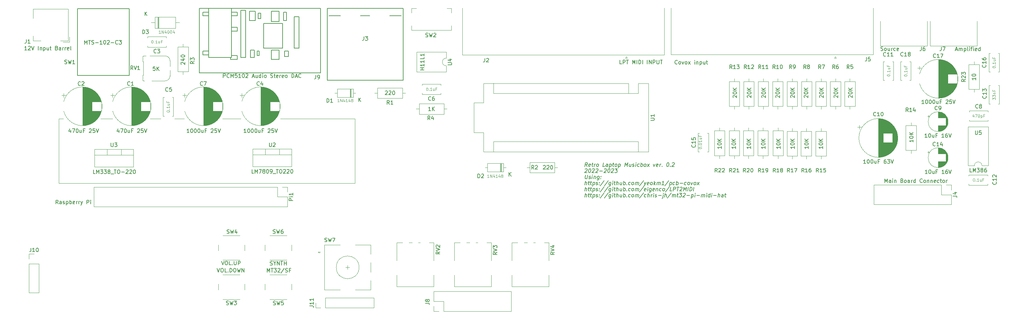
<source format=gbr>
%TF.GenerationSoftware,KiCad,Pcbnew,(6.0.10)*%
%TF.CreationDate,2023-03-08T19:14:54+03:00*%
%TF.ProjectId,my_pcb,6d795f70-6362-42e6-9b69-6361645f7063,rev?*%
%TF.SameCoordinates,Original*%
%TF.FileFunction,Legend,Top*%
%TF.FilePolarity,Positive*%
%FSLAX46Y46*%
G04 Gerber Fmt 4.6, Leading zero omitted, Abs format (unit mm)*
G04 Created by KiCad (PCBNEW (6.0.10)) date 2023-03-08 19:14:54*
%MOMM*%
%LPD*%
G01*
G04 APERTURE LIST*
%ADD10C,0.100000*%
%ADD11C,0.150000*%
%ADD12C,0.120000*%
%ADD13C,0.200000*%
G04 APERTURE END LIST*
D10*
X114595100Y-60580000D02*
X114595100Y-77580000D01*
X94895100Y-60580000D02*
X114595100Y-60580000D01*
X114595100Y-77580000D02*
X36595100Y-77580000D01*
X67095100Y-60580000D02*
X69595100Y-60580000D01*
X60595100Y-60580000D02*
X63395100Y-60580000D01*
X36595100Y-77580000D02*
X36595100Y-60580000D01*
X36595100Y-60580000D02*
X37795100Y-60580000D01*
X79695100Y-60580000D02*
X84495100Y-60580000D01*
X47595100Y-60580000D02*
X50695100Y-60580000D01*
D11*
X253037957Y-42534761D02*
X253180814Y-42582380D01*
X253418909Y-42582380D01*
X253514147Y-42534761D01*
X253561766Y-42487142D01*
X253609385Y-42391904D01*
X253609385Y-42296666D01*
X253561766Y-42201428D01*
X253514147Y-42153809D01*
X253418909Y-42106190D01*
X253228433Y-42058571D01*
X253133195Y-42010952D01*
X253085576Y-41963333D01*
X253037957Y-41868095D01*
X253037957Y-41772857D01*
X253085576Y-41677619D01*
X253133195Y-41630000D01*
X253228433Y-41582380D01*
X253466528Y-41582380D01*
X253609385Y-41630000D01*
X254180814Y-42582380D02*
X254085576Y-42534761D01*
X254037957Y-42487142D01*
X253990338Y-42391904D01*
X253990338Y-42106190D01*
X254037957Y-42010952D01*
X254085576Y-41963333D01*
X254180814Y-41915714D01*
X254323671Y-41915714D01*
X254418909Y-41963333D01*
X254466528Y-42010952D01*
X254514147Y-42106190D01*
X254514147Y-42391904D01*
X254466528Y-42487142D01*
X254418909Y-42534761D01*
X254323671Y-42582380D01*
X254180814Y-42582380D01*
X255371290Y-41915714D02*
X255371290Y-42582380D01*
X254942719Y-41915714D02*
X254942719Y-42439523D01*
X254990338Y-42534761D01*
X255085576Y-42582380D01*
X255228433Y-42582380D01*
X255323671Y-42534761D01*
X255371290Y-42487142D01*
X255847480Y-42582380D02*
X255847480Y-41915714D01*
X255847480Y-42106190D02*
X255895100Y-42010952D01*
X255942719Y-41963333D01*
X256037957Y-41915714D01*
X256133195Y-41915714D01*
X256895100Y-42534761D02*
X256799861Y-42582380D01*
X256609385Y-42582380D01*
X256514147Y-42534761D01*
X256466528Y-42487142D01*
X256418909Y-42391904D01*
X256418909Y-42106190D01*
X256466528Y-42010952D01*
X256514147Y-41963333D01*
X256609385Y-41915714D01*
X256799861Y-41915714D01*
X256895100Y-41963333D01*
X257704623Y-42534761D02*
X257609385Y-42582380D01*
X257418909Y-42582380D01*
X257323671Y-42534761D01*
X257276052Y-42439523D01*
X257276052Y-42058571D01*
X257323671Y-41963333D01*
X257418909Y-41915714D01*
X257609385Y-41915714D01*
X257704623Y-41963333D01*
X257752242Y-42058571D01*
X257752242Y-42153809D01*
X257276052Y-42249047D01*
X199452242Y-46037142D02*
X199404623Y-46084761D01*
X199261766Y-46132380D01*
X199166528Y-46132380D01*
X199023671Y-46084761D01*
X198928433Y-45989523D01*
X198880814Y-45894285D01*
X198833195Y-45703809D01*
X198833195Y-45560952D01*
X198880814Y-45370476D01*
X198928433Y-45275238D01*
X199023671Y-45180000D01*
X199166528Y-45132380D01*
X199261766Y-45132380D01*
X199404623Y-45180000D01*
X199452242Y-45227619D01*
X200023671Y-46132380D02*
X199928433Y-46084761D01*
X199880814Y-46037142D01*
X199833195Y-45941904D01*
X199833195Y-45656190D01*
X199880814Y-45560952D01*
X199928433Y-45513333D01*
X200023671Y-45465714D01*
X200166528Y-45465714D01*
X200261766Y-45513333D01*
X200309385Y-45560952D01*
X200357004Y-45656190D01*
X200357004Y-45941904D01*
X200309385Y-46037142D01*
X200261766Y-46084761D01*
X200166528Y-46132380D01*
X200023671Y-46132380D01*
X200690338Y-45465714D02*
X200928433Y-46132380D01*
X201166528Y-45465714D01*
X201690338Y-46132380D02*
X201595100Y-46084761D01*
X201547480Y-46037142D01*
X201499861Y-45941904D01*
X201499861Y-45656190D01*
X201547480Y-45560952D01*
X201595100Y-45513333D01*
X201690338Y-45465714D01*
X201833195Y-45465714D01*
X201928433Y-45513333D01*
X201976052Y-45560952D01*
X202023671Y-45656190D01*
X202023671Y-45941904D01*
X201976052Y-46037142D01*
X201928433Y-46084761D01*
X201833195Y-46132380D01*
X201690338Y-46132380D01*
X202357004Y-46132380D02*
X202880814Y-45465714D01*
X202357004Y-45465714D02*
X202880814Y-46132380D01*
X204023671Y-46132380D02*
X204023671Y-45465714D01*
X204023671Y-45132380D02*
X203976052Y-45180000D01*
X204023671Y-45227619D01*
X204071290Y-45180000D01*
X204023671Y-45132380D01*
X204023671Y-45227619D01*
X204499861Y-45465714D02*
X204499861Y-46132380D01*
X204499861Y-45560952D02*
X204547480Y-45513333D01*
X204642719Y-45465714D01*
X204785576Y-45465714D01*
X204880814Y-45513333D01*
X204928433Y-45608571D01*
X204928433Y-46132380D01*
X205404623Y-45465714D02*
X205404623Y-46465714D01*
X205404623Y-45513333D02*
X205499861Y-45465714D01*
X205690338Y-45465714D01*
X205785576Y-45513333D01*
X205833195Y-45560952D01*
X205880814Y-45656190D01*
X205880814Y-45941904D01*
X205833195Y-46037142D01*
X205785576Y-46084761D01*
X205690338Y-46132380D01*
X205499861Y-46132380D01*
X205404623Y-46084761D01*
X206737957Y-45465714D02*
X206737957Y-46132380D01*
X206309385Y-45465714D02*
X206309385Y-45989523D01*
X206357004Y-46084761D01*
X206452242Y-46132380D01*
X206595100Y-46132380D01*
X206690338Y-46084761D01*
X206737957Y-46037142D01*
X207071290Y-45465714D02*
X207452242Y-45465714D01*
X207214147Y-45132380D02*
X207214147Y-45989523D01*
X207261766Y-46084761D01*
X207357004Y-46132380D01*
X207452242Y-46132380D01*
X36395100Y-83032380D02*
X36061766Y-82556190D01*
X35823671Y-83032380D02*
X35823671Y-82032380D01*
X36204623Y-82032380D01*
X36299861Y-82080000D01*
X36347480Y-82127619D01*
X36395100Y-82222857D01*
X36395100Y-82365714D01*
X36347480Y-82460952D01*
X36299861Y-82508571D01*
X36204623Y-82556190D01*
X35823671Y-82556190D01*
X37252242Y-83032380D02*
X37252242Y-82508571D01*
X37204623Y-82413333D01*
X37109385Y-82365714D01*
X36918909Y-82365714D01*
X36823671Y-82413333D01*
X37252242Y-82984761D02*
X37157004Y-83032380D01*
X36918909Y-83032380D01*
X36823671Y-82984761D01*
X36776052Y-82889523D01*
X36776052Y-82794285D01*
X36823671Y-82699047D01*
X36918909Y-82651428D01*
X37157004Y-82651428D01*
X37252242Y-82603809D01*
X37680814Y-82984761D02*
X37776052Y-83032380D01*
X37966528Y-83032380D01*
X38061766Y-82984761D01*
X38109385Y-82889523D01*
X38109385Y-82841904D01*
X38061766Y-82746666D01*
X37966528Y-82699047D01*
X37823671Y-82699047D01*
X37728433Y-82651428D01*
X37680814Y-82556190D01*
X37680814Y-82508571D01*
X37728433Y-82413333D01*
X37823671Y-82365714D01*
X37966528Y-82365714D01*
X38061766Y-82413333D01*
X38537957Y-82365714D02*
X38537957Y-83365714D01*
X38537957Y-82413333D02*
X38633195Y-82365714D01*
X38823671Y-82365714D01*
X38918909Y-82413333D01*
X38966528Y-82460952D01*
X39014147Y-82556190D01*
X39014147Y-82841904D01*
X38966528Y-82937142D01*
X38918909Y-82984761D01*
X38823671Y-83032380D01*
X38633195Y-83032380D01*
X38537957Y-82984761D01*
X39442719Y-83032380D02*
X39442719Y-82032380D01*
X39442719Y-82413333D02*
X39537957Y-82365714D01*
X39728433Y-82365714D01*
X39823671Y-82413333D01*
X39871290Y-82460952D01*
X39918909Y-82556190D01*
X39918909Y-82841904D01*
X39871290Y-82937142D01*
X39823671Y-82984761D01*
X39728433Y-83032380D01*
X39537957Y-83032380D01*
X39442719Y-82984761D01*
X40728433Y-82984761D02*
X40633195Y-83032380D01*
X40442719Y-83032380D01*
X40347480Y-82984761D01*
X40299861Y-82889523D01*
X40299861Y-82508571D01*
X40347480Y-82413333D01*
X40442719Y-82365714D01*
X40633195Y-82365714D01*
X40728433Y-82413333D01*
X40776052Y-82508571D01*
X40776052Y-82603809D01*
X40299861Y-82699047D01*
X41204623Y-83032380D02*
X41204623Y-82365714D01*
X41204623Y-82556190D02*
X41252242Y-82460952D01*
X41299861Y-82413333D01*
X41395100Y-82365714D01*
X41490338Y-82365714D01*
X41823671Y-83032380D02*
X41823671Y-82365714D01*
X41823671Y-82556190D02*
X41871290Y-82460952D01*
X41918909Y-82413333D01*
X42014147Y-82365714D01*
X42109385Y-82365714D01*
X42347480Y-82365714D02*
X42585576Y-83032380D01*
X42823671Y-82365714D02*
X42585576Y-83032380D01*
X42490338Y-83270476D01*
X42442719Y-83318095D01*
X42347480Y-83365714D01*
X43966528Y-83032380D02*
X43966528Y-82032380D01*
X44347480Y-82032380D01*
X44442719Y-82080000D01*
X44490338Y-82127619D01*
X44537957Y-82222857D01*
X44537957Y-82365714D01*
X44490338Y-82460952D01*
X44442719Y-82508571D01*
X44347480Y-82556190D01*
X43966528Y-82556190D01*
X44966528Y-83032380D02*
X44966528Y-82365714D01*
X44966528Y-82032380D02*
X44918909Y-82080000D01*
X44966528Y-82127619D01*
X45014147Y-82080000D01*
X44966528Y-82032380D01*
X44966528Y-82127619D01*
X272733195Y-42346666D02*
X273209385Y-42346666D01*
X272637957Y-42632380D02*
X272971290Y-41632380D01*
X273304623Y-42632380D01*
X273637957Y-42632380D02*
X273637957Y-41965714D01*
X273637957Y-42060952D02*
X273685576Y-42013333D01*
X273780814Y-41965714D01*
X273923671Y-41965714D01*
X274018909Y-42013333D01*
X274066528Y-42108571D01*
X274066528Y-42632380D01*
X274066528Y-42108571D02*
X274114147Y-42013333D01*
X274209385Y-41965714D01*
X274352242Y-41965714D01*
X274447480Y-42013333D01*
X274495100Y-42108571D01*
X274495100Y-42632380D01*
X274971290Y-41965714D02*
X274971290Y-42965714D01*
X274971290Y-42013333D02*
X275066528Y-41965714D01*
X275257004Y-41965714D01*
X275352242Y-42013333D01*
X275399861Y-42060952D01*
X275447480Y-42156190D01*
X275447480Y-42441904D01*
X275399861Y-42537142D01*
X275352242Y-42584761D01*
X275257004Y-42632380D01*
X275066528Y-42632380D01*
X274971290Y-42584761D01*
X276018909Y-42632380D02*
X275923671Y-42584761D01*
X275876052Y-42489523D01*
X275876052Y-41632380D01*
X276399861Y-42632380D02*
X276399861Y-41965714D01*
X276399861Y-41632380D02*
X276352242Y-41680000D01*
X276399861Y-41727619D01*
X276447480Y-41680000D01*
X276399861Y-41632380D01*
X276399861Y-41727619D01*
X276733195Y-41965714D02*
X277114147Y-41965714D01*
X276876052Y-42632380D02*
X276876052Y-41775238D01*
X276923671Y-41680000D01*
X277018909Y-41632380D01*
X277114147Y-41632380D01*
X277447480Y-42632380D02*
X277447480Y-41965714D01*
X277447480Y-41632380D02*
X277399861Y-41680000D01*
X277447480Y-41727619D01*
X277495100Y-41680000D01*
X277447480Y-41632380D01*
X277447480Y-41727619D01*
X278304623Y-42584761D02*
X278209385Y-42632380D01*
X278018909Y-42632380D01*
X277923671Y-42584761D01*
X277876052Y-42489523D01*
X277876052Y-42108571D01*
X277923671Y-42013333D01*
X278018909Y-41965714D01*
X278209385Y-41965714D01*
X278304623Y-42013333D01*
X278352242Y-42108571D01*
X278352242Y-42203809D01*
X277876052Y-42299047D01*
X279209385Y-42632380D02*
X279209385Y-41632380D01*
X279209385Y-42584761D02*
X279114147Y-42632380D01*
X278923671Y-42632380D01*
X278828433Y-42584761D01*
X278780814Y-42537142D01*
X278733195Y-42441904D01*
X278733195Y-42156190D01*
X278780814Y-42060952D01*
X278828433Y-42013333D01*
X278923671Y-41965714D01*
X279114147Y-41965714D01*
X279209385Y-42013333D01*
X175708076Y-73157380D02*
X175434266Y-72681190D01*
X175136647Y-73157380D02*
X175261647Y-72157380D01*
X175642600Y-72157380D01*
X175731885Y-72205000D01*
X175773552Y-72252619D01*
X175809266Y-72347857D01*
X175791409Y-72490714D01*
X175731885Y-72585952D01*
X175678314Y-72633571D01*
X175577123Y-72681190D01*
X175196171Y-72681190D01*
X176523552Y-73109761D02*
X176422361Y-73157380D01*
X176231885Y-73157380D01*
X176142600Y-73109761D01*
X176106885Y-73014523D01*
X176154504Y-72633571D01*
X176214028Y-72538333D01*
X176315219Y-72490714D01*
X176505695Y-72490714D01*
X176594980Y-72538333D01*
X176630695Y-72633571D01*
X176618790Y-72728809D01*
X176130695Y-72824047D01*
X176934266Y-72490714D02*
X177315219Y-72490714D01*
X177118790Y-72157380D02*
X177011647Y-73014523D01*
X177047361Y-73109761D01*
X177136647Y-73157380D01*
X177231885Y-73157380D01*
X177565219Y-73157380D02*
X177648552Y-72490714D01*
X177624742Y-72681190D02*
X177684266Y-72585952D01*
X177737838Y-72538333D01*
X177839028Y-72490714D01*
X177934266Y-72490714D01*
X178327123Y-73157380D02*
X178237838Y-73109761D01*
X178196171Y-73062142D01*
X178160457Y-72966904D01*
X178196171Y-72681190D01*
X178255695Y-72585952D01*
X178309266Y-72538333D01*
X178410457Y-72490714D01*
X178553314Y-72490714D01*
X178642600Y-72538333D01*
X178684266Y-72585952D01*
X178719980Y-72681190D01*
X178684266Y-72966904D01*
X178624742Y-73062142D01*
X178571171Y-73109761D01*
X178469980Y-73157380D01*
X178327123Y-73157380D01*
X180327123Y-73157380D02*
X179850933Y-73157380D01*
X179975933Y-72157380D01*
X181089028Y-73157380D02*
X181154504Y-72633571D01*
X181118790Y-72538333D01*
X181029504Y-72490714D01*
X180839028Y-72490714D01*
X180737838Y-72538333D01*
X181094980Y-73109761D02*
X180993790Y-73157380D01*
X180755695Y-73157380D01*
X180666409Y-73109761D01*
X180630695Y-73014523D01*
X180642600Y-72919285D01*
X180702123Y-72824047D01*
X180803314Y-72776428D01*
X181041409Y-72776428D01*
X181142600Y-72728809D01*
X181648552Y-72490714D02*
X181523552Y-73490714D01*
X181642600Y-72538333D02*
X181743790Y-72490714D01*
X181934266Y-72490714D01*
X182023552Y-72538333D01*
X182065219Y-72585952D01*
X182100933Y-72681190D01*
X182065219Y-72966904D01*
X182005695Y-73062142D01*
X181952123Y-73109761D01*
X181850933Y-73157380D01*
X181660457Y-73157380D01*
X181571171Y-73109761D01*
X182410457Y-72490714D02*
X182791409Y-72490714D01*
X182594980Y-72157380D02*
X182487838Y-73014523D01*
X182523552Y-73109761D01*
X182612838Y-73157380D01*
X182708076Y-73157380D01*
X183184266Y-73157380D02*
X183094980Y-73109761D01*
X183053314Y-73062142D01*
X183017600Y-72966904D01*
X183053314Y-72681190D01*
X183112838Y-72585952D01*
X183166409Y-72538333D01*
X183267600Y-72490714D01*
X183410457Y-72490714D01*
X183499742Y-72538333D01*
X183541409Y-72585952D01*
X183577123Y-72681190D01*
X183541409Y-72966904D01*
X183481885Y-73062142D01*
X183428314Y-73109761D01*
X183327123Y-73157380D01*
X183184266Y-73157380D01*
X184029504Y-72490714D02*
X183904504Y-73490714D01*
X184023552Y-72538333D02*
X184124742Y-72490714D01*
X184315219Y-72490714D01*
X184404504Y-72538333D01*
X184446171Y-72585952D01*
X184481885Y-72681190D01*
X184446171Y-72966904D01*
X184386647Y-73062142D01*
X184333076Y-73109761D01*
X184231885Y-73157380D01*
X184041409Y-73157380D01*
X183952123Y-73109761D01*
X185612838Y-73157380D02*
X185737838Y-72157380D01*
X185981885Y-72871666D01*
X186404504Y-72157380D01*
X186279504Y-73157380D01*
X187267600Y-72490714D02*
X187184266Y-73157380D01*
X186839028Y-72490714D02*
X186773552Y-73014523D01*
X186809266Y-73109761D01*
X186898552Y-73157380D01*
X187041409Y-73157380D01*
X187142600Y-73109761D01*
X187196171Y-73062142D01*
X187618790Y-73109761D02*
X187708076Y-73157380D01*
X187898552Y-73157380D01*
X187999742Y-73109761D01*
X188059266Y-73014523D01*
X188065219Y-72966904D01*
X188029504Y-72871666D01*
X187940219Y-72824047D01*
X187797361Y-72824047D01*
X187708076Y-72776428D01*
X187672361Y-72681190D01*
X187678314Y-72633571D01*
X187737838Y-72538333D01*
X187839028Y-72490714D01*
X187981885Y-72490714D01*
X188071171Y-72538333D01*
X188469980Y-73157380D02*
X188553314Y-72490714D01*
X188594980Y-72157380D02*
X188541409Y-72205000D01*
X188583076Y-72252619D01*
X188636647Y-72205000D01*
X188594980Y-72157380D01*
X188583076Y-72252619D01*
X189380695Y-73109761D02*
X189279504Y-73157380D01*
X189089028Y-73157380D01*
X188999742Y-73109761D01*
X188958076Y-73062142D01*
X188922361Y-72966904D01*
X188958076Y-72681190D01*
X189017600Y-72585952D01*
X189071171Y-72538333D01*
X189172361Y-72490714D01*
X189362838Y-72490714D01*
X189452123Y-72538333D01*
X189803314Y-73157380D02*
X189928314Y-72157380D01*
X189880695Y-72538333D02*
X189981885Y-72490714D01*
X190172361Y-72490714D01*
X190261647Y-72538333D01*
X190303314Y-72585952D01*
X190339028Y-72681190D01*
X190303314Y-72966904D01*
X190243790Y-73062142D01*
X190190219Y-73109761D01*
X190089028Y-73157380D01*
X189898552Y-73157380D01*
X189809266Y-73109761D01*
X190850933Y-73157380D02*
X190761647Y-73109761D01*
X190719980Y-73062142D01*
X190684266Y-72966904D01*
X190719980Y-72681190D01*
X190779504Y-72585952D01*
X190833076Y-72538333D01*
X190934266Y-72490714D01*
X191077123Y-72490714D01*
X191166409Y-72538333D01*
X191208076Y-72585952D01*
X191243790Y-72681190D01*
X191208076Y-72966904D01*
X191148552Y-73062142D01*
X191094980Y-73109761D01*
X190993790Y-73157380D01*
X190850933Y-73157380D01*
X191517600Y-73157380D02*
X192124742Y-72490714D01*
X191600933Y-72490714D02*
X192041409Y-73157380D01*
X193172361Y-72490714D02*
X193327123Y-73157380D01*
X193648552Y-72490714D01*
X194333076Y-73109761D02*
X194231885Y-73157380D01*
X194041409Y-73157380D01*
X193952123Y-73109761D01*
X193916409Y-73014523D01*
X193964028Y-72633571D01*
X194023552Y-72538333D01*
X194124742Y-72490714D01*
X194315219Y-72490714D01*
X194404504Y-72538333D01*
X194440219Y-72633571D01*
X194428314Y-72728809D01*
X193940219Y-72824047D01*
X194803314Y-73157380D02*
X194886647Y-72490714D01*
X194862838Y-72681190D02*
X194922361Y-72585952D01*
X194975933Y-72538333D01*
X195077123Y-72490714D01*
X195172361Y-72490714D01*
X195434266Y-73062142D02*
X195475933Y-73109761D01*
X195422361Y-73157380D01*
X195380695Y-73109761D01*
X195434266Y-73062142D01*
X195422361Y-73157380D01*
X196975933Y-72157380D02*
X197071171Y-72157380D01*
X197160457Y-72205000D01*
X197202123Y-72252619D01*
X197237838Y-72347857D01*
X197261647Y-72538333D01*
X197231885Y-72776428D01*
X197160457Y-72966904D01*
X197100933Y-73062142D01*
X197047361Y-73109761D01*
X196946171Y-73157380D01*
X196850933Y-73157380D01*
X196761647Y-73109761D01*
X196719980Y-73062142D01*
X196684266Y-72966904D01*
X196660457Y-72776428D01*
X196690219Y-72538333D01*
X196761647Y-72347857D01*
X196821171Y-72252619D01*
X196874742Y-72205000D01*
X196975933Y-72157380D01*
X197624742Y-73062142D02*
X197666409Y-73109761D01*
X197612838Y-73157380D01*
X197571171Y-73109761D01*
X197624742Y-73062142D01*
X197612838Y-73157380D01*
X198154504Y-72252619D02*
X198208076Y-72205000D01*
X198309266Y-72157380D01*
X198547361Y-72157380D01*
X198636647Y-72205000D01*
X198678314Y-72252619D01*
X198714028Y-72347857D01*
X198702123Y-72443095D01*
X198636647Y-72585952D01*
X197993790Y-73157380D01*
X198612838Y-73157380D01*
X175202123Y-73862619D02*
X175255695Y-73815000D01*
X175356885Y-73767380D01*
X175594980Y-73767380D01*
X175684266Y-73815000D01*
X175725933Y-73862619D01*
X175761647Y-73957857D01*
X175749742Y-74053095D01*
X175684266Y-74195952D01*
X175041409Y-74767380D01*
X175660457Y-74767380D01*
X176404504Y-73767380D02*
X176499742Y-73767380D01*
X176589028Y-73815000D01*
X176630695Y-73862619D01*
X176666409Y-73957857D01*
X176690219Y-74148333D01*
X176660457Y-74386428D01*
X176589028Y-74576904D01*
X176529504Y-74672142D01*
X176475933Y-74719761D01*
X176374742Y-74767380D01*
X176279504Y-74767380D01*
X176190219Y-74719761D01*
X176148552Y-74672142D01*
X176112838Y-74576904D01*
X176089028Y-74386428D01*
X176118790Y-74148333D01*
X176190219Y-73957857D01*
X176249742Y-73862619D01*
X176303314Y-73815000D01*
X176404504Y-73767380D01*
X177106885Y-73862619D02*
X177160457Y-73815000D01*
X177261647Y-73767380D01*
X177499742Y-73767380D01*
X177589028Y-73815000D01*
X177630695Y-73862619D01*
X177666409Y-73957857D01*
X177654504Y-74053095D01*
X177589028Y-74195952D01*
X176946171Y-74767380D01*
X177565219Y-74767380D01*
X178059266Y-73862619D02*
X178112838Y-73815000D01*
X178214028Y-73767380D01*
X178452123Y-73767380D01*
X178541409Y-73815000D01*
X178583076Y-73862619D01*
X178618790Y-73957857D01*
X178606885Y-74053095D01*
X178541409Y-74195952D01*
X177898552Y-74767380D01*
X178517600Y-74767380D01*
X178993790Y-74386428D02*
X179755695Y-74386428D01*
X180249742Y-73862619D02*
X180303314Y-73815000D01*
X180404504Y-73767380D01*
X180642600Y-73767380D01*
X180731885Y-73815000D01*
X180773552Y-73862619D01*
X180809266Y-73957857D01*
X180797361Y-74053095D01*
X180731885Y-74195952D01*
X180089028Y-74767380D01*
X180708076Y-74767380D01*
X181452123Y-73767380D02*
X181547361Y-73767380D01*
X181636647Y-73815000D01*
X181678314Y-73862619D01*
X181714028Y-73957857D01*
X181737838Y-74148333D01*
X181708076Y-74386428D01*
X181636647Y-74576904D01*
X181577123Y-74672142D01*
X181523552Y-74719761D01*
X181422361Y-74767380D01*
X181327123Y-74767380D01*
X181237838Y-74719761D01*
X181196171Y-74672142D01*
X181160457Y-74576904D01*
X181136647Y-74386428D01*
X181166409Y-74148333D01*
X181237838Y-73957857D01*
X181297361Y-73862619D01*
X181350933Y-73815000D01*
X181452123Y-73767380D01*
X182154504Y-73862619D02*
X182208076Y-73815000D01*
X182309266Y-73767380D01*
X182547361Y-73767380D01*
X182636647Y-73815000D01*
X182678314Y-73862619D01*
X182714028Y-73957857D01*
X182702123Y-74053095D01*
X182636647Y-74195952D01*
X181993790Y-74767380D01*
X182612838Y-74767380D01*
X183071171Y-73767380D02*
X183690219Y-73767380D01*
X183309266Y-74148333D01*
X183452123Y-74148333D01*
X183541409Y-74195952D01*
X183583076Y-74243571D01*
X183618790Y-74338809D01*
X183589028Y-74576904D01*
X183529504Y-74672142D01*
X183475933Y-74719761D01*
X183374742Y-74767380D01*
X183089028Y-74767380D01*
X182999742Y-74719761D01*
X182958076Y-74672142D01*
X175261647Y-75377380D02*
X175160457Y-76186904D01*
X175196171Y-76282142D01*
X175237838Y-76329761D01*
X175327123Y-76377380D01*
X175517600Y-76377380D01*
X175618790Y-76329761D01*
X175672361Y-76282142D01*
X175731885Y-76186904D01*
X175833076Y-75377380D01*
X176142600Y-76329761D02*
X176231885Y-76377380D01*
X176422361Y-76377380D01*
X176523552Y-76329761D01*
X176583076Y-76234523D01*
X176589028Y-76186904D01*
X176553314Y-76091666D01*
X176464028Y-76044047D01*
X176321171Y-76044047D01*
X176231885Y-75996428D01*
X176196171Y-75901190D01*
X176202123Y-75853571D01*
X176261647Y-75758333D01*
X176362838Y-75710714D01*
X176505695Y-75710714D01*
X176594980Y-75758333D01*
X176993790Y-76377380D02*
X177077123Y-75710714D01*
X177118790Y-75377380D02*
X177065219Y-75425000D01*
X177106885Y-75472619D01*
X177160457Y-75425000D01*
X177118790Y-75377380D01*
X177106885Y-75472619D01*
X177553314Y-75710714D02*
X177469980Y-76377380D01*
X177541409Y-75805952D02*
X177594980Y-75758333D01*
X177696171Y-75710714D01*
X177839028Y-75710714D01*
X177928314Y-75758333D01*
X177964028Y-75853571D01*
X177898552Y-76377380D01*
X178886647Y-75710714D02*
X178785457Y-76520238D01*
X178725933Y-76615476D01*
X178672361Y-76663095D01*
X178571171Y-76710714D01*
X178428314Y-76710714D01*
X178339028Y-76663095D01*
X178809266Y-76329761D02*
X178708076Y-76377380D01*
X178517600Y-76377380D01*
X178428314Y-76329761D01*
X178386647Y-76282142D01*
X178350933Y-76186904D01*
X178386647Y-75901190D01*
X178446171Y-75805952D01*
X178499742Y-75758333D01*
X178600933Y-75710714D01*
X178791409Y-75710714D01*
X178880695Y-75758333D01*
X179291409Y-76282142D02*
X179333076Y-76329761D01*
X179279504Y-76377380D01*
X179237838Y-76329761D01*
X179291409Y-76282142D01*
X179279504Y-76377380D01*
X179356885Y-75758333D02*
X179398552Y-75805952D01*
X179344980Y-75853571D01*
X179303314Y-75805952D01*
X179356885Y-75758333D01*
X179344980Y-75853571D01*
X175136647Y-77987380D02*
X175261647Y-76987380D01*
X175565219Y-77987380D02*
X175630695Y-77463571D01*
X175594980Y-77368333D01*
X175505695Y-77320714D01*
X175362838Y-77320714D01*
X175261647Y-77368333D01*
X175208076Y-77415952D01*
X175981885Y-77320714D02*
X176362838Y-77320714D01*
X176166409Y-76987380D02*
X176059266Y-77844523D01*
X176094980Y-77939761D01*
X176184266Y-77987380D01*
X176279504Y-77987380D01*
X176553314Y-77320714D02*
X176934266Y-77320714D01*
X176737838Y-76987380D02*
X176630695Y-77844523D01*
X176666409Y-77939761D01*
X176755695Y-77987380D01*
X176850933Y-77987380D01*
X177267600Y-77320714D02*
X177142600Y-78320714D01*
X177261647Y-77368333D02*
X177362838Y-77320714D01*
X177553314Y-77320714D01*
X177642600Y-77368333D01*
X177684266Y-77415952D01*
X177719980Y-77511190D01*
X177684266Y-77796904D01*
X177624742Y-77892142D01*
X177571171Y-77939761D01*
X177469980Y-77987380D01*
X177279504Y-77987380D01*
X177190219Y-77939761D01*
X178047361Y-77939761D02*
X178136647Y-77987380D01*
X178327123Y-77987380D01*
X178428314Y-77939761D01*
X178487838Y-77844523D01*
X178493790Y-77796904D01*
X178458076Y-77701666D01*
X178368790Y-77654047D01*
X178225933Y-77654047D01*
X178136647Y-77606428D01*
X178100933Y-77511190D01*
X178106885Y-77463571D01*
X178166409Y-77368333D01*
X178267600Y-77320714D01*
X178410457Y-77320714D01*
X178499742Y-77368333D01*
X178910457Y-77892142D02*
X178952123Y-77939761D01*
X178898552Y-77987380D01*
X178856885Y-77939761D01*
X178910457Y-77892142D01*
X178898552Y-77987380D01*
X178975933Y-77368333D02*
X179017600Y-77415952D01*
X178964028Y-77463571D01*
X178922361Y-77415952D01*
X178975933Y-77368333D01*
X178964028Y-77463571D01*
X180219980Y-76939761D02*
X179202123Y-78225476D01*
X181267600Y-76939761D02*
X180249742Y-78225476D01*
X181981885Y-77320714D02*
X181880695Y-78130238D01*
X181821171Y-78225476D01*
X181767600Y-78273095D01*
X181666409Y-78320714D01*
X181523552Y-78320714D01*
X181434266Y-78273095D01*
X181904504Y-77939761D02*
X181803314Y-77987380D01*
X181612838Y-77987380D01*
X181523552Y-77939761D01*
X181481885Y-77892142D01*
X181446171Y-77796904D01*
X181481885Y-77511190D01*
X181541409Y-77415952D01*
X181594980Y-77368333D01*
X181696171Y-77320714D01*
X181886647Y-77320714D01*
X181975933Y-77368333D01*
X182374742Y-77987380D02*
X182458076Y-77320714D01*
X182499742Y-76987380D02*
X182446171Y-77035000D01*
X182487838Y-77082619D01*
X182541409Y-77035000D01*
X182499742Y-76987380D01*
X182487838Y-77082619D01*
X182791409Y-77320714D02*
X183172361Y-77320714D01*
X182975933Y-76987380D02*
X182868790Y-77844523D01*
X182904504Y-77939761D01*
X182993790Y-77987380D01*
X183089028Y-77987380D01*
X183422361Y-77987380D02*
X183547361Y-76987380D01*
X183850933Y-77987380D02*
X183916409Y-77463571D01*
X183880695Y-77368333D01*
X183791409Y-77320714D01*
X183648552Y-77320714D01*
X183547361Y-77368333D01*
X183493790Y-77415952D01*
X184839028Y-77320714D02*
X184755695Y-77987380D01*
X184410457Y-77320714D02*
X184344980Y-77844523D01*
X184380695Y-77939761D01*
X184469980Y-77987380D01*
X184612838Y-77987380D01*
X184714028Y-77939761D01*
X184767600Y-77892142D01*
X185231885Y-77987380D02*
X185356885Y-76987380D01*
X185309266Y-77368333D02*
X185410457Y-77320714D01*
X185600933Y-77320714D01*
X185690219Y-77368333D01*
X185731885Y-77415952D01*
X185767600Y-77511190D01*
X185731885Y-77796904D01*
X185672361Y-77892142D01*
X185618790Y-77939761D01*
X185517600Y-77987380D01*
X185327123Y-77987380D01*
X185237838Y-77939761D01*
X186148552Y-77892142D02*
X186190219Y-77939761D01*
X186136647Y-77987380D01*
X186094980Y-77939761D01*
X186148552Y-77892142D01*
X186136647Y-77987380D01*
X187047361Y-77939761D02*
X186946171Y-77987380D01*
X186755695Y-77987380D01*
X186666409Y-77939761D01*
X186624742Y-77892142D01*
X186589028Y-77796904D01*
X186624742Y-77511190D01*
X186684266Y-77415952D01*
X186737838Y-77368333D01*
X186839028Y-77320714D01*
X187029504Y-77320714D01*
X187118790Y-77368333D01*
X187612838Y-77987380D02*
X187523552Y-77939761D01*
X187481885Y-77892142D01*
X187446171Y-77796904D01*
X187481885Y-77511190D01*
X187541409Y-77415952D01*
X187594980Y-77368333D01*
X187696171Y-77320714D01*
X187839028Y-77320714D01*
X187928314Y-77368333D01*
X187969980Y-77415952D01*
X188005695Y-77511190D01*
X187969980Y-77796904D01*
X187910457Y-77892142D01*
X187856885Y-77939761D01*
X187755695Y-77987380D01*
X187612838Y-77987380D01*
X188374742Y-77987380D02*
X188458076Y-77320714D01*
X188446171Y-77415952D02*
X188499742Y-77368333D01*
X188600933Y-77320714D01*
X188743790Y-77320714D01*
X188833076Y-77368333D01*
X188868790Y-77463571D01*
X188803314Y-77987380D01*
X188868790Y-77463571D02*
X188928314Y-77368333D01*
X189029504Y-77320714D01*
X189172361Y-77320714D01*
X189261647Y-77368333D01*
X189297361Y-77463571D01*
X189231885Y-77987380D01*
X190553314Y-76939761D02*
X189535457Y-78225476D01*
X190743790Y-77320714D02*
X190898552Y-77987380D01*
X191219980Y-77320714D02*
X190898552Y-77987380D01*
X190773552Y-78225476D01*
X190719980Y-78273095D01*
X190618790Y-78320714D01*
X191904504Y-77939761D02*
X191803314Y-77987380D01*
X191612838Y-77987380D01*
X191523552Y-77939761D01*
X191487838Y-77844523D01*
X191535457Y-77463571D01*
X191594980Y-77368333D01*
X191696171Y-77320714D01*
X191886647Y-77320714D01*
X191975933Y-77368333D01*
X192011647Y-77463571D01*
X191999742Y-77558809D01*
X191511647Y-77654047D01*
X192517600Y-77987380D02*
X192428314Y-77939761D01*
X192386647Y-77892142D01*
X192350933Y-77796904D01*
X192386647Y-77511190D01*
X192446171Y-77415952D01*
X192499742Y-77368333D01*
X192600933Y-77320714D01*
X192743790Y-77320714D01*
X192833076Y-77368333D01*
X192874742Y-77415952D01*
X192910457Y-77511190D01*
X192874742Y-77796904D01*
X192815219Y-77892142D01*
X192761647Y-77939761D01*
X192660457Y-77987380D01*
X192517600Y-77987380D01*
X193279504Y-77987380D02*
X193404504Y-76987380D01*
X193422361Y-77606428D02*
X193660457Y-77987380D01*
X193743790Y-77320714D02*
X193315219Y-77701666D01*
X194089028Y-77987380D02*
X194172361Y-77320714D01*
X194160457Y-77415952D02*
X194214028Y-77368333D01*
X194315219Y-77320714D01*
X194458076Y-77320714D01*
X194547361Y-77368333D01*
X194583076Y-77463571D01*
X194517600Y-77987380D01*
X194583076Y-77463571D02*
X194642600Y-77368333D01*
X194743790Y-77320714D01*
X194886647Y-77320714D01*
X194975933Y-77368333D01*
X195011647Y-77463571D01*
X194946171Y-77987380D01*
X195946171Y-77987380D02*
X195374742Y-77987380D01*
X195660457Y-77987380D02*
X195785457Y-76987380D01*
X195672361Y-77130238D01*
X195565219Y-77225476D01*
X195464028Y-77273095D01*
X197219980Y-76939761D02*
X196202123Y-78225476D01*
X197505695Y-77320714D02*
X197380695Y-78320714D01*
X197499742Y-77368333D02*
X197600933Y-77320714D01*
X197791409Y-77320714D01*
X197880695Y-77368333D01*
X197922361Y-77415952D01*
X197958076Y-77511190D01*
X197922361Y-77796904D01*
X197862838Y-77892142D01*
X197809266Y-77939761D01*
X197708076Y-77987380D01*
X197517600Y-77987380D01*
X197428314Y-77939761D01*
X198761647Y-77939761D02*
X198660457Y-77987380D01*
X198469980Y-77987380D01*
X198380695Y-77939761D01*
X198339028Y-77892142D01*
X198303314Y-77796904D01*
X198339028Y-77511190D01*
X198398552Y-77415952D01*
X198452123Y-77368333D01*
X198553314Y-77320714D01*
X198743790Y-77320714D01*
X198833076Y-77368333D01*
X199184266Y-77987380D02*
X199309266Y-76987380D01*
X199261647Y-77368333D02*
X199362838Y-77320714D01*
X199553314Y-77320714D01*
X199642600Y-77368333D01*
X199684266Y-77415952D01*
X199719980Y-77511190D01*
X199684266Y-77796904D01*
X199624742Y-77892142D01*
X199571171Y-77939761D01*
X199469980Y-77987380D01*
X199279504Y-77987380D01*
X199190219Y-77939761D01*
X200136647Y-77606428D02*
X200898552Y-77606428D01*
X201761647Y-77939761D02*
X201660457Y-77987380D01*
X201469980Y-77987380D01*
X201380695Y-77939761D01*
X201339028Y-77892142D01*
X201303314Y-77796904D01*
X201339028Y-77511190D01*
X201398552Y-77415952D01*
X201452123Y-77368333D01*
X201553314Y-77320714D01*
X201743790Y-77320714D01*
X201833076Y-77368333D01*
X202327123Y-77987380D02*
X202237838Y-77939761D01*
X202196171Y-77892142D01*
X202160457Y-77796904D01*
X202196171Y-77511190D01*
X202255695Y-77415952D01*
X202309266Y-77368333D01*
X202410457Y-77320714D01*
X202553314Y-77320714D01*
X202642600Y-77368333D01*
X202684266Y-77415952D01*
X202719980Y-77511190D01*
X202684266Y-77796904D01*
X202624742Y-77892142D01*
X202571171Y-77939761D01*
X202469980Y-77987380D01*
X202327123Y-77987380D01*
X203077123Y-77320714D02*
X203231885Y-77987380D01*
X203553314Y-77320714D01*
X203993790Y-77987380D02*
X203904504Y-77939761D01*
X203862838Y-77892142D01*
X203827123Y-77796904D01*
X203862838Y-77511190D01*
X203922361Y-77415952D01*
X203975933Y-77368333D01*
X204077123Y-77320714D01*
X204219980Y-77320714D01*
X204309266Y-77368333D01*
X204350933Y-77415952D01*
X204386647Y-77511190D01*
X204350933Y-77796904D01*
X204291409Y-77892142D01*
X204237838Y-77939761D01*
X204136647Y-77987380D01*
X203993790Y-77987380D01*
X204660457Y-77987380D02*
X205267600Y-77320714D01*
X204743790Y-77320714D02*
X205184266Y-77987380D01*
X175136647Y-79597380D02*
X175261647Y-78597380D01*
X175565219Y-79597380D02*
X175630695Y-79073571D01*
X175594980Y-78978333D01*
X175505695Y-78930714D01*
X175362838Y-78930714D01*
X175261647Y-78978333D01*
X175208076Y-79025952D01*
X175981885Y-78930714D02*
X176362838Y-78930714D01*
X176166409Y-78597380D02*
X176059266Y-79454523D01*
X176094980Y-79549761D01*
X176184266Y-79597380D01*
X176279504Y-79597380D01*
X176553314Y-78930714D02*
X176934266Y-78930714D01*
X176737838Y-78597380D02*
X176630695Y-79454523D01*
X176666409Y-79549761D01*
X176755695Y-79597380D01*
X176850933Y-79597380D01*
X177267600Y-78930714D02*
X177142600Y-79930714D01*
X177261647Y-78978333D02*
X177362838Y-78930714D01*
X177553314Y-78930714D01*
X177642600Y-78978333D01*
X177684266Y-79025952D01*
X177719980Y-79121190D01*
X177684266Y-79406904D01*
X177624742Y-79502142D01*
X177571171Y-79549761D01*
X177469980Y-79597380D01*
X177279504Y-79597380D01*
X177190219Y-79549761D01*
X178047361Y-79549761D02*
X178136647Y-79597380D01*
X178327123Y-79597380D01*
X178428314Y-79549761D01*
X178487838Y-79454523D01*
X178493790Y-79406904D01*
X178458076Y-79311666D01*
X178368790Y-79264047D01*
X178225933Y-79264047D01*
X178136647Y-79216428D01*
X178100933Y-79121190D01*
X178106885Y-79073571D01*
X178166409Y-78978333D01*
X178267600Y-78930714D01*
X178410457Y-78930714D01*
X178499742Y-78978333D01*
X178910457Y-79502142D02*
X178952123Y-79549761D01*
X178898552Y-79597380D01*
X178856885Y-79549761D01*
X178910457Y-79502142D01*
X178898552Y-79597380D01*
X178975933Y-78978333D02*
X179017600Y-79025952D01*
X178964028Y-79073571D01*
X178922361Y-79025952D01*
X178975933Y-78978333D01*
X178964028Y-79073571D01*
X180219980Y-78549761D02*
X179202123Y-79835476D01*
X181267600Y-78549761D02*
X180249742Y-79835476D01*
X181981885Y-78930714D02*
X181880695Y-79740238D01*
X181821171Y-79835476D01*
X181767600Y-79883095D01*
X181666409Y-79930714D01*
X181523552Y-79930714D01*
X181434266Y-79883095D01*
X181904504Y-79549761D02*
X181803314Y-79597380D01*
X181612838Y-79597380D01*
X181523552Y-79549761D01*
X181481885Y-79502142D01*
X181446171Y-79406904D01*
X181481885Y-79121190D01*
X181541409Y-79025952D01*
X181594980Y-78978333D01*
X181696171Y-78930714D01*
X181886647Y-78930714D01*
X181975933Y-78978333D01*
X182374742Y-79597380D02*
X182458076Y-78930714D01*
X182499742Y-78597380D02*
X182446171Y-78645000D01*
X182487838Y-78692619D01*
X182541409Y-78645000D01*
X182499742Y-78597380D01*
X182487838Y-78692619D01*
X182791409Y-78930714D02*
X183172361Y-78930714D01*
X182975933Y-78597380D02*
X182868790Y-79454523D01*
X182904504Y-79549761D01*
X182993790Y-79597380D01*
X183089028Y-79597380D01*
X183422361Y-79597380D02*
X183547361Y-78597380D01*
X183850933Y-79597380D02*
X183916409Y-79073571D01*
X183880695Y-78978333D01*
X183791409Y-78930714D01*
X183648552Y-78930714D01*
X183547361Y-78978333D01*
X183493790Y-79025952D01*
X184839028Y-78930714D02*
X184755695Y-79597380D01*
X184410457Y-78930714D02*
X184344980Y-79454523D01*
X184380695Y-79549761D01*
X184469980Y-79597380D01*
X184612838Y-79597380D01*
X184714028Y-79549761D01*
X184767600Y-79502142D01*
X185231885Y-79597380D02*
X185356885Y-78597380D01*
X185309266Y-78978333D02*
X185410457Y-78930714D01*
X185600933Y-78930714D01*
X185690219Y-78978333D01*
X185731885Y-79025952D01*
X185767600Y-79121190D01*
X185731885Y-79406904D01*
X185672361Y-79502142D01*
X185618790Y-79549761D01*
X185517600Y-79597380D01*
X185327123Y-79597380D01*
X185237838Y-79549761D01*
X186148552Y-79502142D02*
X186190219Y-79549761D01*
X186136647Y-79597380D01*
X186094980Y-79549761D01*
X186148552Y-79502142D01*
X186136647Y-79597380D01*
X187047361Y-79549761D02*
X186946171Y-79597380D01*
X186755695Y-79597380D01*
X186666409Y-79549761D01*
X186624742Y-79502142D01*
X186589028Y-79406904D01*
X186624742Y-79121190D01*
X186684266Y-79025952D01*
X186737838Y-78978333D01*
X186839028Y-78930714D01*
X187029504Y-78930714D01*
X187118790Y-78978333D01*
X187612838Y-79597380D02*
X187523552Y-79549761D01*
X187481885Y-79502142D01*
X187446171Y-79406904D01*
X187481885Y-79121190D01*
X187541409Y-79025952D01*
X187594980Y-78978333D01*
X187696171Y-78930714D01*
X187839028Y-78930714D01*
X187928314Y-78978333D01*
X187969980Y-79025952D01*
X188005695Y-79121190D01*
X187969980Y-79406904D01*
X187910457Y-79502142D01*
X187856885Y-79549761D01*
X187755695Y-79597380D01*
X187612838Y-79597380D01*
X188374742Y-79597380D02*
X188458076Y-78930714D01*
X188446171Y-79025952D02*
X188499742Y-78978333D01*
X188600933Y-78930714D01*
X188743790Y-78930714D01*
X188833076Y-78978333D01*
X188868790Y-79073571D01*
X188803314Y-79597380D01*
X188868790Y-79073571D02*
X188928314Y-78978333D01*
X189029504Y-78930714D01*
X189172361Y-78930714D01*
X189261647Y-78978333D01*
X189297361Y-79073571D01*
X189231885Y-79597380D01*
X190553314Y-78549761D02*
X189535457Y-79835476D01*
X191142600Y-79549761D02*
X191041409Y-79597380D01*
X190850933Y-79597380D01*
X190761647Y-79549761D01*
X190725933Y-79454523D01*
X190773552Y-79073571D01*
X190833076Y-78978333D01*
X190934266Y-78930714D01*
X191124742Y-78930714D01*
X191214028Y-78978333D01*
X191249742Y-79073571D01*
X191237838Y-79168809D01*
X190749742Y-79264047D01*
X191612838Y-79597380D02*
X191696171Y-78930714D01*
X191737838Y-78597380D02*
X191684266Y-78645000D01*
X191725933Y-78692619D01*
X191779504Y-78645000D01*
X191737838Y-78597380D01*
X191725933Y-78692619D01*
X192600933Y-78930714D02*
X192499742Y-79740238D01*
X192440219Y-79835476D01*
X192386647Y-79883095D01*
X192285457Y-79930714D01*
X192142600Y-79930714D01*
X192053314Y-79883095D01*
X192523552Y-79549761D02*
X192422361Y-79597380D01*
X192231885Y-79597380D01*
X192142600Y-79549761D01*
X192100933Y-79502142D01*
X192065219Y-79406904D01*
X192100933Y-79121190D01*
X192160457Y-79025952D01*
X192214028Y-78978333D01*
X192315219Y-78930714D01*
X192505695Y-78930714D01*
X192594980Y-78978333D01*
X193380695Y-79549761D02*
X193279504Y-79597380D01*
X193089028Y-79597380D01*
X192999742Y-79549761D01*
X192964028Y-79454523D01*
X193011647Y-79073571D01*
X193071171Y-78978333D01*
X193172361Y-78930714D01*
X193362838Y-78930714D01*
X193452123Y-78978333D01*
X193487838Y-79073571D01*
X193475933Y-79168809D01*
X192987838Y-79264047D01*
X193934266Y-78930714D02*
X193850933Y-79597380D01*
X193922361Y-79025952D02*
X193975933Y-78978333D01*
X194077123Y-78930714D01*
X194219980Y-78930714D01*
X194309266Y-78978333D01*
X194344980Y-79073571D01*
X194279504Y-79597380D01*
X195190219Y-79549761D02*
X195089028Y-79597380D01*
X194898552Y-79597380D01*
X194809266Y-79549761D01*
X194767600Y-79502142D01*
X194731885Y-79406904D01*
X194767600Y-79121190D01*
X194827123Y-79025952D01*
X194880695Y-78978333D01*
X194981885Y-78930714D01*
X195172361Y-78930714D01*
X195261647Y-78978333D01*
X195755695Y-79597380D02*
X195666409Y-79549761D01*
X195624742Y-79502142D01*
X195589028Y-79406904D01*
X195624742Y-79121190D01*
X195684266Y-79025952D01*
X195737838Y-78978333D01*
X195839028Y-78930714D01*
X195981885Y-78930714D01*
X196071171Y-78978333D01*
X196112838Y-79025952D01*
X196148552Y-79121190D01*
X196112838Y-79406904D01*
X196053314Y-79502142D01*
X195999742Y-79549761D01*
X195898552Y-79597380D01*
X195755695Y-79597380D01*
X197362838Y-78549761D02*
X196344980Y-79835476D01*
X198041409Y-79597380D02*
X197565219Y-79597380D01*
X197690219Y-78597380D01*
X198374742Y-79597380D02*
X198499742Y-78597380D01*
X198880695Y-78597380D01*
X198969980Y-78645000D01*
X199011647Y-78692619D01*
X199047361Y-78787857D01*
X199029504Y-78930714D01*
X198969980Y-79025952D01*
X198916409Y-79073571D01*
X198815219Y-79121190D01*
X198434266Y-79121190D01*
X199356885Y-78597380D02*
X199928314Y-78597380D01*
X199517600Y-79597380D02*
X199642600Y-78597380D01*
X200202123Y-78692619D02*
X200255695Y-78645000D01*
X200356885Y-78597380D01*
X200594980Y-78597380D01*
X200684266Y-78645000D01*
X200725933Y-78692619D01*
X200761647Y-78787857D01*
X200749742Y-78883095D01*
X200684266Y-79025952D01*
X200041409Y-79597380D01*
X200660457Y-79597380D01*
X201089028Y-79597380D02*
X201214028Y-78597380D01*
X201458076Y-79311666D01*
X201880695Y-78597380D01*
X201755695Y-79597380D01*
X202231885Y-79597380D02*
X202356885Y-78597380D01*
X202708076Y-79597380D02*
X202833076Y-78597380D01*
X203071171Y-78597380D01*
X203208076Y-78645000D01*
X203291409Y-78740238D01*
X203327123Y-78835476D01*
X203350933Y-79025952D01*
X203333076Y-79168809D01*
X203261647Y-79359285D01*
X203202123Y-79454523D01*
X203094980Y-79549761D01*
X202946171Y-79597380D01*
X202708076Y-79597380D01*
X203708076Y-79597380D02*
X203833076Y-78597380D01*
X175136647Y-81207380D02*
X175261647Y-80207380D01*
X175565219Y-81207380D02*
X175630695Y-80683571D01*
X175594980Y-80588333D01*
X175505695Y-80540714D01*
X175362838Y-80540714D01*
X175261647Y-80588333D01*
X175208076Y-80635952D01*
X175981885Y-80540714D02*
X176362838Y-80540714D01*
X176166409Y-80207380D02*
X176059266Y-81064523D01*
X176094980Y-81159761D01*
X176184266Y-81207380D01*
X176279504Y-81207380D01*
X176553314Y-80540714D02*
X176934266Y-80540714D01*
X176737838Y-80207380D02*
X176630695Y-81064523D01*
X176666409Y-81159761D01*
X176755695Y-81207380D01*
X176850933Y-81207380D01*
X177267600Y-80540714D02*
X177142600Y-81540714D01*
X177261647Y-80588333D02*
X177362838Y-80540714D01*
X177553314Y-80540714D01*
X177642600Y-80588333D01*
X177684266Y-80635952D01*
X177719980Y-80731190D01*
X177684266Y-81016904D01*
X177624742Y-81112142D01*
X177571171Y-81159761D01*
X177469980Y-81207380D01*
X177279504Y-81207380D01*
X177190219Y-81159761D01*
X178047361Y-81159761D02*
X178136647Y-81207380D01*
X178327123Y-81207380D01*
X178428314Y-81159761D01*
X178487838Y-81064523D01*
X178493790Y-81016904D01*
X178458076Y-80921666D01*
X178368790Y-80874047D01*
X178225933Y-80874047D01*
X178136647Y-80826428D01*
X178100933Y-80731190D01*
X178106885Y-80683571D01*
X178166409Y-80588333D01*
X178267600Y-80540714D01*
X178410457Y-80540714D01*
X178499742Y-80588333D01*
X178910457Y-81112142D02*
X178952123Y-81159761D01*
X178898552Y-81207380D01*
X178856885Y-81159761D01*
X178910457Y-81112142D01*
X178898552Y-81207380D01*
X178975933Y-80588333D02*
X179017600Y-80635952D01*
X178964028Y-80683571D01*
X178922361Y-80635952D01*
X178975933Y-80588333D01*
X178964028Y-80683571D01*
X180219980Y-80159761D02*
X179202123Y-81445476D01*
X181267600Y-80159761D02*
X180249742Y-81445476D01*
X181981885Y-80540714D02*
X181880695Y-81350238D01*
X181821171Y-81445476D01*
X181767600Y-81493095D01*
X181666409Y-81540714D01*
X181523552Y-81540714D01*
X181434266Y-81493095D01*
X181904504Y-81159761D02*
X181803314Y-81207380D01*
X181612838Y-81207380D01*
X181523552Y-81159761D01*
X181481885Y-81112142D01*
X181446171Y-81016904D01*
X181481885Y-80731190D01*
X181541409Y-80635952D01*
X181594980Y-80588333D01*
X181696171Y-80540714D01*
X181886647Y-80540714D01*
X181975933Y-80588333D01*
X182374742Y-81207380D02*
X182458076Y-80540714D01*
X182499742Y-80207380D02*
X182446171Y-80255000D01*
X182487838Y-80302619D01*
X182541409Y-80255000D01*
X182499742Y-80207380D01*
X182487838Y-80302619D01*
X182791409Y-80540714D02*
X183172361Y-80540714D01*
X182975933Y-80207380D02*
X182868790Y-81064523D01*
X182904504Y-81159761D01*
X182993790Y-81207380D01*
X183089028Y-81207380D01*
X183422361Y-81207380D02*
X183547361Y-80207380D01*
X183850933Y-81207380D02*
X183916409Y-80683571D01*
X183880695Y-80588333D01*
X183791409Y-80540714D01*
X183648552Y-80540714D01*
X183547361Y-80588333D01*
X183493790Y-80635952D01*
X184839028Y-80540714D02*
X184755695Y-81207380D01*
X184410457Y-80540714D02*
X184344980Y-81064523D01*
X184380695Y-81159761D01*
X184469980Y-81207380D01*
X184612838Y-81207380D01*
X184714028Y-81159761D01*
X184767600Y-81112142D01*
X185231885Y-81207380D02*
X185356885Y-80207380D01*
X185309266Y-80588333D02*
X185410457Y-80540714D01*
X185600933Y-80540714D01*
X185690219Y-80588333D01*
X185731885Y-80635952D01*
X185767600Y-80731190D01*
X185731885Y-81016904D01*
X185672361Y-81112142D01*
X185618790Y-81159761D01*
X185517600Y-81207380D01*
X185327123Y-81207380D01*
X185237838Y-81159761D01*
X186148552Y-81112142D02*
X186190219Y-81159761D01*
X186136647Y-81207380D01*
X186094980Y-81159761D01*
X186148552Y-81112142D01*
X186136647Y-81207380D01*
X187047361Y-81159761D02*
X186946171Y-81207380D01*
X186755695Y-81207380D01*
X186666409Y-81159761D01*
X186624742Y-81112142D01*
X186589028Y-81016904D01*
X186624742Y-80731190D01*
X186684266Y-80635952D01*
X186737838Y-80588333D01*
X186839028Y-80540714D01*
X187029504Y-80540714D01*
X187118790Y-80588333D01*
X187612838Y-81207380D02*
X187523552Y-81159761D01*
X187481885Y-81112142D01*
X187446171Y-81016904D01*
X187481885Y-80731190D01*
X187541409Y-80635952D01*
X187594980Y-80588333D01*
X187696171Y-80540714D01*
X187839028Y-80540714D01*
X187928314Y-80588333D01*
X187969980Y-80635952D01*
X188005695Y-80731190D01*
X187969980Y-81016904D01*
X187910457Y-81112142D01*
X187856885Y-81159761D01*
X187755695Y-81207380D01*
X187612838Y-81207380D01*
X188374742Y-81207380D02*
X188458076Y-80540714D01*
X188446171Y-80635952D02*
X188499742Y-80588333D01*
X188600933Y-80540714D01*
X188743790Y-80540714D01*
X188833076Y-80588333D01*
X188868790Y-80683571D01*
X188803314Y-81207380D01*
X188868790Y-80683571D02*
X188928314Y-80588333D01*
X189029504Y-80540714D01*
X189172361Y-80540714D01*
X189261647Y-80588333D01*
X189297361Y-80683571D01*
X189231885Y-81207380D01*
X190553314Y-80159761D02*
X189535457Y-81445476D01*
X191190219Y-81159761D02*
X191089028Y-81207380D01*
X190898552Y-81207380D01*
X190809266Y-81159761D01*
X190767600Y-81112142D01*
X190731885Y-81016904D01*
X190767600Y-80731190D01*
X190827123Y-80635952D01*
X190880695Y-80588333D01*
X190981885Y-80540714D01*
X191172361Y-80540714D01*
X191261647Y-80588333D01*
X191612838Y-81207380D02*
X191737838Y-80207380D01*
X192041409Y-81207380D02*
X192106885Y-80683571D01*
X192071171Y-80588333D01*
X191981885Y-80540714D01*
X191839028Y-80540714D01*
X191737838Y-80588333D01*
X191684266Y-80635952D01*
X192517600Y-81207380D02*
X192600933Y-80540714D01*
X192577123Y-80731190D02*
X192636647Y-80635952D01*
X192690219Y-80588333D01*
X192791409Y-80540714D01*
X192886647Y-80540714D01*
X193136647Y-81207380D02*
X193219980Y-80540714D01*
X193261647Y-80207380D02*
X193208076Y-80255000D01*
X193249742Y-80302619D01*
X193303314Y-80255000D01*
X193261647Y-80207380D01*
X193249742Y-80302619D01*
X193571171Y-81159761D02*
X193660457Y-81207380D01*
X193850933Y-81207380D01*
X193952123Y-81159761D01*
X194011647Y-81064523D01*
X194017600Y-81016904D01*
X193981885Y-80921666D01*
X193892600Y-80874047D01*
X193749742Y-80874047D01*
X193660457Y-80826428D01*
X193624742Y-80731190D01*
X193630695Y-80683571D01*
X193690219Y-80588333D01*
X193791409Y-80540714D01*
X193934266Y-80540714D01*
X194023552Y-80588333D01*
X194469980Y-80826428D02*
X195231885Y-80826428D01*
X195743790Y-80540714D02*
X195636647Y-81397857D01*
X195577123Y-81493095D01*
X195475933Y-81540714D01*
X195428314Y-81540714D01*
X195785457Y-80207380D02*
X195731885Y-80255000D01*
X195773552Y-80302619D01*
X195827123Y-80255000D01*
X195785457Y-80207380D01*
X195773552Y-80302619D01*
X196136647Y-81207380D02*
X196261647Y-80207380D01*
X196565219Y-81207380D02*
X196630695Y-80683571D01*
X196594980Y-80588333D01*
X196505695Y-80540714D01*
X196362838Y-80540714D01*
X196261647Y-80588333D01*
X196208076Y-80635952D01*
X197886647Y-80159761D02*
X196868790Y-81445476D01*
X198089028Y-81207380D02*
X198172361Y-80540714D01*
X198160457Y-80635952D02*
X198214028Y-80588333D01*
X198315219Y-80540714D01*
X198458076Y-80540714D01*
X198547361Y-80588333D01*
X198583076Y-80683571D01*
X198517600Y-81207380D01*
X198583076Y-80683571D02*
X198642600Y-80588333D01*
X198743790Y-80540714D01*
X198886647Y-80540714D01*
X198975933Y-80588333D01*
X199011647Y-80683571D01*
X198946171Y-81207380D01*
X199362838Y-80540714D02*
X199743790Y-80540714D01*
X199547361Y-80207380D02*
X199440219Y-81064523D01*
X199475933Y-81159761D01*
X199565219Y-81207380D01*
X199660457Y-81207380D01*
X200023552Y-80207380D02*
X200642600Y-80207380D01*
X200261647Y-80588333D01*
X200404504Y-80588333D01*
X200493790Y-80635952D01*
X200535457Y-80683571D01*
X200571171Y-80778809D01*
X200541409Y-81016904D01*
X200481885Y-81112142D01*
X200428314Y-81159761D01*
X200327123Y-81207380D01*
X200041409Y-81207380D01*
X199952123Y-81159761D01*
X199910457Y-81112142D01*
X201011647Y-80302619D02*
X201065219Y-80255000D01*
X201166409Y-80207380D01*
X201404504Y-80207380D01*
X201493790Y-80255000D01*
X201535457Y-80302619D01*
X201571171Y-80397857D01*
X201559266Y-80493095D01*
X201493790Y-80635952D01*
X200850933Y-81207380D01*
X201469980Y-81207380D01*
X201946171Y-80826428D02*
X202708076Y-80826428D01*
X203219980Y-80540714D02*
X203094980Y-81540714D01*
X203214028Y-80588333D02*
X203315219Y-80540714D01*
X203505695Y-80540714D01*
X203594980Y-80588333D01*
X203636647Y-80635952D01*
X203672361Y-80731190D01*
X203636647Y-81016904D01*
X203577123Y-81112142D01*
X203523552Y-81159761D01*
X203422361Y-81207380D01*
X203231885Y-81207380D01*
X203142600Y-81159761D01*
X204041409Y-81207380D02*
X204124742Y-80540714D01*
X204166409Y-80207380D02*
X204112838Y-80255000D01*
X204154504Y-80302619D01*
X204208076Y-80255000D01*
X204166409Y-80207380D01*
X204154504Y-80302619D01*
X204565219Y-80826428D02*
X205327123Y-80826428D01*
X205755695Y-81207380D02*
X205839028Y-80540714D01*
X205827123Y-80635952D02*
X205880695Y-80588333D01*
X205981885Y-80540714D01*
X206124742Y-80540714D01*
X206214028Y-80588333D01*
X206249742Y-80683571D01*
X206184266Y-81207380D01*
X206249742Y-80683571D02*
X206309266Y-80588333D01*
X206410457Y-80540714D01*
X206553314Y-80540714D01*
X206642600Y-80588333D01*
X206678314Y-80683571D01*
X206612838Y-81207380D01*
X207089028Y-81207380D02*
X207172361Y-80540714D01*
X207214028Y-80207380D02*
X207160457Y-80255000D01*
X207202123Y-80302619D01*
X207255695Y-80255000D01*
X207214028Y-80207380D01*
X207202123Y-80302619D01*
X207993790Y-81207380D02*
X208118790Y-80207380D01*
X207999742Y-81159761D02*
X207898552Y-81207380D01*
X207708076Y-81207380D01*
X207618790Y-81159761D01*
X207577123Y-81112142D01*
X207541409Y-81016904D01*
X207577123Y-80731190D01*
X207636647Y-80635952D01*
X207690219Y-80588333D01*
X207791409Y-80540714D01*
X207981885Y-80540714D01*
X208071171Y-80588333D01*
X208469980Y-81207380D02*
X208553314Y-80540714D01*
X208594980Y-80207380D02*
X208541409Y-80255000D01*
X208583076Y-80302619D01*
X208636647Y-80255000D01*
X208594980Y-80207380D01*
X208583076Y-80302619D01*
X208993790Y-80826428D02*
X209755695Y-80826428D01*
X210184266Y-81207380D02*
X210309266Y-80207380D01*
X210612838Y-81207380D02*
X210678314Y-80683571D01*
X210642600Y-80588333D01*
X210553314Y-80540714D01*
X210410457Y-80540714D01*
X210309266Y-80588333D01*
X210255695Y-80635952D01*
X211517600Y-81207380D02*
X211583076Y-80683571D01*
X211547361Y-80588333D01*
X211458076Y-80540714D01*
X211267600Y-80540714D01*
X211166409Y-80588333D01*
X211523552Y-81159761D02*
X211422361Y-81207380D01*
X211184266Y-81207380D01*
X211094980Y-81159761D01*
X211059266Y-81064523D01*
X211071171Y-80969285D01*
X211130695Y-80874047D01*
X211231885Y-80826428D01*
X211469980Y-80826428D01*
X211571171Y-80778809D01*
X211934266Y-80540714D02*
X212315219Y-80540714D01*
X212118790Y-80207380D02*
X212011647Y-81064523D01*
X212047361Y-81159761D01*
X212136647Y-81207380D01*
X212231885Y-81207380D01*
%TO.C,U2*%
X92033195Y-66932380D02*
X92033195Y-67741904D01*
X92080814Y-67837142D01*
X92128433Y-67884761D01*
X92223671Y-67932380D01*
X92414147Y-67932380D01*
X92509385Y-67884761D01*
X92557004Y-67837142D01*
X92604623Y-67741904D01*
X92604623Y-66932380D01*
X93033195Y-67027619D02*
X93080814Y-66980000D01*
X93176052Y-66932380D01*
X93414147Y-66932380D01*
X93509385Y-66980000D01*
X93557004Y-67027619D01*
X93604623Y-67122857D01*
X93604623Y-67218095D01*
X93557004Y-67360952D01*
X92985576Y-67932380D01*
X93604623Y-67932380D01*
X87914147Y-74932380D02*
X87437957Y-74932380D01*
X87437957Y-73932380D01*
X88247480Y-74932380D02*
X88247480Y-73932380D01*
X88580814Y-74646666D01*
X88914147Y-73932380D01*
X88914147Y-74932380D01*
X89295100Y-73932380D02*
X89961766Y-73932380D01*
X89533195Y-74932380D01*
X90485576Y-74360952D02*
X90390338Y-74313333D01*
X90342719Y-74265714D01*
X90295100Y-74170476D01*
X90295100Y-74122857D01*
X90342719Y-74027619D01*
X90390338Y-73980000D01*
X90485576Y-73932380D01*
X90676052Y-73932380D01*
X90771290Y-73980000D01*
X90818909Y-74027619D01*
X90866528Y-74122857D01*
X90866528Y-74170476D01*
X90818909Y-74265714D01*
X90771290Y-74313333D01*
X90676052Y-74360952D01*
X90485576Y-74360952D01*
X90390338Y-74408571D01*
X90342719Y-74456190D01*
X90295100Y-74551428D01*
X90295100Y-74741904D01*
X90342719Y-74837142D01*
X90390338Y-74884761D01*
X90485576Y-74932380D01*
X90676052Y-74932380D01*
X90771290Y-74884761D01*
X90818909Y-74837142D01*
X90866528Y-74741904D01*
X90866528Y-74551428D01*
X90818909Y-74456190D01*
X90771290Y-74408571D01*
X90676052Y-74360952D01*
X91485576Y-73932380D02*
X91580814Y-73932380D01*
X91676052Y-73980000D01*
X91723671Y-74027619D01*
X91771290Y-74122857D01*
X91818909Y-74313333D01*
X91818909Y-74551428D01*
X91771290Y-74741904D01*
X91723671Y-74837142D01*
X91676052Y-74884761D01*
X91580814Y-74932380D01*
X91485576Y-74932380D01*
X91390338Y-74884761D01*
X91342719Y-74837142D01*
X91295100Y-74741904D01*
X91247480Y-74551428D01*
X91247480Y-74313333D01*
X91295100Y-74122857D01*
X91342719Y-74027619D01*
X91390338Y-73980000D01*
X91485576Y-73932380D01*
X92295100Y-74932380D02*
X92485576Y-74932380D01*
X92580814Y-74884761D01*
X92628433Y-74837142D01*
X92723671Y-74694285D01*
X92771290Y-74503809D01*
X92771290Y-74122857D01*
X92723671Y-74027619D01*
X92676052Y-73980000D01*
X92580814Y-73932380D01*
X92390338Y-73932380D01*
X92295100Y-73980000D01*
X92247480Y-74027619D01*
X92199861Y-74122857D01*
X92199861Y-74360952D01*
X92247480Y-74456190D01*
X92295100Y-74503809D01*
X92390338Y-74551428D01*
X92580814Y-74551428D01*
X92676052Y-74503809D01*
X92723671Y-74456190D01*
X92771290Y-74360952D01*
X92961766Y-75027619D02*
X93723671Y-75027619D01*
X93818909Y-73932380D02*
X94390338Y-73932380D01*
X94104623Y-74932380D02*
X94104623Y-73932380D01*
X94914147Y-73932380D02*
X95104623Y-73932380D01*
X95199861Y-73980000D01*
X95295100Y-74075238D01*
X95342719Y-74265714D01*
X95342719Y-74599047D01*
X95295100Y-74789523D01*
X95199861Y-74884761D01*
X95104623Y-74932380D01*
X94914147Y-74932380D01*
X94818909Y-74884761D01*
X94723671Y-74789523D01*
X94676052Y-74599047D01*
X94676052Y-74265714D01*
X94723671Y-74075238D01*
X94818909Y-73980000D01*
X94914147Y-73932380D01*
X95723671Y-74027619D02*
X95771290Y-73980000D01*
X95866528Y-73932380D01*
X96104623Y-73932380D01*
X96199861Y-73980000D01*
X96247480Y-74027619D01*
X96295100Y-74122857D01*
X96295100Y-74218095D01*
X96247480Y-74360952D01*
X95676052Y-74932380D01*
X96295100Y-74932380D01*
X96676052Y-74027619D02*
X96723671Y-73980000D01*
X96818909Y-73932380D01*
X97057004Y-73932380D01*
X97152242Y-73980000D01*
X97199861Y-74027619D01*
X97247480Y-74122857D01*
X97247480Y-74218095D01*
X97199861Y-74360952D01*
X96628433Y-74932380D01*
X97247480Y-74932380D01*
X97866528Y-73932380D02*
X97961766Y-73932380D01*
X98057004Y-73980000D01*
X98104623Y-74027619D01*
X98152242Y-74122857D01*
X98199861Y-74313333D01*
X98199861Y-74551428D01*
X98152242Y-74741904D01*
X98104623Y-74837142D01*
X98057004Y-74884761D01*
X97961766Y-74932380D01*
X97866528Y-74932380D01*
X97771290Y-74884761D01*
X97723671Y-74837142D01*
X97676052Y-74741904D01*
X97628433Y-74551428D01*
X97628433Y-74313333D01*
X97676052Y-74122857D01*
X97723671Y-74027619D01*
X97771290Y-73980000D01*
X97866528Y-73932380D01*
%TO.C,SW6*%
X93011766Y-90753961D02*
X93154623Y-90801580D01*
X93392719Y-90801580D01*
X93487957Y-90753961D01*
X93535576Y-90706342D01*
X93583195Y-90611104D01*
X93583195Y-90515866D01*
X93535576Y-90420628D01*
X93487957Y-90373009D01*
X93392719Y-90325390D01*
X93202242Y-90277771D01*
X93107004Y-90230152D01*
X93059385Y-90182533D01*
X93011766Y-90087295D01*
X93011766Y-89992057D01*
X93059385Y-89896819D01*
X93107004Y-89849200D01*
X93202242Y-89801580D01*
X93440338Y-89801580D01*
X93583195Y-89849200D01*
X93916528Y-89801580D02*
X94154623Y-90801580D01*
X94345100Y-90087295D01*
X94535576Y-90801580D01*
X94773671Y-89801580D01*
X95583195Y-89801580D02*
X95392719Y-89801580D01*
X95297480Y-89849200D01*
X95249861Y-89896819D01*
X95154623Y-90039676D01*
X95107004Y-90230152D01*
X95107004Y-90611104D01*
X95154623Y-90706342D01*
X95202242Y-90753961D01*
X95297480Y-90801580D01*
X95487957Y-90801580D01*
X95583195Y-90753961D01*
X95630814Y-90706342D01*
X95678433Y-90611104D01*
X95678433Y-90373009D01*
X95630814Y-90277771D01*
X95583195Y-90230152D01*
X95487957Y-90182533D01*
X95297480Y-90182533D01*
X95202242Y-90230152D01*
X95154623Y-90277771D01*
X95107004Y-90373009D01*
X92252242Y-99134761D02*
X92395100Y-99182380D01*
X92633195Y-99182380D01*
X92728433Y-99134761D01*
X92776052Y-99087142D01*
X92823671Y-98991904D01*
X92823671Y-98896666D01*
X92776052Y-98801428D01*
X92728433Y-98753809D01*
X92633195Y-98706190D01*
X92442719Y-98658571D01*
X92347480Y-98610952D01*
X92299861Y-98563333D01*
X92252242Y-98468095D01*
X92252242Y-98372857D01*
X92299861Y-98277619D01*
X92347480Y-98230000D01*
X92442719Y-98182380D01*
X92680814Y-98182380D01*
X92823671Y-98230000D01*
X93442719Y-98706190D02*
X93442719Y-99182380D01*
X93109385Y-98182380D02*
X93442719Y-98706190D01*
X93776052Y-98182380D01*
X94109385Y-99182380D02*
X94109385Y-98182380D01*
X94680814Y-99182380D01*
X94680814Y-98182380D01*
X95014147Y-98182380D02*
X95585576Y-98182380D01*
X95299861Y-99182380D02*
X95299861Y-98182380D01*
X95918909Y-99182380D02*
X95918909Y-98182380D01*
X95918909Y-98658571D02*
X96490338Y-98658571D01*
X96490338Y-99182380D02*
X96490338Y-98182380D01*
%TO.C,R2*%
X161676433Y-73882380D02*
X161343100Y-73406190D01*
X161105004Y-73882380D02*
X161105004Y-72882380D01*
X161485957Y-72882380D01*
X161581195Y-72930000D01*
X161628814Y-72977619D01*
X161676433Y-73072857D01*
X161676433Y-73215714D01*
X161628814Y-73310952D01*
X161581195Y-73358571D01*
X161485957Y-73406190D01*
X161105004Y-73406190D01*
X162057385Y-72977619D02*
X162105004Y-72930000D01*
X162200242Y-72882380D01*
X162438338Y-72882380D01*
X162533576Y-72930000D01*
X162581195Y-72977619D01*
X162628814Y-73072857D01*
X162628814Y-73168095D01*
X162581195Y-73310952D01*
X162009766Y-73882380D01*
X162628814Y-73882380D01*
X164161004Y-72977619D02*
X164208623Y-72930000D01*
X164303861Y-72882380D01*
X164541957Y-72882380D01*
X164637195Y-72930000D01*
X164684814Y-72977619D01*
X164732433Y-73072857D01*
X164732433Y-73168095D01*
X164684814Y-73310952D01*
X164113385Y-73882380D01*
X164732433Y-73882380D01*
X165113385Y-72977619D02*
X165161004Y-72930000D01*
X165256242Y-72882380D01*
X165494338Y-72882380D01*
X165589576Y-72930000D01*
X165637195Y-72977619D01*
X165684814Y-73072857D01*
X165684814Y-73168095D01*
X165637195Y-73310952D01*
X165065766Y-73882380D01*
X165684814Y-73882380D01*
X166303861Y-72882380D02*
X166399100Y-72882380D01*
X166494338Y-72930000D01*
X166541957Y-72977619D01*
X166589576Y-73072857D01*
X166637195Y-73263333D01*
X166637195Y-73501428D01*
X166589576Y-73691904D01*
X166541957Y-73787142D01*
X166494338Y-73834761D01*
X166399100Y-73882380D01*
X166303861Y-73882380D01*
X166208623Y-73834761D01*
X166161004Y-73787142D01*
X166113385Y-73691904D01*
X166065766Y-73501428D01*
X166065766Y-73263333D01*
X166113385Y-73072857D01*
X166161004Y-72977619D01*
X166208623Y-72930000D01*
X166303861Y-72882380D01*
%TO.C,R4*%
X134328483Y-60832380D02*
X133995150Y-60356190D01*
X133757054Y-60832380D02*
X133757054Y-59832380D01*
X134138007Y-59832380D01*
X134233245Y-59880000D01*
X134280864Y-59927619D01*
X134328483Y-60022857D01*
X134328483Y-60165714D01*
X134280864Y-60260952D01*
X134233245Y-60308571D01*
X134138007Y-60356190D01*
X133757054Y-60356190D01*
X135185626Y-60165714D02*
X135185626Y-60832380D01*
X134947530Y-59784761D02*
X134709435Y-60499047D01*
X135328483Y-60499047D01*
X134517114Y-58432380D02*
X133945685Y-58432380D01*
X134231400Y-58432380D02*
X134231400Y-57432380D01*
X134136161Y-57575238D01*
X134040923Y-57670476D01*
X133945685Y-57718095D01*
X134945685Y-58432380D02*
X134945685Y-57432380D01*
X135517114Y-58432380D02*
X135088542Y-57860952D01*
X135517114Y-57432380D02*
X134945685Y-58003809D01*
%TO.C,C15*%
X204153442Y-67452857D02*
X204201061Y-67500476D01*
X204248680Y-67643333D01*
X204248680Y-67738571D01*
X204201061Y-67881428D01*
X204105823Y-67976666D01*
X204010585Y-68024285D01*
X203820109Y-68071904D01*
X203677252Y-68071904D01*
X203486776Y-68024285D01*
X203391538Y-67976666D01*
X203296300Y-67881428D01*
X203248680Y-67738571D01*
X203248680Y-67643333D01*
X203296300Y-67500476D01*
X203343919Y-67452857D01*
X204248680Y-66500476D02*
X204248680Y-67071904D01*
X204248680Y-66786190D02*
X203248680Y-66786190D01*
X203391538Y-66881428D01*
X203486776Y-66976666D01*
X203534395Y-67071904D01*
X203248680Y-65595714D02*
X203248680Y-66071904D01*
X203724871Y-66119523D01*
X203677252Y-66071904D01*
X203629633Y-65976666D01*
X203629633Y-65738571D01*
X203677252Y-65643333D01*
X203724871Y-65595714D01*
X203820109Y-65548095D01*
X204058204Y-65548095D01*
X204153442Y-65595714D01*
X204201061Y-65643333D01*
X204248680Y-65738571D01*
X204248680Y-65976666D01*
X204201061Y-66071904D01*
X204153442Y-66119523D01*
D10*
X205085585Y-68299285D02*
X205085585Y-68227857D01*
X205121300Y-68156428D01*
X205157014Y-68120714D01*
X205228442Y-68085000D01*
X205371300Y-68049285D01*
X205549871Y-68049285D01*
X205692728Y-68085000D01*
X205764157Y-68120714D01*
X205799871Y-68156428D01*
X205835585Y-68227857D01*
X205835585Y-68299285D01*
X205799871Y-68370714D01*
X205764157Y-68406428D01*
X205692728Y-68442142D01*
X205549871Y-68477857D01*
X205371300Y-68477857D01*
X205228442Y-68442142D01*
X205157014Y-68406428D01*
X205121300Y-68370714D01*
X205085585Y-68299285D01*
X205764157Y-67727857D02*
X205799871Y-67692142D01*
X205835585Y-67727857D01*
X205799871Y-67763571D01*
X205764157Y-67727857D01*
X205835585Y-67727857D01*
X205085585Y-67227857D02*
X205085585Y-67156428D01*
X205121300Y-67085000D01*
X205157014Y-67049285D01*
X205228442Y-67013571D01*
X205371300Y-66977857D01*
X205549871Y-66977857D01*
X205692728Y-67013571D01*
X205764157Y-67049285D01*
X205799871Y-67085000D01*
X205835585Y-67156428D01*
X205835585Y-67227857D01*
X205799871Y-67299285D01*
X205764157Y-67335000D01*
X205692728Y-67370714D01*
X205549871Y-67406428D01*
X205371300Y-67406428D01*
X205228442Y-67370714D01*
X205157014Y-67335000D01*
X205121300Y-67299285D01*
X205085585Y-67227857D01*
X205835585Y-66263571D02*
X205835585Y-66692142D01*
X205835585Y-66477857D02*
X205085585Y-66477857D01*
X205192728Y-66549285D01*
X205264157Y-66620714D01*
X205299871Y-66692142D01*
X205335585Y-65620714D02*
X205835585Y-65620714D01*
X205335585Y-65942142D02*
X205728442Y-65942142D01*
X205799871Y-65906428D01*
X205835585Y-65835000D01*
X205835585Y-65727857D01*
X205799871Y-65656428D01*
X205764157Y-65620714D01*
X205442728Y-65013571D02*
X205442728Y-65263571D01*
X205835585Y-65263571D02*
X205085585Y-65263571D01*
X205085585Y-64906428D01*
D11*
%TO.C,SW7*%
X106611766Y-92978961D02*
X106754623Y-93026580D01*
X106992719Y-93026580D01*
X107087957Y-92978961D01*
X107135576Y-92931342D01*
X107183195Y-92836104D01*
X107183195Y-92740866D01*
X107135576Y-92645628D01*
X107087957Y-92598009D01*
X106992719Y-92550390D01*
X106802242Y-92502771D01*
X106707004Y-92455152D01*
X106659385Y-92407533D01*
X106611766Y-92312295D01*
X106611766Y-92217057D01*
X106659385Y-92121819D01*
X106707004Y-92074200D01*
X106802242Y-92026580D01*
X107040338Y-92026580D01*
X107183195Y-92074200D01*
X107516528Y-92026580D02*
X107754623Y-93026580D01*
X107945100Y-92312295D01*
X108135576Y-93026580D01*
X108373671Y-92026580D01*
X108659385Y-92026580D02*
X109326052Y-92026580D01*
X108897480Y-93026580D01*
%TO.C,J9*%
X104261766Y-49057380D02*
X104261766Y-49771666D01*
X104214147Y-49914523D01*
X104118909Y-50009761D01*
X103976052Y-50057380D01*
X103880814Y-50057380D01*
X104785576Y-50057380D02*
X104976052Y-50057380D01*
X105071290Y-50009761D01*
X105118909Y-49962142D01*
X105214147Y-49819285D01*
X105261766Y-49628809D01*
X105261766Y-49247857D01*
X105214147Y-49152619D01*
X105166528Y-49105000D01*
X105071290Y-49057380D01*
X104880814Y-49057380D01*
X104785576Y-49105000D01*
X104737957Y-49152619D01*
X104690338Y-49247857D01*
X104690338Y-49485952D01*
X104737957Y-49581190D01*
X104785576Y-49628809D01*
X104880814Y-49676428D01*
X105071290Y-49676428D01*
X105166528Y-49628809D01*
X105214147Y-49581190D01*
X105261766Y-49485952D01*
X79880814Y-49707380D02*
X79880814Y-48707380D01*
X80261766Y-48707380D01*
X80357004Y-48755000D01*
X80404623Y-48802619D01*
X80452242Y-48897857D01*
X80452242Y-49040714D01*
X80404623Y-49135952D01*
X80357004Y-49183571D01*
X80261766Y-49231190D01*
X79880814Y-49231190D01*
X81452242Y-49612142D02*
X81404623Y-49659761D01*
X81261766Y-49707380D01*
X81166528Y-49707380D01*
X81023671Y-49659761D01*
X80928433Y-49564523D01*
X80880814Y-49469285D01*
X80833195Y-49278809D01*
X80833195Y-49135952D01*
X80880814Y-48945476D01*
X80928433Y-48850238D01*
X81023671Y-48755000D01*
X81166528Y-48707380D01*
X81261766Y-48707380D01*
X81404623Y-48755000D01*
X81452242Y-48802619D01*
X81880814Y-49707380D02*
X81880814Y-48707380D01*
X82214147Y-49421666D01*
X82547480Y-48707380D01*
X82547480Y-49707380D01*
X83499861Y-48707380D02*
X83023671Y-48707380D01*
X82976052Y-49183571D01*
X83023671Y-49135952D01*
X83118909Y-49088333D01*
X83357004Y-49088333D01*
X83452242Y-49135952D01*
X83499861Y-49183571D01*
X83547480Y-49278809D01*
X83547480Y-49516904D01*
X83499861Y-49612142D01*
X83452242Y-49659761D01*
X83357004Y-49707380D01*
X83118909Y-49707380D01*
X83023671Y-49659761D01*
X82976052Y-49612142D01*
X84499861Y-49707380D02*
X83928433Y-49707380D01*
X84214147Y-49707380D02*
X84214147Y-48707380D01*
X84118909Y-48850238D01*
X84023671Y-48945476D01*
X83928433Y-48993095D01*
X85118909Y-48707380D02*
X85214147Y-48707380D01*
X85309385Y-48755000D01*
X85357004Y-48802619D01*
X85404623Y-48897857D01*
X85452242Y-49088333D01*
X85452242Y-49326428D01*
X85404623Y-49516904D01*
X85357004Y-49612142D01*
X85309385Y-49659761D01*
X85214147Y-49707380D01*
X85118909Y-49707380D01*
X85023671Y-49659761D01*
X84976052Y-49612142D01*
X84928433Y-49516904D01*
X84880814Y-49326428D01*
X84880814Y-49088333D01*
X84928433Y-48897857D01*
X84976052Y-48802619D01*
X85023671Y-48755000D01*
X85118909Y-48707380D01*
X85833195Y-48802619D02*
X85880814Y-48755000D01*
X85976052Y-48707380D01*
X86214147Y-48707380D01*
X86309385Y-48755000D01*
X86357004Y-48802619D01*
X86404623Y-48897857D01*
X86404623Y-48993095D01*
X86357004Y-49135952D01*
X85785576Y-49707380D01*
X86404623Y-49707380D01*
X87547480Y-49421666D02*
X88023671Y-49421666D01*
X87452242Y-49707380D02*
X87785576Y-48707380D01*
X88118909Y-49707380D01*
X88880814Y-49040714D02*
X88880814Y-49707380D01*
X88452242Y-49040714D02*
X88452242Y-49564523D01*
X88499861Y-49659761D01*
X88595100Y-49707380D01*
X88737957Y-49707380D01*
X88833195Y-49659761D01*
X88880814Y-49612142D01*
X89785576Y-49707380D02*
X89785576Y-48707380D01*
X89785576Y-49659761D02*
X89690338Y-49707380D01*
X89499861Y-49707380D01*
X89404623Y-49659761D01*
X89357004Y-49612142D01*
X89309385Y-49516904D01*
X89309385Y-49231190D01*
X89357004Y-49135952D01*
X89404623Y-49088333D01*
X89499861Y-49040714D01*
X89690338Y-49040714D01*
X89785576Y-49088333D01*
X90261766Y-49707380D02*
X90261766Y-49040714D01*
X90261766Y-48707380D02*
X90214147Y-48755000D01*
X90261766Y-48802619D01*
X90309385Y-48755000D01*
X90261766Y-48707380D01*
X90261766Y-48802619D01*
X90880814Y-49707380D02*
X90785576Y-49659761D01*
X90737957Y-49612142D01*
X90690338Y-49516904D01*
X90690338Y-49231190D01*
X90737957Y-49135952D01*
X90785576Y-49088333D01*
X90880814Y-49040714D01*
X91023671Y-49040714D01*
X91118909Y-49088333D01*
X91166528Y-49135952D01*
X91214147Y-49231190D01*
X91214147Y-49516904D01*
X91166528Y-49612142D01*
X91118909Y-49659761D01*
X91023671Y-49707380D01*
X90880814Y-49707380D01*
X92357004Y-49659761D02*
X92499861Y-49707380D01*
X92737957Y-49707380D01*
X92833195Y-49659761D01*
X92880814Y-49612142D01*
X92928433Y-49516904D01*
X92928433Y-49421666D01*
X92880814Y-49326428D01*
X92833195Y-49278809D01*
X92737957Y-49231190D01*
X92547480Y-49183571D01*
X92452242Y-49135952D01*
X92404623Y-49088333D01*
X92357004Y-48993095D01*
X92357004Y-48897857D01*
X92404623Y-48802619D01*
X92452242Y-48755000D01*
X92547480Y-48707380D01*
X92785576Y-48707380D01*
X92928433Y-48755000D01*
X93214147Y-49040714D02*
X93595100Y-49040714D01*
X93357004Y-48707380D02*
X93357004Y-49564523D01*
X93404623Y-49659761D01*
X93499861Y-49707380D01*
X93595100Y-49707380D01*
X94309385Y-49659761D02*
X94214147Y-49707380D01*
X94023671Y-49707380D01*
X93928433Y-49659761D01*
X93880814Y-49564523D01*
X93880814Y-49183571D01*
X93928433Y-49088333D01*
X94023671Y-49040714D01*
X94214147Y-49040714D01*
X94309385Y-49088333D01*
X94357004Y-49183571D01*
X94357004Y-49278809D01*
X93880814Y-49374047D01*
X94785576Y-49707380D02*
X94785576Y-49040714D01*
X94785576Y-49231190D02*
X94833195Y-49135952D01*
X94880814Y-49088333D01*
X94976052Y-49040714D01*
X95071290Y-49040714D01*
X95785576Y-49659761D02*
X95690338Y-49707380D01*
X95499861Y-49707380D01*
X95404623Y-49659761D01*
X95357004Y-49564523D01*
X95357004Y-49183571D01*
X95404623Y-49088333D01*
X95499861Y-49040714D01*
X95690338Y-49040714D01*
X95785576Y-49088333D01*
X95833195Y-49183571D01*
X95833195Y-49278809D01*
X95357004Y-49374047D01*
X96404623Y-49707380D02*
X96309385Y-49659761D01*
X96261766Y-49612142D01*
X96214147Y-49516904D01*
X96214147Y-49231190D01*
X96261766Y-49135952D01*
X96309385Y-49088333D01*
X96404623Y-49040714D01*
X96547480Y-49040714D01*
X96642719Y-49088333D01*
X96690338Y-49135952D01*
X96737957Y-49231190D01*
X96737957Y-49516904D01*
X96690338Y-49612142D01*
X96642719Y-49659761D01*
X96547480Y-49707380D01*
X96404623Y-49707380D01*
X97928433Y-49707380D02*
X97928433Y-48707380D01*
X98166528Y-48707380D01*
X98309385Y-48755000D01*
X98404623Y-48850238D01*
X98452242Y-48945476D01*
X98499861Y-49135952D01*
X98499861Y-49278809D01*
X98452242Y-49469285D01*
X98404623Y-49564523D01*
X98309385Y-49659761D01*
X98166528Y-49707380D01*
X97928433Y-49707380D01*
X98880814Y-49421666D02*
X99357004Y-49421666D01*
X98785576Y-49707380D02*
X99118909Y-48707380D01*
X99452242Y-49707380D01*
X100357004Y-49612142D02*
X100309385Y-49659761D01*
X100166528Y-49707380D01*
X100071290Y-49707380D01*
X99928433Y-49659761D01*
X99833195Y-49564523D01*
X99785576Y-49469285D01*
X99737957Y-49278809D01*
X99737957Y-49135952D01*
X99785576Y-48945476D01*
X99833195Y-48850238D01*
X99928433Y-48755000D01*
X100071290Y-48707380D01*
X100166528Y-48707380D01*
X100309385Y-48755000D01*
X100357004Y-48802619D01*
%TO.C,RV2*%
X136897480Y-95675238D02*
X136421290Y-96008571D01*
X136897480Y-96246666D02*
X135897480Y-96246666D01*
X135897480Y-95865714D01*
X135945100Y-95770476D01*
X135992719Y-95722857D01*
X136087957Y-95675238D01*
X136230814Y-95675238D01*
X136326052Y-95722857D01*
X136373671Y-95770476D01*
X136421290Y-95865714D01*
X136421290Y-96246666D01*
X135897480Y-95389523D02*
X136897480Y-95056190D01*
X135897480Y-94722857D01*
X135992719Y-94437142D02*
X135945100Y-94389523D01*
X135897480Y-94294285D01*
X135897480Y-94056190D01*
X135945100Y-93960952D01*
X135992719Y-93913333D01*
X136087957Y-93865714D01*
X136183195Y-93865714D01*
X136326052Y-93913333D01*
X136897480Y-94484761D01*
X136897480Y-93865714D01*
%TO.C,SW3*%
X80711766Y-109603961D02*
X80854623Y-109651580D01*
X81092719Y-109651580D01*
X81187957Y-109603961D01*
X81235576Y-109556342D01*
X81283195Y-109461104D01*
X81283195Y-109365866D01*
X81235576Y-109270628D01*
X81187957Y-109223009D01*
X81092719Y-109175390D01*
X80902242Y-109127771D01*
X80807004Y-109080152D01*
X80759385Y-109032533D01*
X80711766Y-108937295D01*
X80711766Y-108842057D01*
X80759385Y-108746819D01*
X80807004Y-108699200D01*
X80902242Y-108651580D01*
X81140338Y-108651580D01*
X81283195Y-108699200D01*
X81616528Y-108651580D02*
X81854623Y-109651580D01*
X82045100Y-108937295D01*
X82235576Y-109651580D01*
X82473671Y-108651580D01*
X82759385Y-108651580D02*
X83378433Y-108651580D01*
X83045100Y-109032533D01*
X83187957Y-109032533D01*
X83283195Y-109080152D01*
X83330814Y-109127771D01*
X83378433Y-109223009D01*
X83378433Y-109461104D01*
X83330814Y-109556342D01*
X83283195Y-109603961D01*
X83187957Y-109651580D01*
X82902242Y-109651580D01*
X82807004Y-109603961D01*
X82759385Y-109556342D01*
X78276052Y-100032380D02*
X78609385Y-101032380D01*
X78942719Y-100032380D01*
X79466528Y-100032380D02*
X79657004Y-100032380D01*
X79752242Y-100080000D01*
X79847480Y-100175238D01*
X79895100Y-100365714D01*
X79895100Y-100699047D01*
X79847480Y-100889523D01*
X79752242Y-100984761D01*
X79657004Y-101032380D01*
X79466528Y-101032380D01*
X79371290Y-100984761D01*
X79276052Y-100889523D01*
X79228433Y-100699047D01*
X79228433Y-100365714D01*
X79276052Y-100175238D01*
X79371290Y-100080000D01*
X79466528Y-100032380D01*
X80799861Y-101032380D02*
X80323671Y-101032380D01*
X80323671Y-100032380D01*
X81133195Y-100937142D02*
X81180814Y-100984761D01*
X81133195Y-101032380D01*
X81085576Y-100984761D01*
X81133195Y-100937142D01*
X81133195Y-101032380D01*
X81609385Y-101032380D02*
X81609385Y-100032380D01*
X81847480Y-100032380D01*
X81990338Y-100080000D01*
X82085576Y-100175238D01*
X82133195Y-100270476D01*
X82180814Y-100460952D01*
X82180814Y-100603809D01*
X82133195Y-100794285D01*
X82085576Y-100889523D01*
X81990338Y-100984761D01*
X81847480Y-101032380D01*
X81609385Y-101032380D01*
X82799861Y-100032380D02*
X82990338Y-100032380D01*
X83085576Y-100080000D01*
X83180814Y-100175238D01*
X83228433Y-100365714D01*
X83228433Y-100699047D01*
X83180814Y-100889523D01*
X83085576Y-100984761D01*
X82990338Y-101032380D01*
X82799861Y-101032380D01*
X82704623Y-100984761D01*
X82609385Y-100889523D01*
X82561766Y-100699047D01*
X82561766Y-100365714D01*
X82609385Y-100175238D01*
X82704623Y-100080000D01*
X82799861Y-100032380D01*
X83561766Y-100032380D02*
X83799861Y-101032380D01*
X83990338Y-100318095D01*
X84180814Y-101032380D01*
X84418909Y-100032380D01*
X84799861Y-101032380D02*
X84799861Y-100032380D01*
X85371290Y-101032380D01*
X85371290Y-100032380D01*
%TO.C,C1*%
X55281410Y-51687142D02*
X55233791Y-51734761D01*
X55090934Y-51782380D01*
X54995696Y-51782380D01*
X54852838Y-51734761D01*
X54757600Y-51639523D01*
X54709981Y-51544285D01*
X54662362Y-51353809D01*
X54662362Y-51210952D01*
X54709981Y-51020476D01*
X54757600Y-50925238D01*
X54852838Y-50830000D01*
X54995696Y-50782380D01*
X55090934Y-50782380D01*
X55233791Y-50830000D01*
X55281410Y-50877619D01*
X56233791Y-51782380D02*
X55662362Y-51782380D01*
X55948077Y-51782380D02*
X55948077Y-50782380D01*
X55852838Y-50925238D01*
X55757600Y-51020476D01*
X55662362Y-51068095D01*
X52390315Y-63565714D02*
X52390315Y-64232380D01*
X52152219Y-63184761D02*
X51914124Y-63899047D01*
X52533172Y-63899047D01*
X52818886Y-63232380D02*
X53485553Y-63232380D01*
X53056981Y-64232380D01*
X54056981Y-63232380D02*
X54152219Y-63232380D01*
X54247457Y-63280000D01*
X54295077Y-63327619D01*
X54342696Y-63422857D01*
X54390315Y-63613333D01*
X54390315Y-63851428D01*
X54342696Y-64041904D01*
X54295077Y-64137142D01*
X54247457Y-64184761D01*
X54152219Y-64232380D01*
X54056981Y-64232380D01*
X53961743Y-64184761D01*
X53914124Y-64137142D01*
X53866505Y-64041904D01*
X53818886Y-63851428D01*
X53818886Y-63613333D01*
X53866505Y-63422857D01*
X53914124Y-63327619D01*
X53961743Y-63280000D01*
X54056981Y-63232380D01*
X55247457Y-63565714D02*
X55247457Y-64232380D01*
X54818886Y-63565714D02*
X54818886Y-64089523D01*
X54866505Y-64184761D01*
X54961743Y-64232380D01*
X55104600Y-64232380D01*
X55199838Y-64184761D01*
X55247457Y-64137142D01*
X56056981Y-63708571D02*
X55723648Y-63708571D01*
X55723648Y-64232380D02*
X55723648Y-63232380D01*
X56199838Y-63232380D01*
X57295077Y-63327619D02*
X57342696Y-63280000D01*
X57437934Y-63232380D01*
X57676029Y-63232380D01*
X57771267Y-63280000D01*
X57818886Y-63327619D01*
X57866505Y-63422857D01*
X57866505Y-63518095D01*
X57818886Y-63660952D01*
X57247457Y-64232380D01*
X57866505Y-64232380D01*
X58771267Y-63232380D02*
X58295077Y-63232380D01*
X58247457Y-63708571D01*
X58295077Y-63660952D01*
X58390315Y-63613333D01*
X58628410Y-63613333D01*
X58723648Y-63660952D01*
X58771267Y-63708571D01*
X58818886Y-63803809D01*
X58818886Y-64041904D01*
X58771267Y-64137142D01*
X58723648Y-64184761D01*
X58628410Y-64232380D01*
X58390315Y-64232380D01*
X58295077Y-64184761D01*
X58247457Y-64137142D01*
X59104600Y-63232380D02*
X59437934Y-64232380D01*
X59771267Y-63232380D01*
%TO.C,R16*%
X232803442Y-74662380D02*
X232470109Y-74186190D01*
X232232014Y-74662380D02*
X232232014Y-73662380D01*
X232612966Y-73662380D01*
X232708204Y-73710000D01*
X232755823Y-73757619D01*
X232803442Y-73852857D01*
X232803442Y-73995714D01*
X232755823Y-74090952D01*
X232708204Y-74138571D01*
X232612966Y-74186190D01*
X232232014Y-74186190D01*
X233755823Y-74662380D02*
X233184395Y-74662380D01*
X233470109Y-74662380D02*
X233470109Y-73662380D01*
X233374871Y-73805238D01*
X233279633Y-73900476D01*
X233184395Y-73948095D01*
X234612966Y-73662380D02*
X234422490Y-73662380D01*
X234327252Y-73710000D01*
X234279633Y-73757619D01*
X234184395Y-73900476D01*
X234136776Y-74090952D01*
X234136776Y-74471904D01*
X234184395Y-74567142D01*
X234232014Y-74614761D01*
X234327252Y-74662380D01*
X234517728Y-74662380D01*
X234612966Y-74614761D01*
X234660585Y-74567142D01*
X234708204Y-74471904D01*
X234708204Y-74233809D01*
X234660585Y-74138571D01*
X234612966Y-74090952D01*
X234517728Y-74043333D01*
X234327252Y-74043333D01*
X234232014Y-74090952D01*
X234184395Y-74138571D01*
X234136776Y-74233809D01*
X233975680Y-67850476D02*
X233975680Y-68421904D01*
X233975680Y-68136190D02*
X232975680Y-68136190D01*
X233118538Y-68231428D01*
X233213776Y-68326666D01*
X233261395Y-68421904D01*
X232975680Y-67231428D02*
X232975680Y-67136190D01*
X233023300Y-67040952D01*
X233070919Y-66993333D01*
X233166157Y-66945714D01*
X233356633Y-66898095D01*
X233594728Y-66898095D01*
X233785204Y-66945714D01*
X233880442Y-66993333D01*
X233928061Y-67040952D01*
X233975680Y-67136190D01*
X233975680Y-67231428D01*
X233928061Y-67326666D01*
X233880442Y-67374285D01*
X233785204Y-67421904D01*
X233594728Y-67469523D01*
X233356633Y-67469523D01*
X233166157Y-67421904D01*
X233070919Y-67374285D01*
X233023300Y-67326666D01*
X232975680Y-67231428D01*
X233975680Y-66469523D02*
X232975680Y-66469523D01*
X233975680Y-65898095D02*
X233404252Y-66326666D01*
X232975680Y-65898095D02*
X233547109Y-66469523D01*
%TO.C,RV3*%
X151947480Y-95825238D02*
X151471290Y-96158571D01*
X151947480Y-96396666D02*
X150947480Y-96396666D01*
X150947480Y-96015714D01*
X150995100Y-95920476D01*
X151042719Y-95872857D01*
X151137957Y-95825238D01*
X151280814Y-95825238D01*
X151376052Y-95872857D01*
X151423671Y-95920476D01*
X151471290Y-96015714D01*
X151471290Y-96396666D01*
X150947480Y-95539523D02*
X151947480Y-95206190D01*
X150947480Y-94872857D01*
X150947480Y-94634761D02*
X150947480Y-94015714D01*
X151328433Y-94349047D01*
X151328433Y-94206190D01*
X151376052Y-94110952D01*
X151423671Y-94063333D01*
X151518909Y-94015714D01*
X151757004Y-94015714D01*
X151852242Y-94063333D01*
X151899861Y-94110952D01*
X151947480Y-94206190D01*
X151947480Y-94491904D01*
X151899861Y-94587142D01*
X151852242Y-94634761D01*
%TO.C,J8*%
X133147480Y-109213333D02*
X133861766Y-109213333D01*
X134004623Y-109260952D01*
X134099861Y-109356190D01*
X134147480Y-109499047D01*
X134147480Y-109594285D01*
X133576052Y-108594285D02*
X133528433Y-108689523D01*
X133480814Y-108737142D01*
X133385576Y-108784761D01*
X133337957Y-108784761D01*
X133242719Y-108737142D01*
X133195100Y-108689523D01*
X133147480Y-108594285D01*
X133147480Y-108403809D01*
X133195100Y-108308571D01*
X133242719Y-108260952D01*
X133337957Y-108213333D01*
X133385576Y-108213333D01*
X133480814Y-108260952D01*
X133528433Y-108308571D01*
X133576052Y-108403809D01*
X133576052Y-108594285D01*
X133623671Y-108689523D01*
X133671290Y-108737142D01*
X133766528Y-108784761D01*
X133957004Y-108784761D01*
X134052242Y-108737142D01*
X134099861Y-108689523D01*
X134147480Y-108594285D01*
X134147480Y-108403809D01*
X134099861Y-108308571D01*
X134052242Y-108260952D01*
X133957004Y-108213333D01*
X133766528Y-108213333D01*
X133671290Y-108260952D01*
X133623671Y-108308571D01*
X133576052Y-108403809D01*
%TO.C,C12*%
X283402242Y-77272857D02*
X283449861Y-77320476D01*
X283497480Y-77463333D01*
X283497480Y-77558571D01*
X283449861Y-77701428D01*
X283354623Y-77796666D01*
X283259385Y-77844285D01*
X283068909Y-77891904D01*
X282926052Y-77891904D01*
X282735576Y-77844285D01*
X282640338Y-77796666D01*
X282545100Y-77701428D01*
X282497480Y-77558571D01*
X282497480Y-77463333D01*
X282545100Y-77320476D01*
X282592719Y-77272857D01*
X283497480Y-76320476D02*
X283497480Y-76891904D01*
X283497480Y-76606190D02*
X282497480Y-76606190D01*
X282640338Y-76701428D01*
X282735576Y-76796666D01*
X282783195Y-76891904D01*
X282592719Y-75939523D02*
X282545100Y-75891904D01*
X282497480Y-75796666D01*
X282497480Y-75558571D01*
X282545100Y-75463333D01*
X282592719Y-75415714D01*
X282687957Y-75368095D01*
X282783195Y-75368095D01*
X282926052Y-75415714D01*
X283497480Y-75987142D01*
X283497480Y-75368095D01*
D10*
X277512957Y-76319285D02*
X277584385Y-76319285D01*
X277655814Y-76355000D01*
X277691528Y-76390714D01*
X277727242Y-76462142D01*
X277762957Y-76605000D01*
X277762957Y-76783571D01*
X277727242Y-76926428D01*
X277691528Y-76997857D01*
X277655814Y-77033571D01*
X277584385Y-77069285D01*
X277512957Y-77069285D01*
X277441528Y-77033571D01*
X277405814Y-76997857D01*
X277370100Y-76926428D01*
X277334385Y-76783571D01*
X277334385Y-76605000D01*
X277370100Y-76462142D01*
X277405814Y-76390714D01*
X277441528Y-76355000D01*
X277512957Y-76319285D01*
X278084385Y-76997857D02*
X278120100Y-77033571D01*
X278084385Y-77069285D01*
X278048671Y-77033571D01*
X278084385Y-76997857D01*
X278084385Y-77069285D01*
X278834385Y-77069285D02*
X278405814Y-77069285D01*
X278620100Y-77069285D02*
X278620100Y-76319285D01*
X278548671Y-76426428D01*
X278477242Y-76497857D01*
X278405814Y-76533571D01*
X279477242Y-76569285D02*
X279477242Y-77069285D01*
X279155814Y-76569285D02*
X279155814Y-76962142D01*
X279191528Y-77033571D01*
X279262957Y-77069285D01*
X279370100Y-77069285D01*
X279441528Y-77033571D01*
X279477242Y-76997857D01*
X280084385Y-76676428D02*
X279834385Y-76676428D01*
X279834385Y-77069285D02*
X279834385Y-76319285D01*
X280191528Y-76319285D01*
D11*
%TO.C,J10*%
X29235576Y-94652380D02*
X29235576Y-95366666D01*
X29187957Y-95509523D01*
X29092719Y-95604761D01*
X28949861Y-95652380D01*
X28854623Y-95652380D01*
X30235576Y-95652380D02*
X29664147Y-95652380D01*
X29949861Y-95652380D02*
X29949861Y-94652380D01*
X29854623Y-94795238D01*
X29759385Y-94890476D01*
X29664147Y-94938095D01*
X30854623Y-94652380D02*
X30949861Y-94652380D01*
X31045100Y-94700000D01*
X31092719Y-94747619D01*
X31140338Y-94842857D01*
X31187957Y-95033333D01*
X31187957Y-95271428D01*
X31140338Y-95461904D01*
X31092719Y-95557142D01*
X31045100Y-95604761D01*
X30949861Y-95652380D01*
X30854623Y-95652380D01*
X30759385Y-95604761D01*
X30711766Y-95557142D01*
X30664147Y-95461904D01*
X30616528Y-95271428D01*
X30616528Y-95033333D01*
X30664147Y-94842857D01*
X30711766Y-94747619D01*
X30759385Y-94700000D01*
X30854623Y-94652380D01*
%TO.C,R13*%
X213853442Y-47362380D02*
X213520109Y-46886190D01*
X213282014Y-47362380D02*
X213282014Y-46362380D01*
X213662966Y-46362380D01*
X213758204Y-46410000D01*
X213805823Y-46457619D01*
X213853442Y-46552857D01*
X213853442Y-46695714D01*
X213805823Y-46790952D01*
X213758204Y-46838571D01*
X213662966Y-46886190D01*
X213282014Y-46886190D01*
X214805823Y-47362380D02*
X214234395Y-47362380D01*
X214520109Y-47362380D02*
X214520109Y-46362380D01*
X214424871Y-46505238D01*
X214329633Y-46600476D01*
X214234395Y-46648095D01*
X215139157Y-46362380D02*
X215758204Y-46362380D01*
X215424871Y-46743333D01*
X215567728Y-46743333D01*
X215662966Y-46790952D01*
X215710585Y-46838571D01*
X215758204Y-46933809D01*
X215758204Y-47171904D01*
X215710585Y-47267142D01*
X215662966Y-47314761D01*
X215567728Y-47362380D01*
X215282014Y-47362380D01*
X215186776Y-47314761D01*
X215139157Y-47267142D01*
X214188919Y-54971904D02*
X214141300Y-54924285D01*
X214093680Y-54829047D01*
X214093680Y-54590952D01*
X214141300Y-54495714D01*
X214188919Y-54448095D01*
X214284157Y-54400476D01*
X214379395Y-54400476D01*
X214522252Y-54448095D01*
X215093680Y-55019523D01*
X215093680Y-54400476D01*
X214093680Y-53781428D02*
X214093680Y-53686190D01*
X214141300Y-53590952D01*
X214188919Y-53543333D01*
X214284157Y-53495714D01*
X214474633Y-53448095D01*
X214712728Y-53448095D01*
X214903204Y-53495714D01*
X214998442Y-53543333D01*
X215046061Y-53590952D01*
X215093680Y-53686190D01*
X215093680Y-53781428D01*
X215046061Y-53876666D01*
X214998442Y-53924285D01*
X214903204Y-53971904D01*
X214712728Y-54019523D01*
X214474633Y-54019523D01*
X214284157Y-53971904D01*
X214188919Y-53924285D01*
X214141300Y-53876666D01*
X214093680Y-53781428D01*
X215093680Y-53019523D02*
X214093680Y-53019523D01*
X215093680Y-52448095D02*
X214522252Y-52876666D01*
X214093680Y-52448095D02*
X214665109Y-53019523D01*
%TO.C,R22*%
X209953442Y-74662380D02*
X209620109Y-74186190D01*
X209382014Y-74662380D02*
X209382014Y-73662380D01*
X209762966Y-73662380D01*
X209858204Y-73710000D01*
X209905823Y-73757619D01*
X209953442Y-73852857D01*
X209953442Y-73995714D01*
X209905823Y-74090952D01*
X209858204Y-74138571D01*
X209762966Y-74186190D01*
X209382014Y-74186190D01*
X210334395Y-73757619D02*
X210382014Y-73710000D01*
X210477252Y-73662380D01*
X210715347Y-73662380D01*
X210810585Y-73710000D01*
X210858204Y-73757619D01*
X210905823Y-73852857D01*
X210905823Y-73948095D01*
X210858204Y-74090952D01*
X210286776Y-74662380D01*
X210905823Y-74662380D01*
X211286776Y-73757619D02*
X211334395Y-73710000D01*
X211429633Y-73662380D01*
X211667728Y-73662380D01*
X211762966Y-73710000D01*
X211810585Y-73757619D01*
X211858204Y-73852857D01*
X211858204Y-73948095D01*
X211810585Y-74090952D01*
X211239157Y-74662380D01*
X211858204Y-74662380D01*
X211048680Y-67850476D02*
X211048680Y-68421904D01*
X211048680Y-68136190D02*
X210048680Y-68136190D01*
X210191538Y-68231428D01*
X210286776Y-68326666D01*
X210334395Y-68421904D01*
X210048680Y-67231428D02*
X210048680Y-67136190D01*
X210096300Y-67040952D01*
X210143919Y-66993333D01*
X210239157Y-66945714D01*
X210429633Y-66898095D01*
X210667728Y-66898095D01*
X210858204Y-66945714D01*
X210953442Y-66993333D01*
X211001061Y-67040952D01*
X211048680Y-67136190D01*
X211048680Y-67231428D01*
X211001061Y-67326666D01*
X210953442Y-67374285D01*
X210858204Y-67421904D01*
X210667728Y-67469523D01*
X210429633Y-67469523D01*
X210239157Y-67421904D01*
X210143919Y-67374285D01*
X210096300Y-67326666D01*
X210048680Y-67231428D01*
X211048680Y-66469523D02*
X210048680Y-66469523D01*
X211048680Y-65898095D02*
X210477252Y-66326666D01*
X210048680Y-65898095D02*
X210620109Y-66469523D01*
%TO.C,R20*%
X217453442Y-74662380D02*
X217120109Y-74186190D01*
X216882014Y-74662380D02*
X216882014Y-73662380D01*
X217262966Y-73662380D01*
X217358204Y-73710000D01*
X217405823Y-73757619D01*
X217453442Y-73852857D01*
X217453442Y-73995714D01*
X217405823Y-74090952D01*
X217358204Y-74138571D01*
X217262966Y-74186190D01*
X216882014Y-74186190D01*
X217834395Y-73757619D02*
X217882014Y-73710000D01*
X217977252Y-73662380D01*
X218215347Y-73662380D01*
X218310585Y-73710000D01*
X218358204Y-73757619D01*
X218405823Y-73852857D01*
X218405823Y-73948095D01*
X218358204Y-74090952D01*
X217786776Y-74662380D01*
X218405823Y-74662380D01*
X219024871Y-73662380D02*
X219120109Y-73662380D01*
X219215347Y-73710000D01*
X219262966Y-73757619D01*
X219310585Y-73852857D01*
X219358204Y-74043333D01*
X219358204Y-74281428D01*
X219310585Y-74471904D01*
X219262966Y-74567142D01*
X219215347Y-74614761D01*
X219120109Y-74662380D01*
X219024871Y-74662380D01*
X218929633Y-74614761D01*
X218882014Y-74567142D01*
X218834395Y-74471904D01*
X218786776Y-74281428D01*
X218786776Y-74043333D01*
X218834395Y-73852857D01*
X218882014Y-73757619D01*
X218929633Y-73710000D01*
X219024871Y-73662380D01*
X218775680Y-67850476D02*
X218775680Y-68421904D01*
X218775680Y-68136190D02*
X217775680Y-68136190D01*
X217918538Y-68231428D01*
X218013776Y-68326666D01*
X218061395Y-68421904D01*
X217775680Y-67231428D02*
X217775680Y-67136190D01*
X217823300Y-67040952D01*
X217870919Y-66993333D01*
X217966157Y-66945714D01*
X218156633Y-66898095D01*
X218394728Y-66898095D01*
X218585204Y-66945714D01*
X218680442Y-66993333D01*
X218728061Y-67040952D01*
X218775680Y-67136190D01*
X218775680Y-67231428D01*
X218728061Y-67326666D01*
X218680442Y-67374285D01*
X218585204Y-67421904D01*
X218394728Y-67469523D01*
X218156633Y-67469523D01*
X217966157Y-67421904D01*
X217870919Y-67374285D01*
X217823300Y-67326666D01*
X217775680Y-67231428D01*
X218775680Y-66469523D02*
X217775680Y-66469523D01*
X218775680Y-65898095D02*
X218204252Y-66326666D01*
X217775680Y-65898095D02*
X218347109Y-66469523D01*
%TO.C,C17*%
X267502207Y-44337142D02*
X267454588Y-44384761D01*
X267311731Y-44432380D01*
X267216493Y-44432380D01*
X267073636Y-44384761D01*
X266978398Y-44289523D01*
X266930779Y-44194285D01*
X266883160Y-44003809D01*
X266883160Y-43860952D01*
X266930779Y-43670476D01*
X266978398Y-43575238D01*
X267073636Y-43480000D01*
X267216493Y-43432380D01*
X267311731Y-43432380D01*
X267454588Y-43480000D01*
X267502207Y-43527619D01*
X268454588Y-44432380D02*
X267883160Y-44432380D01*
X268168874Y-44432380D02*
X268168874Y-43432380D01*
X268073636Y-43575238D01*
X267978398Y-43670476D01*
X267883160Y-43718095D01*
X268787922Y-43432380D02*
X269454588Y-43432380D01*
X269026017Y-44432380D01*
X264431485Y-56582380D02*
X263860057Y-56582380D01*
X264145771Y-56582380D02*
X264145771Y-55582380D01*
X264050533Y-55725238D01*
X263955295Y-55820476D01*
X263860057Y-55868095D01*
X265050533Y-55582380D02*
X265145771Y-55582380D01*
X265241009Y-55630000D01*
X265288628Y-55677619D01*
X265336247Y-55772857D01*
X265383866Y-55963333D01*
X265383866Y-56201428D01*
X265336247Y-56391904D01*
X265288628Y-56487142D01*
X265241009Y-56534761D01*
X265145771Y-56582380D01*
X265050533Y-56582380D01*
X264955295Y-56534761D01*
X264907676Y-56487142D01*
X264860057Y-56391904D01*
X264812438Y-56201428D01*
X264812438Y-55963333D01*
X264860057Y-55772857D01*
X264907676Y-55677619D01*
X264955295Y-55630000D01*
X265050533Y-55582380D01*
X266002914Y-55582380D02*
X266098152Y-55582380D01*
X266193390Y-55630000D01*
X266241009Y-55677619D01*
X266288628Y-55772857D01*
X266336247Y-55963333D01*
X266336247Y-56201428D01*
X266288628Y-56391904D01*
X266241009Y-56487142D01*
X266193390Y-56534761D01*
X266098152Y-56582380D01*
X266002914Y-56582380D01*
X265907676Y-56534761D01*
X265860057Y-56487142D01*
X265812438Y-56391904D01*
X265764819Y-56201428D01*
X265764819Y-55963333D01*
X265812438Y-55772857D01*
X265860057Y-55677619D01*
X265907676Y-55630000D01*
X266002914Y-55582380D01*
X266955295Y-55582380D02*
X267050533Y-55582380D01*
X267145771Y-55630000D01*
X267193390Y-55677619D01*
X267241009Y-55772857D01*
X267288628Y-55963333D01*
X267288628Y-56201428D01*
X267241009Y-56391904D01*
X267193390Y-56487142D01*
X267145771Y-56534761D01*
X267050533Y-56582380D01*
X266955295Y-56582380D01*
X266860057Y-56534761D01*
X266812438Y-56487142D01*
X266764819Y-56391904D01*
X266717200Y-56201428D01*
X266717200Y-55963333D01*
X266764819Y-55772857D01*
X266812438Y-55677619D01*
X266860057Y-55630000D01*
X266955295Y-55582380D01*
X268145771Y-55915714D02*
X268145771Y-56582380D01*
X267717200Y-55915714D02*
X267717200Y-56439523D01*
X267764819Y-56534761D01*
X267860057Y-56582380D01*
X268002914Y-56582380D01*
X268098152Y-56534761D01*
X268145771Y-56487142D01*
X268955295Y-56058571D02*
X268621961Y-56058571D01*
X268621961Y-56582380D02*
X268621961Y-55582380D01*
X269098152Y-55582380D01*
X270193390Y-55677619D02*
X270241009Y-55630000D01*
X270336247Y-55582380D01*
X270574342Y-55582380D01*
X270669580Y-55630000D01*
X270717200Y-55677619D01*
X270764819Y-55772857D01*
X270764819Y-55868095D01*
X270717200Y-56010952D01*
X270145771Y-56582380D01*
X270764819Y-56582380D01*
X271669580Y-55582380D02*
X271193390Y-55582380D01*
X271145771Y-56058571D01*
X271193390Y-56010952D01*
X271288628Y-55963333D01*
X271526723Y-55963333D01*
X271621961Y-56010952D01*
X271669580Y-56058571D01*
X271717200Y-56153809D01*
X271717200Y-56391904D01*
X271669580Y-56487142D01*
X271621961Y-56534761D01*
X271526723Y-56582380D01*
X271288628Y-56582380D01*
X271193390Y-56534761D01*
X271145771Y-56487142D01*
X272002914Y-55582380D02*
X272336247Y-56582380D01*
X272669580Y-55582380D01*
%TO.C,R5*%
X244729633Y-47362380D02*
X244396300Y-46886190D01*
X244158204Y-47362380D02*
X244158204Y-46362380D01*
X244539157Y-46362380D01*
X244634395Y-46410000D01*
X244682014Y-46457619D01*
X244729633Y-46552857D01*
X244729633Y-46695714D01*
X244682014Y-46790952D01*
X244634395Y-46838571D01*
X244539157Y-46886190D01*
X244158204Y-46886190D01*
X245634395Y-46362380D02*
X245158204Y-46362380D01*
X245110585Y-46838571D01*
X245158204Y-46790952D01*
X245253442Y-46743333D01*
X245491538Y-46743333D01*
X245586776Y-46790952D01*
X245634395Y-46838571D01*
X245682014Y-46933809D01*
X245682014Y-47171904D01*
X245634395Y-47267142D01*
X245586776Y-47314761D01*
X245491538Y-47362380D01*
X245253442Y-47362380D01*
X245158204Y-47314761D01*
X245110585Y-47267142D01*
X244598919Y-54971904D02*
X244551300Y-54924285D01*
X244503680Y-54829047D01*
X244503680Y-54590952D01*
X244551300Y-54495714D01*
X244598919Y-54448095D01*
X244694157Y-54400476D01*
X244789395Y-54400476D01*
X244932252Y-54448095D01*
X245503680Y-55019523D01*
X245503680Y-54400476D01*
X244503680Y-53781428D02*
X244503680Y-53686190D01*
X244551300Y-53590952D01*
X244598919Y-53543333D01*
X244694157Y-53495714D01*
X244884633Y-53448095D01*
X245122728Y-53448095D01*
X245313204Y-53495714D01*
X245408442Y-53543333D01*
X245456061Y-53590952D01*
X245503680Y-53686190D01*
X245503680Y-53781428D01*
X245456061Y-53876666D01*
X245408442Y-53924285D01*
X245313204Y-53971904D01*
X245122728Y-54019523D01*
X244884633Y-54019523D01*
X244694157Y-53971904D01*
X244598919Y-53924285D01*
X244551300Y-53876666D01*
X244503680Y-53781428D01*
X245503680Y-53019523D02*
X244503680Y-53019523D01*
X245503680Y-52448095D02*
X244932252Y-52876666D01*
X244503680Y-52448095D02*
X245075109Y-53019523D01*
%TO.C,C16*%
X280652242Y-46372857D02*
X280699861Y-46420476D01*
X280747480Y-46563333D01*
X280747480Y-46658571D01*
X280699861Y-46801428D01*
X280604623Y-46896666D01*
X280509385Y-46944285D01*
X280318909Y-46991904D01*
X280176052Y-46991904D01*
X279985576Y-46944285D01*
X279890338Y-46896666D01*
X279795100Y-46801428D01*
X279747480Y-46658571D01*
X279747480Y-46563333D01*
X279795100Y-46420476D01*
X279842719Y-46372857D01*
X280747480Y-45420476D02*
X280747480Y-45991904D01*
X280747480Y-45706190D02*
X279747480Y-45706190D01*
X279890338Y-45801428D01*
X279985576Y-45896666D01*
X280033195Y-45991904D01*
X279747480Y-44563333D02*
X279747480Y-44753809D01*
X279795100Y-44849047D01*
X279842719Y-44896666D01*
X279985576Y-44991904D01*
X280176052Y-45039523D01*
X280557004Y-45039523D01*
X280652242Y-44991904D01*
X280699861Y-44944285D01*
X280747480Y-44849047D01*
X280747480Y-44658571D01*
X280699861Y-44563333D01*
X280652242Y-44515714D01*
X280557004Y-44468095D01*
X280318909Y-44468095D01*
X280223671Y-44515714D01*
X280176052Y-44563333D01*
X280128433Y-44658571D01*
X280128433Y-44849047D01*
X280176052Y-44944285D01*
X280223671Y-44991904D01*
X280318909Y-45039523D01*
D10*
X282484385Y-46962142D02*
X282484385Y-46890714D01*
X282520100Y-46819285D01*
X282555814Y-46783571D01*
X282627242Y-46747857D01*
X282770100Y-46712142D01*
X282948671Y-46712142D01*
X283091528Y-46747857D01*
X283162957Y-46783571D01*
X283198671Y-46819285D01*
X283234385Y-46890714D01*
X283234385Y-46962142D01*
X283198671Y-47033571D01*
X283162957Y-47069285D01*
X283091528Y-47105000D01*
X282948671Y-47140714D01*
X282770100Y-47140714D01*
X282627242Y-47105000D01*
X282555814Y-47069285D01*
X282520100Y-47033571D01*
X282484385Y-46962142D01*
X283162957Y-46390714D02*
X283198671Y-46355000D01*
X283234385Y-46390714D01*
X283198671Y-46426428D01*
X283162957Y-46390714D01*
X283234385Y-46390714D01*
X283234385Y-45640714D02*
X283234385Y-46069285D01*
X283234385Y-45855000D02*
X282484385Y-45855000D01*
X282591528Y-45926428D01*
X282662957Y-45997857D01*
X282698671Y-46069285D01*
X282734385Y-44997857D02*
X283234385Y-44997857D01*
X282734385Y-45319285D02*
X283127242Y-45319285D01*
X283198671Y-45283571D01*
X283234385Y-45212142D01*
X283234385Y-45105000D01*
X283198671Y-45033571D01*
X283162957Y-44997857D01*
X282841528Y-44390714D02*
X282841528Y-44640714D01*
X283234385Y-44640714D02*
X282484385Y-44640714D01*
X282484385Y-44283571D01*
D11*
%TO.C,R17*%
X229053442Y-74662380D02*
X228720109Y-74186190D01*
X228482014Y-74662380D02*
X228482014Y-73662380D01*
X228862966Y-73662380D01*
X228958204Y-73710000D01*
X229005823Y-73757619D01*
X229053442Y-73852857D01*
X229053442Y-73995714D01*
X229005823Y-74090952D01*
X228958204Y-74138571D01*
X228862966Y-74186190D01*
X228482014Y-74186190D01*
X230005823Y-74662380D02*
X229434395Y-74662380D01*
X229720109Y-74662380D02*
X229720109Y-73662380D01*
X229624871Y-73805238D01*
X229529633Y-73900476D01*
X229434395Y-73948095D01*
X230339157Y-73662380D02*
X231005823Y-73662380D01*
X230577252Y-74662380D01*
X230275680Y-67850476D02*
X230275680Y-68421904D01*
X230275680Y-68136190D02*
X229275680Y-68136190D01*
X229418538Y-68231428D01*
X229513776Y-68326666D01*
X229561395Y-68421904D01*
X229275680Y-67231428D02*
X229275680Y-67136190D01*
X229323300Y-67040952D01*
X229370919Y-66993333D01*
X229466157Y-66945714D01*
X229656633Y-66898095D01*
X229894728Y-66898095D01*
X230085204Y-66945714D01*
X230180442Y-66993333D01*
X230228061Y-67040952D01*
X230275680Y-67136190D01*
X230275680Y-67231428D01*
X230228061Y-67326666D01*
X230180442Y-67374285D01*
X230085204Y-67421904D01*
X229894728Y-67469523D01*
X229656633Y-67469523D01*
X229466157Y-67421904D01*
X229370919Y-67374285D01*
X229323300Y-67326666D01*
X229275680Y-67231428D01*
X230275680Y-66469523D02*
X229275680Y-66469523D01*
X230275680Y-65898095D02*
X229704252Y-66326666D01*
X229275680Y-65898095D02*
X229847109Y-66469523D01*
%TO.C,U3*%
X50333195Y-66932380D02*
X50333195Y-67741904D01*
X50380814Y-67837142D01*
X50428433Y-67884761D01*
X50523671Y-67932380D01*
X50714147Y-67932380D01*
X50809385Y-67884761D01*
X50857004Y-67837142D01*
X50904623Y-67741904D01*
X50904623Y-66932380D01*
X51285576Y-66932380D02*
X51904623Y-66932380D01*
X51571290Y-67313333D01*
X51714147Y-67313333D01*
X51809385Y-67360952D01*
X51857004Y-67408571D01*
X51904623Y-67503809D01*
X51904623Y-67741904D01*
X51857004Y-67837142D01*
X51809385Y-67884761D01*
X51714147Y-67932380D01*
X51428433Y-67932380D01*
X51333195Y-67884761D01*
X51285576Y-67837142D01*
X46171290Y-75032380D02*
X45695100Y-75032380D01*
X45695100Y-74032380D01*
X46504623Y-75032380D02*
X46504623Y-74032380D01*
X46837957Y-74746666D01*
X47171290Y-74032380D01*
X47171290Y-75032380D01*
X47552242Y-74032380D02*
X48171290Y-74032380D01*
X47837957Y-74413333D01*
X47980814Y-74413333D01*
X48076052Y-74460952D01*
X48123671Y-74508571D01*
X48171290Y-74603809D01*
X48171290Y-74841904D01*
X48123671Y-74937142D01*
X48076052Y-74984761D01*
X47980814Y-75032380D01*
X47695100Y-75032380D01*
X47599861Y-74984761D01*
X47552242Y-74937142D01*
X48504623Y-74032380D02*
X49123671Y-74032380D01*
X48790338Y-74413333D01*
X48933195Y-74413333D01*
X49028433Y-74460952D01*
X49076052Y-74508571D01*
X49123671Y-74603809D01*
X49123671Y-74841904D01*
X49076052Y-74937142D01*
X49028433Y-74984761D01*
X48933195Y-75032380D01*
X48647480Y-75032380D01*
X48552242Y-74984761D01*
X48504623Y-74937142D01*
X49695100Y-74460952D02*
X49599861Y-74413333D01*
X49552242Y-74365714D01*
X49504623Y-74270476D01*
X49504623Y-74222857D01*
X49552242Y-74127619D01*
X49599861Y-74080000D01*
X49695100Y-74032380D01*
X49885576Y-74032380D01*
X49980814Y-74080000D01*
X50028433Y-74127619D01*
X50076052Y-74222857D01*
X50076052Y-74270476D01*
X50028433Y-74365714D01*
X49980814Y-74413333D01*
X49885576Y-74460952D01*
X49695100Y-74460952D01*
X49599861Y-74508571D01*
X49552242Y-74556190D01*
X49504623Y-74651428D01*
X49504623Y-74841904D01*
X49552242Y-74937142D01*
X49599861Y-74984761D01*
X49695100Y-75032380D01*
X49885576Y-75032380D01*
X49980814Y-74984761D01*
X50028433Y-74937142D01*
X50076052Y-74841904D01*
X50076052Y-74651428D01*
X50028433Y-74556190D01*
X49980814Y-74508571D01*
X49885576Y-74460952D01*
X50266528Y-75127619D02*
X51028433Y-75127619D01*
X51123671Y-74032380D02*
X51695100Y-74032380D01*
X51409385Y-75032380D02*
X51409385Y-74032380D01*
X52218909Y-74032380D02*
X52409385Y-74032380D01*
X52504623Y-74080000D01*
X52599861Y-74175238D01*
X52647480Y-74365714D01*
X52647480Y-74699047D01*
X52599861Y-74889523D01*
X52504623Y-74984761D01*
X52409385Y-75032380D01*
X52218909Y-75032380D01*
X52123671Y-74984761D01*
X52028433Y-74889523D01*
X51980814Y-74699047D01*
X51980814Y-74365714D01*
X52028433Y-74175238D01*
X52123671Y-74080000D01*
X52218909Y-74032380D01*
X53076052Y-74651428D02*
X53837957Y-74651428D01*
X54266528Y-74127619D02*
X54314147Y-74080000D01*
X54409385Y-74032380D01*
X54647480Y-74032380D01*
X54742719Y-74080000D01*
X54790338Y-74127619D01*
X54837957Y-74222857D01*
X54837957Y-74318095D01*
X54790338Y-74460952D01*
X54218909Y-75032380D01*
X54837957Y-75032380D01*
X55218909Y-74127619D02*
X55266528Y-74080000D01*
X55361766Y-74032380D01*
X55599861Y-74032380D01*
X55695100Y-74080000D01*
X55742719Y-74127619D01*
X55790338Y-74222857D01*
X55790338Y-74318095D01*
X55742719Y-74460952D01*
X55171290Y-75032380D01*
X55790338Y-75032380D01*
X56409385Y-74032380D02*
X56504623Y-74032380D01*
X56599861Y-74080000D01*
X56647480Y-74127619D01*
X56695100Y-74222857D01*
X56742719Y-74413333D01*
X56742719Y-74651428D01*
X56695100Y-74841904D01*
X56647480Y-74937142D01*
X56599861Y-74984761D01*
X56504623Y-75032380D01*
X56409385Y-75032380D01*
X56314147Y-74984761D01*
X56266528Y-74937142D01*
X56218909Y-74841904D01*
X56171290Y-74651428D01*
X56171290Y-74413333D01*
X56218909Y-74222857D01*
X56266528Y-74127619D01*
X56314147Y-74080000D01*
X56409385Y-74032380D01*
%TO.C,C18*%
X258902242Y-43937142D02*
X258854623Y-43984761D01*
X258711766Y-44032380D01*
X258616528Y-44032380D01*
X258473671Y-43984761D01*
X258378433Y-43889523D01*
X258330814Y-43794285D01*
X258283195Y-43603809D01*
X258283195Y-43460952D01*
X258330814Y-43270476D01*
X258378433Y-43175238D01*
X258473671Y-43080000D01*
X258616528Y-43032380D01*
X258711766Y-43032380D01*
X258854623Y-43080000D01*
X258902242Y-43127619D01*
X259854623Y-44032380D02*
X259283195Y-44032380D01*
X259568909Y-44032380D02*
X259568909Y-43032380D01*
X259473671Y-43175238D01*
X259378433Y-43270476D01*
X259283195Y-43318095D01*
X260426052Y-43460952D02*
X260330814Y-43413333D01*
X260283195Y-43365714D01*
X260235576Y-43270476D01*
X260235576Y-43222857D01*
X260283195Y-43127619D01*
X260330814Y-43080000D01*
X260426052Y-43032380D01*
X260616528Y-43032380D01*
X260711766Y-43080000D01*
X260759385Y-43127619D01*
X260807004Y-43222857D01*
X260807004Y-43270476D01*
X260759385Y-43365714D01*
X260711766Y-43413333D01*
X260616528Y-43460952D01*
X260426052Y-43460952D01*
X260330814Y-43508571D01*
X260283195Y-43556190D01*
X260235576Y-43651428D01*
X260235576Y-43841904D01*
X260283195Y-43937142D01*
X260330814Y-43984761D01*
X260426052Y-44032380D01*
X260616528Y-44032380D01*
X260711766Y-43984761D01*
X260759385Y-43937142D01*
X260807004Y-43841904D01*
X260807004Y-43651428D01*
X260759385Y-43556190D01*
X260711766Y-43508571D01*
X260616528Y-43460952D01*
D10*
X259184385Y-49162142D02*
X259184385Y-49090714D01*
X259220100Y-49019285D01*
X259255814Y-48983571D01*
X259327242Y-48947857D01*
X259470100Y-48912142D01*
X259648671Y-48912142D01*
X259791528Y-48947857D01*
X259862957Y-48983571D01*
X259898671Y-49019285D01*
X259934385Y-49090714D01*
X259934385Y-49162142D01*
X259898671Y-49233571D01*
X259862957Y-49269285D01*
X259791528Y-49305000D01*
X259648671Y-49340714D01*
X259470100Y-49340714D01*
X259327242Y-49305000D01*
X259255814Y-49269285D01*
X259220100Y-49233571D01*
X259184385Y-49162142D01*
X259862957Y-48590714D02*
X259898671Y-48555000D01*
X259934385Y-48590714D01*
X259898671Y-48626428D01*
X259862957Y-48590714D01*
X259934385Y-48590714D01*
X259934385Y-47840714D02*
X259934385Y-48269285D01*
X259934385Y-48055000D02*
X259184385Y-48055000D01*
X259291528Y-48126428D01*
X259362957Y-48197857D01*
X259398671Y-48269285D01*
X259434385Y-47197857D02*
X259934385Y-47197857D01*
X259434385Y-47519285D02*
X259827242Y-47519285D01*
X259898671Y-47483571D01*
X259934385Y-47412142D01*
X259934385Y-47305000D01*
X259898671Y-47233571D01*
X259862957Y-47197857D01*
X259541528Y-46590714D02*
X259541528Y-46840714D01*
X259934385Y-46840714D02*
X259184385Y-46840714D01*
X259184385Y-46483571D01*
D11*
%TO.C,C5*%
X65328433Y-53237142D02*
X65280814Y-53284761D01*
X65137957Y-53332380D01*
X65042719Y-53332380D01*
X64899861Y-53284761D01*
X64804623Y-53189523D01*
X64757004Y-53094285D01*
X64709385Y-52903809D01*
X64709385Y-52760952D01*
X64757004Y-52570476D01*
X64804623Y-52475238D01*
X64899861Y-52380000D01*
X65042719Y-52332380D01*
X65137957Y-52332380D01*
X65280814Y-52380000D01*
X65328433Y-52427619D01*
X66233195Y-52332380D02*
X65757004Y-52332380D01*
X65709385Y-52808571D01*
X65757004Y-52760952D01*
X65852242Y-52713333D01*
X66090338Y-52713333D01*
X66185576Y-52760952D01*
X66233195Y-52808571D01*
X66280814Y-52903809D01*
X66280814Y-53141904D01*
X66233195Y-53237142D01*
X66185576Y-53284761D01*
X66090338Y-53332380D01*
X65852242Y-53332380D01*
X65757004Y-53284761D01*
X65709385Y-53237142D01*
D10*
X64984385Y-58612142D02*
X64984385Y-58540714D01*
X65020100Y-58469285D01*
X65055814Y-58433571D01*
X65127242Y-58397857D01*
X65270100Y-58362142D01*
X65448671Y-58362142D01*
X65591528Y-58397857D01*
X65662957Y-58433571D01*
X65698671Y-58469285D01*
X65734385Y-58540714D01*
X65734385Y-58612142D01*
X65698671Y-58683571D01*
X65662957Y-58719285D01*
X65591528Y-58755000D01*
X65448671Y-58790714D01*
X65270100Y-58790714D01*
X65127242Y-58755000D01*
X65055814Y-58719285D01*
X65020100Y-58683571D01*
X64984385Y-58612142D01*
X65662957Y-58040714D02*
X65698671Y-58005000D01*
X65734385Y-58040714D01*
X65698671Y-58076428D01*
X65662957Y-58040714D01*
X65734385Y-58040714D01*
X65734385Y-57290714D02*
X65734385Y-57719285D01*
X65734385Y-57505000D02*
X64984385Y-57505000D01*
X65091528Y-57576428D01*
X65162957Y-57647857D01*
X65198671Y-57719285D01*
X65234385Y-56647857D02*
X65734385Y-56647857D01*
X65234385Y-56969285D02*
X65627242Y-56969285D01*
X65698671Y-56933571D01*
X65734385Y-56862142D01*
X65734385Y-56755000D01*
X65698671Y-56683571D01*
X65662957Y-56647857D01*
X65341528Y-56040714D02*
X65341528Y-56290714D01*
X65734385Y-56290714D02*
X64984385Y-56290714D01*
X64984385Y-55933571D01*
D11*
%TO.C,R9*%
X229579633Y-47362380D02*
X229246300Y-46886190D01*
X229008204Y-47362380D02*
X229008204Y-46362380D01*
X229389157Y-46362380D01*
X229484395Y-46410000D01*
X229532014Y-46457619D01*
X229579633Y-46552857D01*
X229579633Y-46695714D01*
X229532014Y-46790952D01*
X229484395Y-46838571D01*
X229389157Y-46886190D01*
X229008204Y-46886190D01*
X230055823Y-47362380D02*
X230246300Y-47362380D01*
X230341538Y-47314761D01*
X230389157Y-47267142D01*
X230484395Y-47124285D01*
X230532014Y-46933809D01*
X230532014Y-46552857D01*
X230484395Y-46457619D01*
X230436776Y-46410000D01*
X230341538Y-46362380D01*
X230151061Y-46362380D01*
X230055823Y-46410000D01*
X230008204Y-46457619D01*
X229960585Y-46552857D01*
X229960585Y-46790952D01*
X230008204Y-46886190D01*
X230055823Y-46933809D01*
X230151061Y-46981428D01*
X230341538Y-46981428D01*
X230436776Y-46933809D01*
X230484395Y-46886190D01*
X230532014Y-46790952D01*
X229393919Y-54971904D02*
X229346300Y-54924285D01*
X229298680Y-54829047D01*
X229298680Y-54590952D01*
X229346300Y-54495714D01*
X229393919Y-54448095D01*
X229489157Y-54400476D01*
X229584395Y-54400476D01*
X229727252Y-54448095D01*
X230298680Y-55019523D01*
X230298680Y-54400476D01*
X229298680Y-53781428D02*
X229298680Y-53686190D01*
X229346300Y-53590952D01*
X229393919Y-53543333D01*
X229489157Y-53495714D01*
X229679633Y-53448095D01*
X229917728Y-53448095D01*
X230108204Y-53495714D01*
X230203442Y-53543333D01*
X230251061Y-53590952D01*
X230298680Y-53686190D01*
X230298680Y-53781428D01*
X230251061Y-53876666D01*
X230203442Y-53924285D01*
X230108204Y-53971904D01*
X229917728Y-54019523D01*
X229679633Y-54019523D01*
X229489157Y-53971904D01*
X229393919Y-53924285D01*
X229346300Y-53876666D01*
X229298680Y-53781428D01*
X230298680Y-53019523D02*
X229298680Y-53019523D01*
X230298680Y-52448095D02*
X229727252Y-52876666D01*
X229298680Y-52448095D02*
X229870109Y-53019523D01*
%TO.C,R12*%
X217653442Y-47362380D02*
X217320109Y-46886190D01*
X217082014Y-47362380D02*
X217082014Y-46362380D01*
X217462966Y-46362380D01*
X217558204Y-46410000D01*
X217605823Y-46457619D01*
X217653442Y-46552857D01*
X217653442Y-46695714D01*
X217605823Y-46790952D01*
X217558204Y-46838571D01*
X217462966Y-46886190D01*
X217082014Y-46886190D01*
X218605823Y-47362380D02*
X218034395Y-47362380D01*
X218320109Y-47362380D02*
X218320109Y-46362380D01*
X218224871Y-46505238D01*
X218129633Y-46600476D01*
X218034395Y-46648095D01*
X218986776Y-46457619D02*
X219034395Y-46410000D01*
X219129633Y-46362380D01*
X219367728Y-46362380D01*
X219462966Y-46410000D01*
X219510585Y-46457619D01*
X219558204Y-46552857D01*
X219558204Y-46648095D01*
X219510585Y-46790952D01*
X218939157Y-47362380D01*
X219558204Y-47362380D01*
X217990119Y-54971904D02*
X217942500Y-54924285D01*
X217894880Y-54829047D01*
X217894880Y-54590952D01*
X217942500Y-54495714D01*
X217990119Y-54448095D01*
X218085357Y-54400476D01*
X218180595Y-54400476D01*
X218323452Y-54448095D01*
X218894880Y-55019523D01*
X218894880Y-54400476D01*
X217894880Y-53781428D02*
X217894880Y-53686190D01*
X217942500Y-53590952D01*
X217990119Y-53543333D01*
X218085357Y-53495714D01*
X218275833Y-53448095D01*
X218513928Y-53448095D01*
X218704404Y-53495714D01*
X218799642Y-53543333D01*
X218847261Y-53590952D01*
X218894880Y-53686190D01*
X218894880Y-53781428D01*
X218847261Y-53876666D01*
X218799642Y-53924285D01*
X218704404Y-53971904D01*
X218513928Y-54019523D01*
X218275833Y-54019523D01*
X218085357Y-53971904D01*
X217990119Y-53924285D01*
X217942500Y-53876666D01*
X217894880Y-53781428D01*
X218894880Y-53019523D02*
X217894880Y-53019523D01*
X218894880Y-52448095D02*
X218323452Y-52876666D01*
X217894880Y-52448095D02*
X218466309Y-53019523D01*
%TO.C,U5*%
X277933195Y-63726380D02*
X277933195Y-64535904D01*
X277980814Y-64631142D01*
X278028433Y-64678761D01*
X278123671Y-64726380D01*
X278314147Y-64726380D01*
X278409385Y-64678761D01*
X278457004Y-64631142D01*
X278504623Y-64535904D01*
X278504623Y-63726380D01*
X279457004Y-63726380D02*
X278980814Y-63726380D01*
X278933195Y-64202571D01*
X278980814Y-64154952D01*
X279076052Y-64107333D01*
X279314147Y-64107333D01*
X279409385Y-64154952D01*
X279457004Y-64202571D01*
X279504623Y-64297809D01*
X279504623Y-64535904D01*
X279457004Y-64631142D01*
X279409385Y-64678761D01*
X279314147Y-64726380D01*
X279076052Y-64726380D01*
X278980814Y-64678761D01*
X278933195Y-64631142D01*
X277004623Y-74632380D02*
X276528433Y-74632380D01*
X276528433Y-73632380D01*
X277337957Y-74632380D02*
X277337957Y-73632380D01*
X277671290Y-74346666D01*
X278004623Y-73632380D01*
X278004623Y-74632380D01*
X278385576Y-73632380D02*
X279004623Y-73632380D01*
X278671290Y-74013333D01*
X278814147Y-74013333D01*
X278909385Y-74060952D01*
X278957004Y-74108571D01*
X279004623Y-74203809D01*
X279004623Y-74441904D01*
X278957004Y-74537142D01*
X278909385Y-74584761D01*
X278814147Y-74632380D01*
X278528433Y-74632380D01*
X278433195Y-74584761D01*
X278385576Y-74537142D01*
X279576052Y-74060952D02*
X279480814Y-74013333D01*
X279433195Y-73965714D01*
X279385576Y-73870476D01*
X279385576Y-73822857D01*
X279433195Y-73727619D01*
X279480814Y-73680000D01*
X279576052Y-73632380D01*
X279766528Y-73632380D01*
X279861766Y-73680000D01*
X279909385Y-73727619D01*
X279957004Y-73822857D01*
X279957004Y-73870476D01*
X279909385Y-73965714D01*
X279861766Y-74013333D01*
X279766528Y-74060952D01*
X279576052Y-74060952D01*
X279480814Y-74108571D01*
X279433195Y-74156190D01*
X279385576Y-74251428D01*
X279385576Y-74441904D01*
X279433195Y-74537142D01*
X279480814Y-74584761D01*
X279576052Y-74632380D01*
X279766528Y-74632380D01*
X279861766Y-74584761D01*
X279909385Y-74537142D01*
X279957004Y-74441904D01*
X279957004Y-74251428D01*
X279909385Y-74156190D01*
X279861766Y-74108571D01*
X279766528Y-74060952D01*
X280814147Y-73632380D02*
X280623671Y-73632380D01*
X280528433Y-73680000D01*
X280480814Y-73727619D01*
X280385576Y-73870476D01*
X280337957Y-74060952D01*
X280337957Y-74441904D01*
X280385576Y-74537142D01*
X280433195Y-74584761D01*
X280528433Y-74632380D01*
X280718909Y-74632380D01*
X280814147Y-74584761D01*
X280861766Y-74537142D01*
X280909385Y-74441904D01*
X280909385Y-74203809D01*
X280861766Y-74108571D01*
X280814147Y-74060952D01*
X280718909Y-74013333D01*
X280528433Y-74013333D01*
X280433195Y-74060952D01*
X280385576Y-74108571D01*
X280337957Y-74203809D01*
%TO.C,U4*%
X139038780Y-46351904D02*
X139848304Y-46351904D01*
X139943542Y-46304285D01*
X139991161Y-46256666D01*
X140038780Y-46161428D01*
X140038780Y-45970952D01*
X139991161Y-45875714D01*
X139943542Y-45828095D01*
X139848304Y-45780476D01*
X139038780Y-45780476D01*
X139372114Y-44875714D02*
X140038780Y-44875714D01*
X138991161Y-45113809D02*
X139705447Y-45351904D01*
X139705447Y-44732857D01*
X132783780Y-47699047D02*
X131783780Y-47699047D01*
X132259971Y-47699047D02*
X132259971Y-47127619D01*
X132783780Y-47127619D02*
X131783780Y-47127619D01*
X132783780Y-46127619D02*
X132783780Y-46699047D01*
X132783780Y-46413333D02*
X131783780Y-46413333D01*
X131926638Y-46508571D01*
X132021876Y-46603809D01*
X132069495Y-46699047D01*
X132783780Y-45175238D02*
X132783780Y-45746666D01*
X132783780Y-45460952D02*
X131783780Y-45460952D01*
X131926638Y-45556190D01*
X132021876Y-45651428D01*
X132069495Y-45746666D01*
X132783780Y-44270476D02*
X132783780Y-44746666D01*
X131783780Y-44746666D01*
X132783780Y-43413333D02*
X132783780Y-43984761D01*
X132783780Y-43699047D02*
X131783780Y-43699047D01*
X131926638Y-43794285D01*
X132021876Y-43889523D01*
X132069495Y-43984761D01*
%TO.C,R14*%
X260252242Y-58682380D02*
X259918909Y-58206190D01*
X259680814Y-58682380D02*
X259680814Y-57682380D01*
X260061766Y-57682380D01*
X260157004Y-57730000D01*
X260204623Y-57777619D01*
X260252242Y-57872857D01*
X260252242Y-58015714D01*
X260204623Y-58110952D01*
X260157004Y-58158571D01*
X260061766Y-58206190D01*
X259680814Y-58206190D01*
X261204623Y-58682380D02*
X260633195Y-58682380D01*
X260918909Y-58682380D02*
X260918909Y-57682380D01*
X260823671Y-57825238D01*
X260728433Y-57920476D01*
X260633195Y-57968095D01*
X262061766Y-58015714D02*
X262061766Y-58682380D01*
X261823671Y-57634761D02*
X261585576Y-58349047D01*
X262204623Y-58349047D01*
X261574480Y-66120476D02*
X261574480Y-66691904D01*
X261574480Y-66406190D02*
X260574480Y-66406190D01*
X260717338Y-66501428D01*
X260812576Y-66596666D01*
X260860195Y-66691904D01*
X260574480Y-65501428D02*
X260574480Y-65406190D01*
X260622100Y-65310952D01*
X260669719Y-65263333D01*
X260764957Y-65215714D01*
X260955433Y-65168095D01*
X261193528Y-65168095D01*
X261384004Y-65215714D01*
X261479242Y-65263333D01*
X261526861Y-65310952D01*
X261574480Y-65406190D01*
X261574480Y-65501428D01*
X261526861Y-65596666D01*
X261479242Y-65644285D01*
X261384004Y-65691904D01*
X261193528Y-65739523D01*
X260955433Y-65739523D01*
X260764957Y-65691904D01*
X260669719Y-65644285D01*
X260622100Y-65596666D01*
X260574480Y-65501428D01*
X261574480Y-64739523D02*
X260574480Y-64739523D01*
X261574480Y-64168095D02*
X261003052Y-64596666D01*
X260574480Y-64168095D02*
X261145909Y-64739523D01*
%TO.C,R3*%
X72247480Y-45446666D02*
X71771290Y-45780000D01*
X72247480Y-46018095D02*
X71247480Y-46018095D01*
X71247480Y-45637142D01*
X71295100Y-45541904D01*
X71342719Y-45494285D01*
X71437957Y-45446666D01*
X71580814Y-45446666D01*
X71676052Y-45494285D01*
X71723671Y-45541904D01*
X71771290Y-45637142D01*
X71771290Y-46018095D01*
X71247480Y-45113333D02*
X71247480Y-44494285D01*
X71628433Y-44827619D01*
X71628433Y-44684761D01*
X71676052Y-44589523D01*
X71723671Y-44541904D01*
X71818909Y-44494285D01*
X72057004Y-44494285D01*
X72152242Y-44541904D01*
X72199861Y-44589523D01*
X72247480Y-44684761D01*
X72247480Y-44970476D01*
X72199861Y-45065714D01*
X72152242Y-45113333D01*
X68842719Y-46218095D02*
X68795100Y-46170476D01*
X68747480Y-46075238D01*
X68747480Y-45837142D01*
X68795100Y-45741904D01*
X68842719Y-45694285D01*
X68937957Y-45646666D01*
X69033195Y-45646666D01*
X69176052Y-45694285D01*
X69747480Y-46265714D01*
X69747480Y-45646666D01*
X69080814Y-44789523D02*
X69747480Y-44789523D01*
X68699861Y-45027619D02*
X69414147Y-45265714D01*
X69414147Y-44646666D01*
X68747480Y-44075238D02*
X68747480Y-43980000D01*
X68795100Y-43884761D01*
X68842719Y-43837142D01*
X68937957Y-43789523D01*
X69128433Y-43741904D01*
X69366528Y-43741904D01*
X69557004Y-43789523D01*
X69652242Y-43837142D01*
X69699861Y-43884761D01*
X69747480Y-43980000D01*
X69747480Y-44075238D01*
X69699861Y-44170476D01*
X69652242Y-44218095D01*
X69557004Y-44265714D01*
X69366528Y-44313333D01*
X69128433Y-44313333D01*
X68937957Y-44265714D01*
X68842719Y-44218095D01*
X68795100Y-44170476D01*
X68747480Y-44075238D01*
%TO.C,C3*%
X62228433Y-43137142D02*
X62180814Y-43184761D01*
X62037957Y-43232380D01*
X61942719Y-43232380D01*
X61799861Y-43184761D01*
X61704623Y-43089523D01*
X61657004Y-42994285D01*
X61609385Y-42803809D01*
X61609385Y-42660952D01*
X61657004Y-42470476D01*
X61704623Y-42375238D01*
X61799861Y-42280000D01*
X61942719Y-42232380D01*
X62037957Y-42232380D01*
X62180814Y-42280000D01*
X62228433Y-42327619D01*
X62561766Y-42232380D02*
X63180814Y-42232380D01*
X62847480Y-42613333D01*
X62990338Y-42613333D01*
X63085576Y-42660952D01*
X63133195Y-42708571D01*
X63180814Y-42803809D01*
X63180814Y-43041904D01*
X63133195Y-43137142D01*
X63085576Y-43184761D01*
X62990338Y-43232380D01*
X62704623Y-43232380D01*
X62609385Y-43184761D01*
X62561766Y-43137142D01*
D10*
X61162957Y-39869285D02*
X61234385Y-39869285D01*
X61305814Y-39905000D01*
X61341528Y-39940714D01*
X61377242Y-40012142D01*
X61412957Y-40155000D01*
X61412957Y-40333571D01*
X61377242Y-40476428D01*
X61341528Y-40547857D01*
X61305814Y-40583571D01*
X61234385Y-40619285D01*
X61162957Y-40619285D01*
X61091528Y-40583571D01*
X61055814Y-40547857D01*
X61020100Y-40476428D01*
X60984385Y-40333571D01*
X60984385Y-40155000D01*
X61020100Y-40012142D01*
X61055814Y-39940714D01*
X61091528Y-39905000D01*
X61162957Y-39869285D01*
X61734385Y-40547857D02*
X61770100Y-40583571D01*
X61734385Y-40619285D01*
X61698671Y-40583571D01*
X61734385Y-40547857D01*
X61734385Y-40619285D01*
X62484385Y-40619285D02*
X62055814Y-40619285D01*
X62270100Y-40619285D02*
X62270100Y-39869285D01*
X62198671Y-39976428D01*
X62127242Y-40047857D01*
X62055814Y-40083571D01*
X63127242Y-40119285D02*
X63127242Y-40619285D01*
X62805814Y-40119285D02*
X62805814Y-40512142D01*
X62841528Y-40583571D01*
X62912957Y-40619285D01*
X63020100Y-40619285D01*
X63091528Y-40583571D01*
X63127242Y-40547857D01*
X63734385Y-40226428D02*
X63484385Y-40226428D01*
X63484385Y-40619285D02*
X63484385Y-39869285D01*
X63841528Y-39869285D01*
D11*
%TO.C,R18*%
X225303442Y-74662380D02*
X224970109Y-74186190D01*
X224732014Y-74662380D02*
X224732014Y-73662380D01*
X225112966Y-73662380D01*
X225208204Y-73710000D01*
X225255823Y-73757619D01*
X225303442Y-73852857D01*
X225303442Y-73995714D01*
X225255823Y-74090952D01*
X225208204Y-74138571D01*
X225112966Y-74186190D01*
X224732014Y-74186190D01*
X226255823Y-74662380D02*
X225684395Y-74662380D01*
X225970109Y-74662380D02*
X225970109Y-73662380D01*
X225874871Y-73805238D01*
X225779633Y-73900476D01*
X225684395Y-73948095D01*
X226827252Y-74090952D02*
X226732014Y-74043333D01*
X226684395Y-73995714D01*
X226636776Y-73900476D01*
X226636776Y-73852857D01*
X226684395Y-73757619D01*
X226732014Y-73710000D01*
X226827252Y-73662380D01*
X227017728Y-73662380D01*
X227112966Y-73710000D01*
X227160585Y-73757619D01*
X227208204Y-73852857D01*
X227208204Y-73900476D01*
X227160585Y-73995714D01*
X227112966Y-74043333D01*
X227017728Y-74090952D01*
X226827252Y-74090952D01*
X226732014Y-74138571D01*
X226684395Y-74186190D01*
X226636776Y-74281428D01*
X226636776Y-74471904D01*
X226684395Y-74567142D01*
X226732014Y-74614761D01*
X226827252Y-74662380D01*
X227017728Y-74662380D01*
X227112966Y-74614761D01*
X227160585Y-74567142D01*
X227208204Y-74471904D01*
X227208204Y-74281428D01*
X227160585Y-74186190D01*
X227112966Y-74138571D01*
X227017728Y-74090952D01*
X226575680Y-67850476D02*
X226575680Y-68421904D01*
X226575680Y-68136190D02*
X225575680Y-68136190D01*
X225718538Y-68231428D01*
X225813776Y-68326666D01*
X225861395Y-68421904D01*
X225575680Y-67231428D02*
X225575680Y-67136190D01*
X225623300Y-67040952D01*
X225670919Y-66993333D01*
X225766157Y-66945714D01*
X225956633Y-66898095D01*
X226194728Y-66898095D01*
X226385204Y-66945714D01*
X226480442Y-66993333D01*
X226528061Y-67040952D01*
X226575680Y-67136190D01*
X226575680Y-67231428D01*
X226528061Y-67326666D01*
X226480442Y-67374285D01*
X226385204Y-67421904D01*
X226194728Y-67469523D01*
X225956633Y-67469523D01*
X225766157Y-67421904D01*
X225670919Y-67374285D01*
X225623300Y-67326666D01*
X225575680Y-67231428D01*
X226575680Y-66469523D02*
X225575680Y-66469523D01*
X226575680Y-65898095D02*
X226004252Y-66326666D01*
X225575680Y-65898095D02*
X226147109Y-66469523D01*
%TO.C,J4*%
X272077480Y-80933333D02*
X272791766Y-80933333D01*
X272934623Y-80980952D01*
X273029861Y-81076190D01*
X273077480Y-81219047D01*
X273077480Y-81314285D01*
X272410814Y-80028571D02*
X273077480Y-80028571D01*
X272029861Y-80266666D02*
X272744147Y-80504761D01*
X272744147Y-79885714D01*
X254103433Y-77407380D02*
X254103433Y-76407380D01*
X254436766Y-77121666D01*
X254770100Y-76407380D01*
X254770100Y-77407380D01*
X255674861Y-77407380D02*
X255674861Y-76883571D01*
X255627242Y-76788333D01*
X255532004Y-76740714D01*
X255341528Y-76740714D01*
X255246290Y-76788333D01*
X255674861Y-77359761D02*
X255579623Y-77407380D01*
X255341528Y-77407380D01*
X255246290Y-77359761D01*
X255198671Y-77264523D01*
X255198671Y-77169285D01*
X255246290Y-77074047D01*
X255341528Y-77026428D01*
X255579623Y-77026428D01*
X255674861Y-76978809D01*
X256151052Y-77407380D02*
X256151052Y-76740714D01*
X256151052Y-76407380D02*
X256103433Y-76455000D01*
X256151052Y-76502619D01*
X256198671Y-76455000D01*
X256151052Y-76407380D01*
X256151052Y-76502619D01*
X256627242Y-76740714D02*
X256627242Y-77407380D01*
X256627242Y-76835952D02*
X256674861Y-76788333D01*
X256770100Y-76740714D01*
X256912957Y-76740714D01*
X257008195Y-76788333D01*
X257055814Y-76883571D01*
X257055814Y-77407380D01*
X258627242Y-76883571D02*
X258770100Y-76931190D01*
X258817719Y-76978809D01*
X258865338Y-77074047D01*
X258865338Y-77216904D01*
X258817719Y-77312142D01*
X258770100Y-77359761D01*
X258674861Y-77407380D01*
X258293909Y-77407380D01*
X258293909Y-76407380D01*
X258627242Y-76407380D01*
X258722480Y-76455000D01*
X258770100Y-76502619D01*
X258817719Y-76597857D01*
X258817719Y-76693095D01*
X258770100Y-76788333D01*
X258722480Y-76835952D01*
X258627242Y-76883571D01*
X258293909Y-76883571D01*
X259436766Y-77407380D02*
X259341528Y-77359761D01*
X259293909Y-77312142D01*
X259246290Y-77216904D01*
X259246290Y-76931190D01*
X259293909Y-76835952D01*
X259341528Y-76788333D01*
X259436766Y-76740714D01*
X259579623Y-76740714D01*
X259674861Y-76788333D01*
X259722480Y-76835952D01*
X259770100Y-76931190D01*
X259770100Y-77216904D01*
X259722480Y-77312142D01*
X259674861Y-77359761D01*
X259579623Y-77407380D01*
X259436766Y-77407380D01*
X260627242Y-77407380D02*
X260627242Y-76883571D01*
X260579623Y-76788333D01*
X260484385Y-76740714D01*
X260293909Y-76740714D01*
X260198671Y-76788333D01*
X260627242Y-77359761D02*
X260532004Y-77407380D01*
X260293909Y-77407380D01*
X260198671Y-77359761D01*
X260151052Y-77264523D01*
X260151052Y-77169285D01*
X260198671Y-77074047D01*
X260293909Y-77026428D01*
X260532004Y-77026428D01*
X260627242Y-76978809D01*
X261103433Y-77407380D02*
X261103433Y-76740714D01*
X261103433Y-76931190D02*
X261151052Y-76835952D01*
X261198671Y-76788333D01*
X261293909Y-76740714D01*
X261389147Y-76740714D01*
X262151052Y-77407380D02*
X262151052Y-76407380D01*
X262151052Y-77359761D02*
X262055814Y-77407380D01*
X261865338Y-77407380D01*
X261770100Y-77359761D01*
X261722480Y-77312142D01*
X261674861Y-77216904D01*
X261674861Y-76931190D01*
X261722480Y-76835952D01*
X261770100Y-76788333D01*
X261865338Y-76740714D01*
X262055814Y-76740714D01*
X262151052Y-76788333D01*
X263960576Y-77312142D02*
X263912957Y-77359761D01*
X263770100Y-77407380D01*
X263674861Y-77407380D01*
X263532004Y-77359761D01*
X263436766Y-77264523D01*
X263389147Y-77169285D01*
X263341528Y-76978809D01*
X263341528Y-76835952D01*
X263389147Y-76645476D01*
X263436766Y-76550238D01*
X263532004Y-76455000D01*
X263674861Y-76407380D01*
X263770100Y-76407380D01*
X263912957Y-76455000D01*
X263960576Y-76502619D01*
X264532004Y-77407380D02*
X264436766Y-77359761D01*
X264389147Y-77312142D01*
X264341528Y-77216904D01*
X264341528Y-76931190D01*
X264389147Y-76835952D01*
X264436766Y-76788333D01*
X264532004Y-76740714D01*
X264674861Y-76740714D01*
X264770100Y-76788333D01*
X264817719Y-76835952D01*
X264865338Y-76931190D01*
X264865338Y-77216904D01*
X264817719Y-77312142D01*
X264770100Y-77359761D01*
X264674861Y-77407380D01*
X264532004Y-77407380D01*
X265293909Y-76740714D02*
X265293909Y-77407380D01*
X265293909Y-76835952D02*
X265341528Y-76788333D01*
X265436766Y-76740714D01*
X265579623Y-76740714D01*
X265674861Y-76788333D01*
X265722480Y-76883571D01*
X265722480Y-77407380D01*
X266198671Y-76740714D02*
X266198671Y-77407380D01*
X266198671Y-76835952D02*
X266246290Y-76788333D01*
X266341528Y-76740714D01*
X266484385Y-76740714D01*
X266579623Y-76788333D01*
X266627242Y-76883571D01*
X266627242Y-77407380D01*
X267484385Y-77359761D02*
X267389147Y-77407380D01*
X267198671Y-77407380D01*
X267103433Y-77359761D01*
X267055814Y-77264523D01*
X267055814Y-76883571D01*
X267103433Y-76788333D01*
X267198671Y-76740714D01*
X267389147Y-76740714D01*
X267484385Y-76788333D01*
X267532004Y-76883571D01*
X267532004Y-76978809D01*
X267055814Y-77074047D01*
X268389147Y-77359761D02*
X268293909Y-77407380D01*
X268103433Y-77407380D01*
X268008195Y-77359761D01*
X267960576Y-77312142D01*
X267912957Y-77216904D01*
X267912957Y-76931190D01*
X267960576Y-76835952D01*
X268008195Y-76788333D01*
X268103433Y-76740714D01*
X268293909Y-76740714D01*
X268389147Y-76788333D01*
X268674861Y-76740714D02*
X269055814Y-76740714D01*
X268817719Y-76407380D02*
X268817719Y-77264523D01*
X268865338Y-77359761D01*
X268960576Y-77407380D01*
X269055814Y-77407380D01*
X269532004Y-77407380D02*
X269436766Y-77359761D01*
X269389147Y-77312142D01*
X269341528Y-77216904D01*
X269341528Y-76931190D01*
X269389147Y-76835952D01*
X269436766Y-76788333D01*
X269532004Y-76740714D01*
X269674861Y-76740714D01*
X269770100Y-76788333D01*
X269817719Y-76835952D01*
X269865338Y-76931190D01*
X269865338Y-77216904D01*
X269817719Y-77312142D01*
X269770100Y-77359761D01*
X269674861Y-77407380D01*
X269532004Y-77407380D01*
X270293909Y-77407380D02*
X270293909Y-76740714D01*
X270293909Y-76931190D02*
X270341528Y-76835952D01*
X270389147Y-76788333D01*
X270484385Y-76740714D01*
X270579623Y-76740714D01*
%TO.C,C6*%
X134564733Y-55637142D02*
X134517114Y-55684761D01*
X134374257Y-55732380D01*
X134279019Y-55732380D01*
X134136161Y-55684761D01*
X134040923Y-55589523D01*
X133993304Y-55494285D01*
X133945685Y-55303809D01*
X133945685Y-55160952D01*
X133993304Y-54970476D01*
X134040923Y-54875238D01*
X134136161Y-54780000D01*
X134279019Y-54732380D01*
X134374257Y-54732380D01*
X134517114Y-54780000D01*
X134564733Y-54827619D01*
X135421876Y-54732380D02*
X135231400Y-54732380D01*
X135136161Y-54780000D01*
X135088542Y-54827619D01*
X134993304Y-54970476D01*
X134945685Y-55160952D01*
X134945685Y-55541904D01*
X134993304Y-55637142D01*
X135040923Y-55684761D01*
X135136161Y-55732380D01*
X135326638Y-55732380D01*
X135421876Y-55684761D01*
X135469495Y-55637142D01*
X135517114Y-55541904D01*
X135517114Y-55303809D01*
X135469495Y-55208571D01*
X135421876Y-55160952D01*
X135326638Y-55113333D01*
X135136161Y-55113333D01*
X135040923Y-55160952D01*
X134993304Y-55208571D01*
X134945685Y-55303809D01*
D10*
X133499257Y-52369285D02*
X133570685Y-52369285D01*
X133642114Y-52405000D01*
X133677828Y-52440714D01*
X133713542Y-52512142D01*
X133749257Y-52655000D01*
X133749257Y-52833571D01*
X133713542Y-52976428D01*
X133677828Y-53047857D01*
X133642114Y-53083571D01*
X133570685Y-53119285D01*
X133499257Y-53119285D01*
X133427828Y-53083571D01*
X133392114Y-53047857D01*
X133356400Y-52976428D01*
X133320685Y-52833571D01*
X133320685Y-52655000D01*
X133356400Y-52512142D01*
X133392114Y-52440714D01*
X133427828Y-52405000D01*
X133499257Y-52369285D01*
X134070685Y-53047857D02*
X134106400Y-53083571D01*
X134070685Y-53119285D01*
X134034971Y-53083571D01*
X134070685Y-53047857D01*
X134070685Y-53119285D01*
X134820685Y-53119285D02*
X134392114Y-53119285D01*
X134606400Y-53119285D02*
X134606400Y-52369285D01*
X134534971Y-52476428D01*
X134463542Y-52547857D01*
X134392114Y-52583571D01*
X135463542Y-52619285D02*
X135463542Y-53119285D01*
X135142114Y-52619285D02*
X135142114Y-53012142D01*
X135177828Y-53083571D01*
X135249257Y-53119285D01*
X135356400Y-53119285D01*
X135427828Y-53083571D01*
X135463542Y-53047857D01*
X136070685Y-52726428D02*
X135820685Y-52726428D01*
X135820685Y-53119285D02*
X135820685Y-52369285D01*
X136177828Y-52369285D01*
D11*
%TO.C,C8*%
X278628433Y-57687142D02*
X278580814Y-57734761D01*
X278437957Y-57782380D01*
X278342719Y-57782380D01*
X278199861Y-57734761D01*
X278104623Y-57639523D01*
X278057004Y-57544285D01*
X278009385Y-57353809D01*
X278009385Y-57210952D01*
X278057004Y-57020476D01*
X278104623Y-56925238D01*
X278199861Y-56830000D01*
X278342719Y-56782380D01*
X278437957Y-56782380D01*
X278580814Y-56830000D01*
X278628433Y-56877619D01*
X279199861Y-57210952D02*
X279104623Y-57163333D01*
X279057004Y-57115714D01*
X279009385Y-57020476D01*
X279009385Y-56972857D01*
X279057004Y-56877619D01*
X279104623Y-56830000D01*
X279199861Y-56782380D01*
X279390338Y-56782380D01*
X279485576Y-56830000D01*
X279533195Y-56877619D01*
X279580814Y-56972857D01*
X279580814Y-57020476D01*
X279533195Y-57115714D01*
X279485576Y-57163333D01*
X279390338Y-57210952D01*
X279199861Y-57210952D01*
X279104623Y-57258571D01*
X279057004Y-57306190D01*
X279009385Y-57401428D01*
X279009385Y-57591904D01*
X279057004Y-57687142D01*
X279104623Y-57734761D01*
X279199861Y-57782380D01*
X279390338Y-57782380D01*
X279485576Y-57734761D01*
X279533195Y-57687142D01*
X279580814Y-57591904D01*
X279580814Y-57401428D01*
X279533195Y-57306190D01*
X279485576Y-57258571D01*
X279390338Y-57210952D01*
D10*
X277562957Y-59669285D02*
X277562957Y-60169285D01*
X277384385Y-59383571D02*
X277205814Y-59919285D01*
X277670100Y-59919285D01*
X277884385Y-59419285D02*
X278384385Y-59419285D01*
X278062957Y-60169285D01*
X278812957Y-59419285D02*
X278884385Y-59419285D01*
X278955814Y-59455000D01*
X278991528Y-59490714D01*
X279027242Y-59562142D01*
X279062957Y-59705000D01*
X279062957Y-59883571D01*
X279027242Y-60026428D01*
X278991528Y-60097857D01*
X278955814Y-60133571D01*
X278884385Y-60169285D01*
X278812957Y-60169285D01*
X278741528Y-60133571D01*
X278705814Y-60097857D01*
X278670100Y-60026428D01*
X278634385Y-59883571D01*
X278634385Y-59705000D01*
X278670100Y-59562142D01*
X278705814Y-59490714D01*
X278741528Y-59455000D01*
X278812957Y-59419285D01*
X279384385Y-59669285D02*
X279384385Y-60419285D01*
X279384385Y-59705000D02*
X279455814Y-59669285D01*
X279598671Y-59669285D01*
X279670100Y-59705000D01*
X279705814Y-59740714D01*
X279741528Y-59812142D01*
X279741528Y-60026428D01*
X279705814Y-60097857D01*
X279670100Y-60133571D01*
X279598671Y-60169285D01*
X279455814Y-60169285D01*
X279384385Y-60133571D01*
X280312957Y-59776428D02*
X280062957Y-59776428D01*
X280062957Y-60169285D02*
X280062957Y-59419285D01*
X280420100Y-59419285D01*
D11*
%TO.C,C9*%
X267928433Y-58137142D02*
X267880814Y-58184761D01*
X267737957Y-58232380D01*
X267642719Y-58232380D01*
X267499861Y-58184761D01*
X267404623Y-58089523D01*
X267357004Y-57994285D01*
X267309385Y-57803809D01*
X267309385Y-57660952D01*
X267357004Y-57470476D01*
X267404623Y-57375238D01*
X267499861Y-57280000D01*
X267642719Y-57232380D01*
X267737957Y-57232380D01*
X267880814Y-57280000D01*
X267928433Y-57327619D01*
X268404623Y-58232380D02*
X268595100Y-58232380D01*
X268690338Y-58184761D01*
X268737957Y-58137142D01*
X268833195Y-57994285D01*
X268880814Y-57803809D01*
X268880814Y-57422857D01*
X268833195Y-57327619D01*
X268785576Y-57280000D01*
X268690338Y-57232380D01*
X268499861Y-57232380D01*
X268404623Y-57280000D01*
X268357004Y-57327619D01*
X268309385Y-57422857D01*
X268309385Y-57660952D01*
X268357004Y-57756190D01*
X268404623Y-57803809D01*
X268499861Y-57851428D01*
X268690338Y-57851428D01*
X268785576Y-57803809D01*
X268833195Y-57756190D01*
X268880814Y-57660952D01*
X265251578Y-65482380D02*
X264680150Y-65482380D01*
X264965864Y-65482380D02*
X264965864Y-64482380D01*
X264870626Y-64625238D01*
X264775388Y-64720476D01*
X264680150Y-64768095D01*
X265870626Y-64482380D02*
X265965864Y-64482380D01*
X266061102Y-64530000D01*
X266108721Y-64577619D01*
X266156340Y-64672857D01*
X266203959Y-64863333D01*
X266203959Y-65101428D01*
X266156340Y-65291904D01*
X266108721Y-65387142D01*
X266061102Y-65434761D01*
X265965864Y-65482380D01*
X265870626Y-65482380D01*
X265775388Y-65434761D01*
X265727769Y-65387142D01*
X265680150Y-65291904D01*
X265632531Y-65101428D01*
X265632531Y-64863333D01*
X265680150Y-64672857D01*
X265727769Y-64577619D01*
X265775388Y-64530000D01*
X265870626Y-64482380D01*
X267061102Y-64815714D02*
X267061102Y-65482380D01*
X266632531Y-64815714D02*
X266632531Y-65339523D01*
X266680150Y-65434761D01*
X266775388Y-65482380D01*
X266918245Y-65482380D01*
X267013483Y-65434761D01*
X267061102Y-65387142D01*
X267870626Y-64958571D02*
X267537292Y-64958571D01*
X267537292Y-65482380D02*
X267537292Y-64482380D01*
X268013483Y-64482380D01*
X269680150Y-65482380D02*
X269108721Y-65482380D01*
X269394435Y-65482380D02*
X269394435Y-64482380D01*
X269299197Y-64625238D01*
X269203959Y-64720476D01*
X269108721Y-64768095D01*
X270537292Y-64482380D02*
X270346816Y-64482380D01*
X270251578Y-64530000D01*
X270203959Y-64577619D01*
X270108721Y-64720476D01*
X270061102Y-64910952D01*
X270061102Y-65291904D01*
X270108721Y-65387142D01*
X270156340Y-65434761D01*
X270251578Y-65482380D01*
X270442054Y-65482380D01*
X270537292Y-65434761D01*
X270584912Y-65387142D01*
X270632531Y-65291904D01*
X270632531Y-65053809D01*
X270584912Y-64958571D01*
X270537292Y-64910952D01*
X270442054Y-64863333D01*
X270251578Y-64863333D01*
X270156340Y-64910952D01*
X270108721Y-64958571D01*
X270061102Y-65053809D01*
X270918245Y-64482380D02*
X271251578Y-65482380D01*
X271584912Y-64482380D01*
%TO.C,R23*%
X275347480Y-50172857D02*
X274871290Y-50506190D01*
X275347480Y-50744285D02*
X274347480Y-50744285D01*
X274347480Y-50363333D01*
X274395100Y-50268095D01*
X274442719Y-50220476D01*
X274537957Y-50172857D01*
X274680814Y-50172857D01*
X274776052Y-50220476D01*
X274823671Y-50268095D01*
X274871290Y-50363333D01*
X274871290Y-50744285D01*
X274442719Y-49791904D02*
X274395100Y-49744285D01*
X274347480Y-49649047D01*
X274347480Y-49410952D01*
X274395100Y-49315714D01*
X274442719Y-49268095D01*
X274537957Y-49220476D01*
X274633195Y-49220476D01*
X274776052Y-49268095D01*
X275347480Y-49839523D01*
X275347480Y-49220476D01*
X274347480Y-48887142D02*
X274347480Y-48268095D01*
X274728433Y-48601428D01*
X274728433Y-48458571D01*
X274776052Y-48363333D01*
X274823671Y-48315714D01*
X274918909Y-48268095D01*
X275157004Y-48268095D01*
X275252242Y-48315714D01*
X275299861Y-48363333D01*
X275347480Y-48458571D01*
X275347480Y-48744285D01*
X275299861Y-48839523D01*
X275252242Y-48887142D01*
X278047480Y-49720476D02*
X278047480Y-50291904D01*
X278047480Y-50006190D02*
X277047480Y-50006190D01*
X277190338Y-50101428D01*
X277285576Y-50196666D01*
X277333195Y-50291904D01*
X277047480Y-49101428D02*
X277047480Y-49006190D01*
X277095100Y-48910952D01*
X277142719Y-48863333D01*
X277237957Y-48815714D01*
X277428433Y-48768095D01*
X277666528Y-48768095D01*
X277857004Y-48815714D01*
X277952242Y-48863333D01*
X277999861Y-48910952D01*
X278047480Y-49006190D01*
X278047480Y-49101428D01*
X277999861Y-49196666D01*
X277952242Y-49244285D01*
X277857004Y-49291904D01*
X277666528Y-49339523D01*
X277428433Y-49339523D01*
X277237957Y-49291904D01*
X277142719Y-49244285D01*
X277095100Y-49196666D01*
X277047480Y-49101428D01*
%TO.C,SW5*%
X93061766Y-109634761D02*
X93204623Y-109682380D01*
X93442719Y-109682380D01*
X93537957Y-109634761D01*
X93585576Y-109587142D01*
X93633195Y-109491904D01*
X93633195Y-109396666D01*
X93585576Y-109301428D01*
X93537957Y-109253809D01*
X93442719Y-109206190D01*
X93252242Y-109158571D01*
X93157004Y-109110952D01*
X93109385Y-109063333D01*
X93061766Y-108968095D01*
X93061766Y-108872857D01*
X93109385Y-108777619D01*
X93157004Y-108730000D01*
X93252242Y-108682380D01*
X93490338Y-108682380D01*
X93633195Y-108730000D01*
X93966528Y-108682380D02*
X94204623Y-109682380D01*
X94395100Y-108968095D01*
X94585576Y-109682380D01*
X94823671Y-108682380D01*
X95680814Y-108682380D02*
X95204623Y-108682380D01*
X95157004Y-109158571D01*
X95204623Y-109110952D01*
X95299861Y-109063333D01*
X95537957Y-109063333D01*
X95633195Y-109110952D01*
X95680814Y-109158571D01*
X95728433Y-109253809D01*
X95728433Y-109491904D01*
X95680814Y-109587142D01*
X95633195Y-109634761D01*
X95537957Y-109682380D01*
X95299861Y-109682380D01*
X95204623Y-109634761D01*
X95157004Y-109587142D01*
X91449861Y-101032380D02*
X91449861Y-100032380D01*
X91783195Y-100746666D01*
X92116528Y-100032380D01*
X92116528Y-101032380D01*
X92449861Y-100032380D02*
X93021290Y-100032380D01*
X92735576Y-101032380D02*
X92735576Y-100032380D01*
X93259385Y-100032380D02*
X93878433Y-100032380D01*
X93545100Y-100413333D01*
X93687957Y-100413333D01*
X93783195Y-100460952D01*
X93830814Y-100508571D01*
X93878433Y-100603809D01*
X93878433Y-100841904D01*
X93830814Y-100937142D01*
X93783195Y-100984761D01*
X93687957Y-101032380D01*
X93402242Y-101032380D01*
X93307004Y-100984761D01*
X93259385Y-100937142D01*
X94259385Y-100127619D02*
X94307004Y-100080000D01*
X94402242Y-100032380D01*
X94640338Y-100032380D01*
X94735576Y-100080000D01*
X94783195Y-100127619D01*
X94830814Y-100222857D01*
X94830814Y-100318095D01*
X94783195Y-100460952D01*
X94211766Y-101032380D01*
X94830814Y-101032380D01*
X95973671Y-99984761D02*
X95116528Y-101270476D01*
X96259385Y-100984761D02*
X96402242Y-101032380D01*
X96640338Y-101032380D01*
X96735576Y-100984761D01*
X96783195Y-100937142D01*
X96830814Y-100841904D01*
X96830814Y-100746666D01*
X96783195Y-100651428D01*
X96735576Y-100603809D01*
X96640338Y-100556190D01*
X96449861Y-100508571D01*
X96354623Y-100460952D01*
X96307004Y-100413333D01*
X96259385Y-100318095D01*
X96259385Y-100222857D01*
X96307004Y-100127619D01*
X96354623Y-100080000D01*
X96449861Y-100032380D01*
X96687957Y-100032380D01*
X96830814Y-100080000D01*
X97592719Y-100508571D02*
X97259385Y-100508571D01*
X97259385Y-101032380D02*
X97259385Y-100032380D01*
X97735576Y-100032380D01*
%TO.C,RV4*%
X167097480Y-95775238D02*
X166621290Y-96108571D01*
X167097480Y-96346666D02*
X166097480Y-96346666D01*
X166097480Y-95965714D01*
X166145100Y-95870476D01*
X166192719Y-95822857D01*
X166287957Y-95775238D01*
X166430814Y-95775238D01*
X166526052Y-95822857D01*
X166573671Y-95870476D01*
X166621290Y-95965714D01*
X166621290Y-96346666D01*
X166097480Y-95489523D02*
X167097480Y-95156190D01*
X166097480Y-94822857D01*
X166430814Y-94060952D02*
X167097480Y-94060952D01*
X166049861Y-94299047D02*
X166764147Y-94537142D01*
X166764147Y-93918095D01*
%TO.C,J6*%
X263711766Y-41632380D02*
X263711766Y-42346666D01*
X263664147Y-42489523D01*
X263568909Y-42584761D01*
X263426052Y-42632380D01*
X263330814Y-42632380D01*
X264616528Y-41632380D02*
X264426052Y-41632380D01*
X264330814Y-41680000D01*
X264283195Y-41727619D01*
X264187957Y-41870476D01*
X264140338Y-42060952D01*
X264140338Y-42441904D01*
X264187957Y-42537142D01*
X264235576Y-42584761D01*
X264330814Y-42632380D01*
X264521290Y-42632380D01*
X264616528Y-42584761D01*
X264664147Y-42537142D01*
X264711766Y-42441904D01*
X264711766Y-42203809D01*
X264664147Y-42108571D01*
X264616528Y-42060952D01*
X264521290Y-42013333D01*
X264330814Y-42013333D01*
X264235576Y-42060952D01*
X264187957Y-42108571D01*
X264140338Y-42203809D01*
%TO.C,C2*%
X42281410Y-51687142D02*
X42233791Y-51734761D01*
X42090934Y-51782380D01*
X41995696Y-51782380D01*
X41852838Y-51734761D01*
X41757600Y-51639523D01*
X41709981Y-51544285D01*
X41662362Y-51353809D01*
X41662362Y-51210952D01*
X41709981Y-51020476D01*
X41757600Y-50925238D01*
X41852838Y-50830000D01*
X41995696Y-50782380D01*
X42090934Y-50782380D01*
X42233791Y-50830000D01*
X42281410Y-50877619D01*
X42662362Y-50877619D02*
X42709981Y-50830000D01*
X42805219Y-50782380D01*
X43043315Y-50782380D01*
X43138553Y-50830000D01*
X43186172Y-50877619D01*
X43233791Y-50972857D01*
X43233791Y-51068095D01*
X43186172Y-51210952D01*
X42614743Y-51782380D01*
X43233791Y-51782380D01*
X39690315Y-63565714D02*
X39690315Y-64232380D01*
X39452219Y-63184761D02*
X39214124Y-63899047D01*
X39833172Y-63899047D01*
X40118886Y-63232380D02*
X40785553Y-63232380D01*
X40356981Y-64232380D01*
X41356981Y-63232380D02*
X41452219Y-63232380D01*
X41547457Y-63280000D01*
X41595077Y-63327619D01*
X41642696Y-63422857D01*
X41690315Y-63613333D01*
X41690315Y-63851428D01*
X41642696Y-64041904D01*
X41595077Y-64137142D01*
X41547457Y-64184761D01*
X41452219Y-64232380D01*
X41356981Y-64232380D01*
X41261743Y-64184761D01*
X41214124Y-64137142D01*
X41166505Y-64041904D01*
X41118886Y-63851428D01*
X41118886Y-63613333D01*
X41166505Y-63422857D01*
X41214124Y-63327619D01*
X41261743Y-63280000D01*
X41356981Y-63232380D01*
X42547457Y-63565714D02*
X42547457Y-64232380D01*
X42118886Y-63565714D02*
X42118886Y-64089523D01*
X42166505Y-64184761D01*
X42261743Y-64232380D01*
X42404600Y-64232380D01*
X42499838Y-64184761D01*
X42547457Y-64137142D01*
X43356981Y-63708571D02*
X43023648Y-63708571D01*
X43023648Y-64232380D02*
X43023648Y-63232380D01*
X43499838Y-63232380D01*
X44595077Y-63327619D02*
X44642696Y-63280000D01*
X44737934Y-63232380D01*
X44976029Y-63232380D01*
X45071267Y-63280000D01*
X45118886Y-63327619D01*
X45166505Y-63422857D01*
X45166505Y-63518095D01*
X45118886Y-63660952D01*
X44547457Y-64232380D01*
X45166505Y-64232380D01*
X46071267Y-63232380D02*
X45595077Y-63232380D01*
X45547457Y-63708571D01*
X45595077Y-63660952D01*
X45690315Y-63613333D01*
X45928410Y-63613333D01*
X46023648Y-63660952D01*
X46071267Y-63708571D01*
X46118886Y-63803809D01*
X46118886Y-64041904D01*
X46071267Y-64137142D01*
X46023648Y-64184761D01*
X45928410Y-64232380D01*
X45690315Y-64232380D01*
X45595077Y-64184761D01*
X45547457Y-64137142D01*
X46404600Y-63232380D02*
X46737934Y-64232380D01*
X47071267Y-63232380D01*
%TO.C,RV1*%
X56099861Y-47632380D02*
X55766528Y-47156190D01*
X55528433Y-47632380D02*
X55528433Y-46632380D01*
X55909385Y-46632380D01*
X56004623Y-46680000D01*
X56052242Y-46727619D01*
X56099861Y-46822857D01*
X56099861Y-46965714D01*
X56052242Y-47060952D01*
X56004623Y-47108571D01*
X55909385Y-47156190D01*
X55528433Y-47156190D01*
X56385576Y-46632380D02*
X56718909Y-47632380D01*
X57052242Y-46632380D01*
X57909385Y-47632380D02*
X57337957Y-47632380D01*
X57623671Y-47632380D02*
X57623671Y-46632380D01*
X57528433Y-46775238D01*
X57433195Y-46870476D01*
X57337957Y-46918095D01*
X61933195Y-46832380D02*
X61457004Y-46832380D01*
X61409385Y-47308571D01*
X61457004Y-47260952D01*
X61552242Y-47213333D01*
X61790338Y-47213333D01*
X61885576Y-47260952D01*
X61933195Y-47308571D01*
X61980814Y-47403809D01*
X61980814Y-47641904D01*
X61933195Y-47737142D01*
X61885576Y-47784761D01*
X61790338Y-47832380D01*
X61552242Y-47832380D01*
X61457004Y-47784761D01*
X61409385Y-47737142D01*
X62409385Y-47832380D02*
X62409385Y-46832380D01*
X62980814Y-47832380D02*
X62552242Y-47260952D01*
X62980814Y-46832380D02*
X62409385Y-47403809D01*
%TO.C,R21*%
X213803442Y-74662380D02*
X213470109Y-74186190D01*
X213232014Y-74662380D02*
X213232014Y-73662380D01*
X213612966Y-73662380D01*
X213708204Y-73710000D01*
X213755823Y-73757619D01*
X213803442Y-73852857D01*
X213803442Y-73995714D01*
X213755823Y-74090952D01*
X213708204Y-74138571D01*
X213612966Y-74186190D01*
X213232014Y-74186190D01*
X214184395Y-73757619D02*
X214232014Y-73710000D01*
X214327252Y-73662380D01*
X214565347Y-73662380D01*
X214660585Y-73710000D01*
X214708204Y-73757619D01*
X214755823Y-73852857D01*
X214755823Y-73948095D01*
X214708204Y-74090952D01*
X214136776Y-74662380D01*
X214755823Y-74662380D01*
X215708204Y-74662380D02*
X215136776Y-74662380D01*
X215422490Y-74662380D02*
X215422490Y-73662380D01*
X215327252Y-73805238D01*
X215232014Y-73900476D01*
X215136776Y-73948095D01*
X214821680Y-67850476D02*
X214821680Y-68421904D01*
X214821680Y-68136190D02*
X213821680Y-68136190D01*
X213964538Y-68231428D01*
X214059776Y-68326666D01*
X214107395Y-68421904D01*
X213821680Y-67231428D02*
X213821680Y-67136190D01*
X213869300Y-67040952D01*
X213916919Y-66993333D01*
X214012157Y-66945714D01*
X214202633Y-66898095D01*
X214440728Y-66898095D01*
X214631204Y-66945714D01*
X214726442Y-66993333D01*
X214774061Y-67040952D01*
X214821680Y-67136190D01*
X214821680Y-67231428D01*
X214774061Y-67326666D01*
X214726442Y-67374285D01*
X214631204Y-67421904D01*
X214440728Y-67469523D01*
X214202633Y-67469523D01*
X214012157Y-67421904D01*
X213916919Y-67374285D01*
X213869300Y-67326666D01*
X213821680Y-67231428D01*
X214821680Y-66469523D02*
X213821680Y-66469523D01*
X214821680Y-65898095D02*
X214250252Y-66326666D01*
X213821680Y-65898095D02*
X214393109Y-66469523D01*
%TO.C,C7*%
X74478433Y-51687142D02*
X74430814Y-51734761D01*
X74287957Y-51782380D01*
X74192719Y-51782380D01*
X74049861Y-51734761D01*
X73954623Y-51639523D01*
X73907004Y-51544285D01*
X73859385Y-51353809D01*
X73859385Y-51210952D01*
X73907004Y-51020476D01*
X73954623Y-50925238D01*
X74049861Y-50830000D01*
X74192719Y-50782380D01*
X74287957Y-50782380D01*
X74430814Y-50830000D01*
X74478433Y-50877619D01*
X74811766Y-50782380D02*
X75478433Y-50782380D01*
X75049861Y-51782380D01*
X70906385Y-64232380D02*
X70334957Y-64232380D01*
X70620671Y-64232380D02*
X70620671Y-63232380D01*
X70525433Y-63375238D01*
X70430195Y-63470476D01*
X70334957Y-63518095D01*
X71525433Y-63232380D02*
X71620671Y-63232380D01*
X71715909Y-63280000D01*
X71763528Y-63327619D01*
X71811147Y-63422857D01*
X71858766Y-63613333D01*
X71858766Y-63851428D01*
X71811147Y-64041904D01*
X71763528Y-64137142D01*
X71715909Y-64184761D01*
X71620671Y-64232380D01*
X71525433Y-64232380D01*
X71430195Y-64184761D01*
X71382576Y-64137142D01*
X71334957Y-64041904D01*
X71287338Y-63851428D01*
X71287338Y-63613333D01*
X71334957Y-63422857D01*
X71382576Y-63327619D01*
X71430195Y-63280000D01*
X71525433Y-63232380D01*
X72477814Y-63232380D02*
X72573052Y-63232380D01*
X72668290Y-63280000D01*
X72715909Y-63327619D01*
X72763528Y-63422857D01*
X72811147Y-63613333D01*
X72811147Y-63851428D01*
X72763528Y-64041904D01*
X72715909Y-64137142D01*
X72668290Y-64184761D01*
X72573052Y-64232380D01*
X72477814Y-64232380D01*
X72382576Y-64184761D01*
X72334957Y-64137142D01*
X72287338Y-64041904D01*
X72239719Y-63851428D01*
X72239719Y-63613333D01*
X72287338Y-63422857D01*
X72334957Y-63327619D01*
X72382576Y-63280000D01*
X72477814Y-63232380D01*
X73430195Y-63232380D02*
X73525433Y-63232380D01*
X73620671Y-63280000D01*
X73668290Y-63327619D01*
X73715909Y-63422857D01*
X73763528Y-63613333D01*
X73763528Y-63851428D01*
X73715909Y-64041904D01*
X73668290Y-64137142D01*
X73620671Y-64184761D01*
X73525433Y-64232380D01*
X73430195Y-64232380D01*
X73334957Y-64184761D01*
X73287338Y-64137142D01*
X73239719Y-64041904D01*
X73192100Y-63851428D01*
X73192100Y-63613333D01*
X73239719Y-63422857D01*
X73287338Y-63327619D01*
X73334957Y-63280000D01*
X73430195Y-63232380D01*
X74620671Y-63565714D02*
X74620671Y-64232380D01*
X74192100Y-63565714D02*
X74192100Y-64089523D01*
X74239719Y-64184761D01*
X74334957Y-64232380D01*
X74477814Y-64232380D01*
X74573052Y-64184761D01*
X74620671Y-64137142D01*
X75430195Y-63708571D02*
X75096861Y-63708571D01*
X75096861Y-64232380D02*
X75096861Y-63232380D01*
X75573052Y-63232380D01*
X76668290Y-63327619D02*
X76715909Y-63280000D01*
X76811147Y-63232380D01*
X77049242Y-63232380D01*
X77144480Y-63280000D01*
X77192100Y-63327619D01*
X77239719Y-63422857D01*
X77239719Y-63518095D01*
X77192100Y-63660952D01*
X76620671Y-64232380D01*
X77239719Y-64232380D01*
X78144480Y-63232380D02*
X77668290Y-63232380D01*
X77620671Y-63708571D01*
X77668290Y-63660952D01*
X77763528Y-63613333D01*
X78001623Y-63613333D01*
X78096861Y-63660952D01*
X78144480Y-63708571D01*
X78192100Y-63803809D01*
X78192100Y-64041904D01*
X78144480Y-64137142D01*
X78096861Y-64184761D01*
X78001623Y-64232380D01*
X77763528Y-64232380D01*
X77668290Y-64184761D01*
X77620671Y-64137142D01*
X78477814Y-63232380D02*
X78811147Y-64232380D01*
X79144480Y-63232380D01*
%TO.C,J2*%
X148766766Y-44620049D02*
X148766766Y-45334335D01*
X148719147Y-45477192D01*
X148623909Y-45572430D01*
X148481052Y-45620049D01*
X148385814Y-45620049D01*
X149195338Y-44715288D02*
X149242957Y-44667669D01*
X149338195Y-44620049D01*
X149576290Y-44620049D01*
X149671528Y-44667669D01*
X149719147Y-44715288D01*
X149766766Y-44810526D01*
X149766766Y-44905764D01*
X149719147Y-45048621D01*
X149147719Y-45620049D01*
X149766766Y-45620049D01*
X184822480Y-46102080D02*
X184346290Y-46102080D01*
X184346290Y-45102080D01*
X185155814Y-46102080D02*
X185155814Y-45102080D01*
X185536766Y-45102080D01*
X185632004Y-45149700D01*
X185679623Y-45197319D01*
X185727242Y-45292557D01*
X185727242Y-45435414D01*
X185679623Y-45530652D01*
X185632004Y-45578271D01*
X185536766Y-45625890D01*
X185155814Y-45625890D01*
X186012957Y-45102080D02*
X186584385Y-45102080D01*
X186298671Y-46102080D02*
X186298671Y-45102080D01*
X187679623Y-46102080D02*
X187679623Y-45102080D01*
X188012957Y-45816366D01*
X188346290Y-45102080D01*
X188346290Y-46102080D01*
X188822480Y-46102080D02*
X188822480Y-45102080D01*
X189298671Y-46102080D02*
X189298671Y-45102080D01*
X189536766Y-45102080D01*
X189679623Y-45149700D01*
X189774861Y-45244938D01*
X189822480Y-45340176D01*
X189870100Y-45530652D01*
X189870100Y-45673509D01*
X189822480Y-45863985D01*
X189774861Y-45959223D01*
X189679623Y-46054461D01*
X189536766Y-46102080D01*
X189298671Y-46102080D01*
X190298671Y-46102080D02*
X190298671Y-45102080D01*
X191536766Y-46102080D02*
X191536766Y-45102080D01*
X192012957Y-46102080D02*
X192012957Y-45102080D01*
X192584385Y-46102080D01*
X192584385Y-45102080D01*
X193060576Y-46102080D02*
X193060576Y-45102080D01*
X193441528Y-45102080D01*
X193536766Y-45149700D01*
X193584385Y-45197319D01*
X193632004Y-45292557D01*
X193632004Y-45435414D01*
X193584385Y-45530652D01*
X193536766Y-45578271D01*
X193441528Y-45625890D01*
X193060576Y-45625890D01*
X194060576Y-45102080D02*
X194060576Y-45911604D01*
X194108195Y-46006842D01*
X194155814Y-46054461D01*
X194251052Y-46102080D01*
X194441528Y-46102080D01*
X194536766Y-46054461D01*
X194584385Y-46006842D01*
X194632004Y-45911604D01*
X194632004Y-45102080D01*
X194965338Y-45102080D02*
X195536766Y-45102080D01*
X195251052Y-46102080D02*
X195251052Y-45102080D01*
%TO.C,SW4*%
X80861766Y-90784761D02*
X81004623Y-90832380D01*
X81242719Y-90832380D01*
X81337957Y-90784761D01*
X81385576Y-90737142D01*
X81433195Y-90641904D01*
X81433195Y-90546666D01*
X81385576Y-90451428D01*
X81337957Y-90403809D01*
X81242719Y-90356190D01*
X81052242Y-90308571D01*
X80957004Y-90260952D01*
X80909385Y-90213333D01*
X80861766Y-90118095D01*
X80861766Y-90022857D01*
X80909385Y-89927619D01*
X80957004Y-89880000D01*
X81052242Y-89832380D01*
X81290338Y-89832380D01*
X81433195Y-89880000D01*
X81766528Y-89832380D02*
X82004623Y-90832380D01*
X82195100Y-90118095D01*
X82385576Y-90832380D01*
X82623671Y-89832380D01*
X83433195Y-90165714D02*
X83433195Y-90832380D01*
X83195100Y-89784761D02*
X82957004Y-90499047D01*
X83576052Y-90499047D01*
X79421290Y-98132380D02*
X79754623Y-99132380D01*
X80087957Y-98132380D01*
X80611766Y-98132380D02*
X80802242Y-98132380D01*
X80897480Y-98180000D01*
X80992719Y-98275238D01*
X81040338Y-98465714D01*
X81040338Y-98799047D01*
X80992719Y-98989523D01*
X80897480Y-99084761D01*
X80802242Y-99132380D01*
X80611766Y-99132380D01*
X80516528Y-99084761D01*
X80421290Y-98989523D01*
X80373671Y-98799047D01*
X80373671Y-98465714D01*
X80421290Y-98275238D01*
X80516528Y-98180000D01*
X80611766Y-98132380D01*
X81945100Y-99132380D02*
X81468909Y-99132380D01*
X81468909Y-98132380D01*
X82278433Y-99037142D02*
X82326052Y-99084761D01*
X82278433Y-99132380D01*
X82230814Y-99084761D01*
X82278433Y-99037142D01*
X82278433Y-99132380D01*
X82754623Y-98132380D02*
X82754623Y-98941904D01*
X82802242Y-99037142D01*
X82849861Y-99084761D01*
X82945100Y-99132380D01*
X83135576Y-99132380D01*
X83230814Y-99084761D01*
X83278433Y-99037142D01*
X83326052Y-98941904D01*
X83326052Y-98132380D01*
X83802242Y-99132380D02*
X83802242Y-98132380D01*
X84183195Y-98132380D01*
X84278433Y-98180000D01*
X84326052Y-98227619D01*
X84373671Y-98322857D01*
X84373671Y-98465714D01*
X84326052Y-98560952D01*
X84278433Y-98608571D01*
X84183195Y-98656190D01*
X83802242Y-98656190D01*
%TO.C,R1*%
X123628433Y-56732380D02*
X123295100Y-56256190D01*
X123057004Y-56732380D02*
X123057004Y-55732380D01*
X123437957Y-55732380D01*
X123533195Y-55780000D01*
X123580814Y-55827619D01*
X123628433Y-55922857D01*
X123628433Y-56065714D01*
X123580814Y-56160952D01*
X123533195Y-56208571D01*
X123437957Y-56256190D01*
X123057004Y-56256190D01*
X124580814Y-56732380D02*
X124009385Y-56732380D01*
X124295100Y-56732380D02*
X124295100Y-55732380D01*
X124199861Y-55875238D01*
X124104623Y-55970476D01*
X124009385Y-56018095D01*
X122557004Y-53327619D02*
X122604623Y-53280000D01*
X122699861Y-53232380D01*
X122937957Y-53232380D01*
X123033195Y-53280000D01*
X123080814Y-53327619D01*
X123128433Y-53422857D01*
X123128433Y-53518095D01*
X123080814Y-53660952D01*
X122509385Y-54232380D01*
X123128433Y-54232380D01*
X123509385Y-53327619D02*
X123557004Y-53280000D01*
X123652242Y-53232380D01*
X123890338Y-53232380D01*
X123985576Y-53280000D01*
X124033195Y-53327619D01*
X124080814Y-53422857D01*
X124080814Y-53518095D01*
X124033195Y-53660952D01*
X123461766Y-54232380D01*
X124080814Y-54232380D01*
X124699861Y-53232380D02*
X124795100Y-53232380D01*
X124890338Y-53280000D01*
X124937957Y-53327619D01*
X124985576Y-53422857D01*
X125033195Y-53613333D01*
X125033195Y-53851428D01*
X124985576Y-54041904D01*
X124937957Y-54137142D01*
X124890338Y-54184761D01*
X124795100Y-54232380D01*
X124699861Y-54232380D01*
X124604623Y-54184761D01*
X124557004Y-54137142D01*
X124509385Y-54041904D01*
X124461766Y-53851428D01*
X124461766Y-53613333D01*
X124509385Y-53422857D01*
X124557004Y-53327619D01*
X124604623Y-53280000D01*
X124699861Y-53232380D01*
%TO.C,J3*%
X116911766Y-38882380D02*
X116911766Y-39596666D01*
X116864147Y-39739523D01*
X116768909Y-39834761D01*
X116626052Y-39882380D01*
X116530814Y-39882380D01*
X117292719Y-38882380D02*
X117911766Y-38882380D01*
X117578433Y-39263333D01*
X117721290Y-39263333D01*
X117816528Y-39310952D01*
X117864147Y-39358571D01*
X117911766Y-39453809D01*
X117911766Y-39691904D01*
X117864147Y-39787142D01*
X117816528Y-39834761D01*
X117721290Y-39882380D01*
X117435576Y-39882380D01*
X117340338Y-39834761D01*
X117292719Y-39787142D01*
%TO.C,SW2*%
X133211766Y-38934761D02*
X133354623Y-38982380D01*
X133592719Y-38982380D01*
X133687957Y-38934761D01*
X133735576Y-38887142D01*
X133783195Y-38791904D01*
X133783195Y-38696666D01*
X133735576Y-38601428D01*
X133687957Y-38553809D01*
X133592719Y-38506190D01*
X133402242Y-38458571D01*
X133307004Y-38410952D01*
X133259385Y-38363333D01*
X133211766Y-38268095D01*
X133211766Y-38172857D01*
X133259385Y-38077619D01*
X133307004Y-38030000D01*
X133402242Y-37982380D01*
X133640338Y-37982380D01*
X133783195Y-38030000D01*
X134116528Y-37982380D02*
X134354623Y-38982380D01*
X134545100Y-38268095D01*
X134735576Y-38982380D01*
X134973671Y-37982380D01*
X135307004Y-38077619D02*
X135354623Y-38030000D01*
X135449861Y-37982380D01*
X135687957Y-37982380D01*
X135783195Y-38030000D01*
X135830814Y-38077619D01*
X135878433Y-38172857D01*
X135878433Y-38268095D01*
X135830814Y-38410952D01*
X135259385Y-38982380D01*
X135878433Y-38982380D01*
%TO.C,J7*%
X268961766Y-41632380D02*
X268961766Y-42346666D01*
X268914147Y-42489523D01*
X268818909Y-42584761D01*
X268676052Y-42632380D01*
X268580814Y-42632380D01*
X269342719Y-41632380D02*
X270009385Y-41632380D01*
X269580814Y-42632380D01*
%TO.C,D3*%
X58657004Y-38132380D02*
X58657004Y-37132380D01*
X58895100Y-37132380D01*
X59037957Y-37180000D01*
X59133195Y-37275238D01*
X59180814Y-37370476D01*
X59228433Y-37560952D01*
X59228433Y-37703809D01*
X59180814Y-37894285D01*
X59133195Y-37989523D01*
X59037957Y-38084761D01*
X58895100Y-38132380D01*
X58657004Y-38132380D01*
X59561766Y-37132380D02*
X60180814Y-37132380D01*
X59847480Y-37513333D01*
X59990338Y-37513333D01*
X60085576Y-37560952D01*
X60133195Y-37608571D01*
X60180814Y-37703809D01*
X60180814Y-37941904D01*
X60133195Y-38037142D01*
X60085576Y-38084761D01*
X59990338Y-38132380D01*
X59704623Y-38132380D01*
X59609385Y-38084761D01*
X59561766Y-38037142D01*
D10*
X63387957Y-38019285D02*
X62959385Y-38019285D01*
X63173671Y-38019285D02*
X63173671Y-37269285D01*
X63102242Y-37376428D01*
X63030814Y-37447857D01*
X62959385Y-37483571D01*
X63709385Y-38019285D02*
X63709385Y-37269285D01*
X64137957Y-38019285D01*
X64137957Y-37269285D01*
X64816528Y-37519285D02*
X64816528Y-38019285D01*
X64637957Y-37233571D02*
X64459385Y-37769285D01*
X64923671Y-37769285D01*
X65352242Y-37269285D02*
X65423671Y-37269285D01*
X65495100Y-37305000D01*
X65530814Y-37340714D01*
X65566528Y-37412142D01*
X65602242Y-37555000D01*
X65602242Y-37733571D01*
X65566528Y-37876428D01*
X65530814Y-37947857D01*
X65495100Y-37983571D01*
X65423671Y-38019285D01*
X65352242Y-38019285D01*
X65280814Y-37983571D01*
X65245100Y-37947857D01*
X65209385Y-37876428D01*
X65173671Y-37733571D01*
X65173671Y-37555000D01*
X65209385Y-37412142D01*
X65245100Y-37340714D01*
X65280814Y-37305000D01*
X65352242Y-37269285D01*
X66066528Y-37269285D02*
X66137957Y-37269285D01*
X66209385Y-37305000D01*
X66245100Y-37340714D01*
X66280814Y-37412142D01*
X66316528Y-37555000D01*
X66316528Y-37733571D01*
X66280814Y-37876428D01*
X66245100Y-37947857D01*
X66209385Y-37983571D01*
X66137957Y-38019285D01*
X66066528Y-38019285D01*
X65995100Y-37983571D01*
X65959385Y-37947857D01*
X65923671Y-37876428D01*
X65887957Y-37733571D01*
X65887957Y-37555000D01*
X65923671Y-37412142D01*
X65959385Y-37340714D01*
X65995100Y-37305000D01*
X66066528Y-37269285D01*
X66959385Y-37519285D02*
X66959385Y-38019285D01*
X66780814Y-37233571D02*
X66602242Y-37769285D01*
X67066528Y-37769285D01*
D11*
X59253195Y-33346380D02*
X59253195Y-32346380D01*
X59824623Y-33346380D02*
X59396052Y-32774952D01*
X59824623Y-32346380D02*
X59253195Y-32917809D01*
%TO.C,J5*%
X249286766Y-44352080D02*
X249286766Y-45066366D01*
X249239147Y-45209223D01*
X249143909Y-45304461D01*
X249001052Y-45352080D01*
X248905814Y-45352080D01*
X250239147Y-44352080D02*
X249762957Y-44352080D01*
X249715338Y-44828271D01*
X249762957Y-44780652D01*
X249858195Y-44733033D01*
X250096290Y-44733033D01*
X250191528Y-44780652D01*
X250239147Y-44828271D01*
X250286766Y-44923509D01*
X250286766Y-45161604D01*
X250239147Y-45256842D01*
X250191528Y-45304461D01*
X250096290Y-45352080D01*
X249858195Y-45352080D01*
X249762957Y-45304461D01*
X249715338Y-45256842D01*
%TO.C,R10*%
X225203442Y-47362380D02*
X224870109Y-46886190D01*
X224632014Y-47362380D02*
X224632014Y-46362380D01*
X225012966Y-46362380D01*
X225108204Y-46410000D01*
X225155823Y-46457619D01*
X225203442Y-46552857D01*
X225203442Y-46695714D01*
X225155823Y-46790952D01*
X225108204Y-46838571D01*
X225012966Y-46886190D01*
X224632014Y-46886190D01*
X226155823Y-47362380D02*
X225584395Y-47362380D01*
X225870109Y-47362380D02*
X225870109Y-46362380D01*
X225774871Y-46505238D01*
X225679633Y-46600476D01*
X225584395Y-46648095D01*
X226774871Y-46362380D02*
X226870109Y-46362380D01*
X226965347Y-46410000D01*
X227012966Y-46457619D01*
X227060585Y-46552857D01*
X227108204Y-46743333D01*
X227108204Y-46981428D01*
X227060585Y-47171904D01*
X227012966Y-47267142D01*
X226965347Y-47314761D01*
X226870109Y-47362380D01*
X226774871Y-47362380D01*
X226679633Y-47314761D01*
X226632014Y-47267142D01*
X226584395Y-47171904D01*
X226536776Y-46981428D01*
X226536776Y-46743333D01*
X226584395Y-46552857D01*
X226632014Y-46457619D01*
X226679633Y-46410000D01*
X226774871Y-46362380D01*
X225465619Y-54971904D02*
X225418000Y-54924285D01*
X225370380Y-54829047D01*
X225370380Y-54590952D01*
X225418000Y-54495714D01*
X225465619Y-54448095D01*
X225560857Y-54400476D01*
X225656095Y-54400476D01*
X225798952Y-54448095D01*
X226370380Y-55019523D01*
X226370380Y-54400476D01*
X225370380Y-53781428D02*
X225370380Y-53686190D01*
X225418000Y-53590952D01*
X225465619Y-53543333D01*
X225560857Y-53495714D01*
X225751333Y-53448095D01*
X225989428Y-53448095D01*
X226179904Y-53495714D01*
X226275142Y-53543333D01*
X226322761Y-53590952D01*
X226370380Y-53686190D01*
X226370380Y-53781428D01*
X226322761Y-53876666D01*
X226275142Y-53924285D01*
X226179904Y-53971904D01*
X225989428Y-54019523D01*
X225751333Y-54019523D01*
X225560857Y-53971904D01*
X225465619Y-53924285D01*
X225418000Y-53876666D01*
X225370380Y-53781428D01*
X226370380Y-53019523D02*
X225370380Y-53019523D01*
X226370380Y-52448095D02*
X225798952Y-52876666D01*
X225370380Y-52448095D02*
X225941809Y-53019523D01*
%TO.C,D2*%
X146932004Y-76152049D02*
X146932004Y-75152049D01*
X147170100Y-75152049D01*
X147312957Y-75199669D01*
X147408195Y-75294907D01*
X147455814Y-75390145D01*
X147503433Y-75580621D01*
X147503433Y-75723478D01*
X147455814Y-75913954D01*
X147408195Y-76009192D01*
X147312957Y-76104430D01*
X147170100Y-76152049D01*
X146932004Y-76152049D01*
X147884385Y-75247288D02*
X147932004Y-75199669D01*
X148027242Y-75152049D01*
X148265338Y-75152049D01*
X148360576Y-75199669D01*
X148408195Y-75247288D01*
X148455814Y-75342526D01*
X148455814Y-75437764D01*
X148408195Y-75580621D01*
X147836766Y-76152049D01*
X148455814Y-76152049D01*
D10*
X149862957Y-76038954D02*
X149434385Y-76038954D01*
X149648671Y-76038954D02*
X149648671Y-75288954D01*
X149577242Y-75396097D01*
X149505814Y-75467526D01*
X149434385Y-75503240D01*
X150184385Y-76038954D02*
X150184385Y-75288954D01*
X150612957Y-76038954D01*
X150612957Y-75288954D01*
X151291528Y-75538954D02*
X151291528Y-76038954D01*
X151112957Y-75253240D02*
X150934385Y-75788954D01*
X151398671Y-75788954D01*
X152077242Y-76038954D02*
X151648671Y-76038954D01*
X151862957Y-76038954D02*
X151862957Y-75288954D01*
X151791528Y-75396097D01*
X151720100Y-75467526D01*
X151648671Y-75503240D01*
X152720100Y-75538954D02*
X152720100Y-76038954D01*
X152541528Y-75253240D02*
X152362957Y-75788954D01*
X152827242Y-75788954D01*
X153220100Y-75610383D02*
X153148671Y-75574669D01*
X153112957Y-75538954D01*
X153077242Y-75467526D01*
X153077242Y-75431811D01*
X153112957Y-75360383D01*
X153148671Y-75324669D01*
X153220100Y-75288954D01*
X153362957Y-75288954D01*
X153434385Y-75324669D01*
X153470100Y-75360383D01*
X153505814Y-75431811D01*
X153505814Y-75467526D01*
X153470100Y-75538954D01*
X153434385Y-75574669D01*
X153362957Y-75610383D01*
X153220100Y-75610383D01*
X153148671Y-75646097D01*
X153112957Y-75681811D01*
X153077242Y-75753240D01*
X153077242Y-75896097D01*
X153112957Y-75967526D01*
X153148671Y-76003240D01*
X153220100Y-76038954D01*
X153362957Y-76038954D01*
X153434385Y-76003240D01*
X153470100Y-75967526D01*
X153505814Y-75896097D01*
X153505814Y-75753240D01*
X153470100Y-75681811D01*
X153434385Y-75646097D01*
X153362957Y-75610383D01*
D11*
X155143195Y-75682380D02*
X155143195Y-74682380D01*
X155714623Y-75682380D02*
X155286052Y-75110952D01*
X155714623Y-74682380D02*
X155143195Y-75253809D01*
%TO.C,C13*%
X280752242Y-54572857D02*
X280799861Y-54620476D01*
X280847480Y-54763333D01*
X280847480Y-54858571D01*
X280799861Y-55001428D01*
X280704623Y-55096666D01*
X280609385Y-55144285D01*
X280418909Y-55191904D01*
X280276052Y-55191904D01*
X280085576Y-55144285D01*
X279990338Y-55096666D01*
X279895100Y-55001428D01*
X279847480Y-54858571D01*
X279847480Y-54763333D01*
X279895100Y-54620476D01*
X279942719Y-54572857D01*
X280847480Y-53620476D02*
X280847480Y-54191904D01*
X280847480Y-53906190D02*
X279847480Y-53906190D01*
X279990338Y-54001428D01*
X280085576Y-54096666D01*
X280133195Y-54191904D01*
X279847480Y-53287142D02*
X279847480Y-52668095D01*
X280228433Y-53001428D01*
X280228433Y-52858571D01*
X280276052Y-52763333D01*
X280323671Y-52715714D01*
X280418909Y-52668095D01*
X280657004Y-52668095D01*
X280752242Y-52715714D01*
X280799861Y-52763333D01*
X280847480Y-52858571D01*
X280847480Y-53144285D01*
X280799861Y-53239523D01*
X280752242Y-53287142D01*
D10*
X282484385Y-55497857D02*
X282484385Y-55033571D01*
X282770100Y-55283571D01*
X282770100Y-55176428D01*
X282805814Y-55105000D01*
X282841528Y-55069285D01*
X282912957Y-55033571D01*
X283091528Y-55033571D01*
X283162957Y-55069285D01*
X283198671Y-55105000D01*
X283234385Y-55176428D01*
X283234385Y-55390714D01*
X283198671Y-55462142D01*
X283162957Y-55497857D01*
X282484385Y-54783571D02*
X282484385Y-54319285D01*
X282770100Y-54569285D01*
X282770100Y-54462142D01*
X282805814Y-54390714D01*
X282841528Y-54355000D01*
X282912957Y-54319285D01*
X283091528Y-54319285D01*
X283162957Y-54355000D01*
X283198671Y-54390714D01*
X283234385Y-54462142D01*
X283234385Y-54676428D01*
X283198671Y-54747857D01*
X283162957Y-54783571D01*
X282734385Y-53997857D02*
X283234385Y-53997857D01*
X282805814Y-53997857D02*
X282770100Y-53962142D01*
X282734385Y-53890714D01*
X282734385Y-53783571D01*
X282770100Y-53712142D01*
X282841528Y-53676428D01*
X283234385Y-53676428D01*
X282841528Y-53069285D02*
X282841528Y-53319285D01*
X283234385Y-53319285D02*
X282484385Y-53319285D01*
X282484385Y-52962142D01*
D11*
%TO.C,J1*%
X28015766Y-39631380D02*
X28015766Y-40345666D01*
X27968147Y-40488523D01*
X27872909Y-40583761D01*
X27730052Y-40631380D01*
X27634814Y-40631380D01*
X29015766Y-40631380D02*
X28444338Y-40631380D01*
X28730052Y-40631380D02*
X28730052Y-39631380D01*
X28634814Y-39774238D01*
X28539576Y-39869476D01*
X28444338Y-39917095D01*
X28159290Y-42409380D02*
X27587861Y-42409380D01*
X27873576Y-42409380D02*
X27873576Y-41409380D01*
X27778338Y-41552238D01*
X27683100Y-41647476D01*
X27587861Y-41695095D01*
X28540242Y-41504619D02*
X28587861Y-41457000D01*
X28683100Y-41409380D01*
X28921195Y-41409380D01*
X29016433Y-41457000D01*
X29064052Y-41504619D01*
X29111671Y-41599857D01*
X29111671Y-41695095D01*
X29064052Y-41837952D01*
X28492623Y-42409380D01*
X29111671Y-42409380D01*
X29397385Y-41409380D02*
X29730719Y-42409380D01*
X30064052Y-41409380D01*
X31159290Y-42409380D02*
X31159290Y-41409380D01*
X31635480Y-41742714D02*
X31635480Y-42409380D01*
X31635480Y-41837952D02*
X31683100Y-41790333D01*
X31778338Y-41742714D01*
X31921195Y-41742714D01*
X32016433Y-41790333D01*
X32064052Y-41885571D01*
X32064052Y-42409380D01*
X32540242Y-41742714D02*
X32540242Y-42742714D01*
X32540242Y-41790333D02*
X32635480Y-41742714D01*
X32825957Y-41742714D01*
X32921195Y-41790333D01*
X32968814Y-41837952D01*
X33016433Y-41933190D01*
X33016433Y-42218904D01*
X32968814Y-42314142D01*
X32921195Y-42361761D01*
X32825957Y-42409380D01*
X32635480Y-42409380D01*
X32540242Y-42361761D01*
X33873576Y-41742714D02*
X33873576Y-42409380D01*
X33445004Y-41742714D02*
X33445004Y-42266523D01*
X33492623Y-42361761D01*
X33587861Y-42409380D01*
X33730719Y-42409380D01*
X33825957Y-42361761D01*
X33873576Y-42314142D01*
X34206909Y-41742714D02*
X34587861Y-41742714D01*
X34349766Y-41409380D02*
X34349766Y-42266523D01*
X34397385Y-42361761D01*
X34492623Y-42409380D01*
X34587861Y-42409380D01*
X36016433Y-41885571D02*
X36159290Y-41933190D01*
X36206909Y-41980809D01*
X36254528Y-42076047D01*
X36254528Y-42218904D01*
X36206909Y-42314142D01*
X36159290Y-42361761D01*
X36064052Y-42409380D01*
X35683100Y-42409380D01*
X35683100Y-41409380D01*
X36016433Y-41409380D01*
X36111671Y-41457000D01*
X36159290Y-41504619D01*
X36206909Y-41599857D01*
X36206909Y-41695095D01*
X36159290Y-41790333D01*
X36111671Y-41837952D01*
X36016433Y-41885571D01*
X35683100Y-41885571D01*
X37111671Y-42409380D02*
X37111671Y-41885571D01*
X37064052Y-41790333D01*
X36968814Y-41742714D01*
X36778338Y-41742714D01*
X36683100Y-41790333D01*
X37111671Y-42361761D02*
X37016433Y-42409380D01*
X36778338Y-42409380D01*
X36683100Y-42361761D01*
X36635480Y-42266523D01*
X36635480Y-42171285D01*
X36683100Y-42076047D01*
X36778338Y-42028428D01*
X37016433Y-42028428D01*
X37111671Y-41980809D01*
X37587861Y-42409380D02*
X37587861Y-41742714D01*
X37587861Y-41933190D02*
X37635480Y-41837952D01*
X37683100Y-41790333D01*
X37778338Y-41742714D01*
X37873576Y-41742714D01*
X38206909Y-42409380D02*
X38206909Y-41742714D01*
X38206909Y-41933190D02*
X38254528Y-41837952D01*
X38302147Y-41790333D01*
X38397385Y-41742714D01*
X38492623Y-41742714D01*
X39206909Y-42361761D02*
X39111671Y-42409380D01*
X38921195Y-42409380D01*
X38825957Y-42361761D01*
X38778338Y-42266523D01*
X38778338Y-41885571D01*
X38825957Y-41790333D01*
X38921195Y-41742714D01*
X39111671Y-41742714D01*
X39206909Y-41790333D01*
X39254528Y-41885571D01*
X39254528Y-41980809D01*
X38778338Y-42076047D01*
X39825957Y-42409380D02*
X39730719Y-42361761D01*
X39683100Y-42266523D01*
X39683100Y-41409380D01*
%TO.C,R19*%
X221403442Y-74662380D02*
X221070109Y-74186190D01*
X220832014Y-74662380D02*
X220832014Y-73662380D01*
X221212966Y-73662380D01*
X221308204Y-73710000D01*
X221355823Y-73757619D01*
X221403442Y-73852857D01*
X221403442Y-73995714D01*
X221355823Y-74090952D01*
X221308204Y-74138571D01*
X221212966Y-74186190D01*
X220832014Y-74186190D01*
X222355823Y-74662380D02*
X221784395Y-74662380D01*
X222070109Y-74662380D02*
X222070109Y-73662380D01*
X221974871Y-73805238D01*
X221879633Y-73900476D01*
X221784395Y-73948095D01*
X222832014Y-74662380D02*
X223022490Y-74662380D01*
X223117728Y-74614761D01*
X223165347Y-74567142D01*
X223260585Y-74424285D01*
X223308204Y-74233809D01*
X223308204Y-73852857D01*
X223260585Y-73757619D01*
X223212966Y-73710000D01*
X223117728Y-73662380D01*
X222927252Y-73662380D01*
X222832014Y-73710000D01*
X222784395Y-73757619D01*
X222736776Y-73852857D01*
X222736776Y-74090952D01*
X222784395Y-74186190D01*
X222832014Y-74233809D01*
X222927252Y-74281428D01*
X223117728Y-74281428D01*
X223212966Y-74233809D01*
X223260585Y-74186190D01*
X223308204Y-74090952D01*
X222575680Y-67850476D02*
X222575680Y-68421904D01*
X222575680Y-68136190D02*
X221575680Y-68136190D01*
X221718538Y-68231428D01*
X221813776Y-68326666D01*
X221861395Y-68421904D01*
X221575680Y-67231428D02*
X221575680Y-67136190D01*
X221623300Y-67040952D01*
X221670919Y-66993333D01*
X221766157Y-66945714D01*
X221956633Y-66898095D01*
X222194728Y-66898095D01*
X222385204Y-66945714D01*
X222480442Y-66993333D01*
X222528061Y-67040952D01*
X222575680Y-67136190D01*
X222575680Y-67231428D01*
X222528061Y-67326666D01*
X222480442Y-67374285D01*
X222385204Y-67421904D01*
X222194728Y-67469523D01*
X221956633Y-67469523D01*
X221766157Y-67421904D01*
X221670919Y-67374285D01*
X221623300Y-67326666D01*
X221575680Y-67231428D01*
X222575680Y-66469523D02*
X221575680Y-66469523D01*
X222575680Y-65898095D02*
X222004252Y-66326666D01*
X221575680Y-65898095D02*
X222147109Y-66469523D01*
%TO.C,R8*%
X233329633Y-47362380D02*
X232996300Y-46886190D01*
X232758204Y-47362380D02*
X232758204Y-46362380D01*
X233139157Y-46362380D01*
X233234395Y-46410000D01*
X233282014Y-46457619D01*
X233329633Y-46552857D01*
X233329633Y-46695714D01*
X233282014Y-46790952D01*
X233234395Y-46838571D01*
X233139157Y-46886190D01*
X232758204Y-46886190D01*
X233901061Y-46790952D02*
X233805823Y-46743333D01*
X233758204Y-46695714D01*
X233710585Y-46600476D01*
X233710585Y-46552857D01*
X233758204Y-46457619D01*
X233805823Y-46410000D01*
X233901061Y-46362380D01*
X234091538Y-46362380D01*
X234186776Y-46410000D01*
X234234395Y-46457619D01*
X234282014Y-46552857D01*
X234282014Y-46600476D01*
X234234395Y-46695714D01*
X234186776Y-46743333D01*
X234091538Y-46790952D01*
X233901061Y-46790952D01*
X233805823Y-46838571D01*
X233758204Y-46886190D01*
X233710585Y-46981428D01*
X233710585Y-47171904D01*
X233758204Y-47267142D01*
X233805823Y-47314761D01*
X233901061Y-47362380D01*
X234091538Y-47362380D01*
X234186776Y-47314761D01*
X234234395Y-47267142D01*
X234282014Y-47171904D01*
X234282014Y-46981428D01*
X234234395Y-46886190D01*
X234186776Y-46838571D01*
X234091538Y-46790952D01*
X232941119Y-54971904D02*
X232893500Y-54924285D01*
X232845880Y-54829047D01*
X232845880Y-54590952D01*
X232893500Y-54495714D01*
X232941119Y-54448095D01*
X233036357Y-54400476D01*
X233131595Y-54400476D01*
X233274452Y-54448095D01*
X233845880Y-55019523D01*
X233845880Y-54400476D01*
X232845880Y-53781428D02*
X232845880Y-53686190D01*
X232893500Y-53590952D01*
X232941119Y-53543333D01*
X233036357Y-53495714D01*
X233226833Y-53448095D01*
X233464928Y-53448095D01*
X233655404Y-53495714D01*
X233750642Y-53543333D01*
X233798261Y-53590952D01*
X233845880Y-53686190D01*
X233845880Y-53781428D01*
X233798261Y-53876666D01*
X233750642Y-53924285D01*
X233655404Y-53971904D01*
X233464928Y-54019523D01*
X233226833Y-54019523D01*
X233036357Y-53971904D01*
X232941119Y-53924285D01*
X232893500Y-53876666D01*
X232845880Y-53781428D01*
X233845880Y-53019523D02*
X232845880Y-53019523D01*
X233845880Y-52448095D02*
X233274452Y-52876666D01*
X232845880Y-52448095D02*
X233417309Y-53019523D01*
%TO.C,R15*%
X236653442Y-74662380D02*
X236320109Y-74186190D01*
X236082014Y-74662380D02*
X236082014Y-73662380D01*
X236462966Y-73662380D01*
X236558204Y-73710000D01*
X236605823Y-73757619D01*
X236653442Y-73852857D01*
X236653442Y-73995714D01*
X236605823Y-74090952D01*
X236558204Y-74138571D01*
X236462966Y-74186190D01*
X236082014Y-74186190D01*
X237605823Y-74662380D02*
X237034395Y-74662380D01*
X237320109Y-74662380D02*
X237320109Y-73662380D01*
X237224871Y-73805238D01*
X237129633Y-73900476D01*
X237034395Y-73948095D01*
X238510585Y-73662380D02*
X238034395Y-73662380D01*
X237986776Y-74138571D01*
X238034395Y-74090952D01*
X238129633Y-74043333D01*
X238367728Y-74043333D01*
X238462966Y-74090952D01*
X238510585Y-74138571D01*
X238558204Y-74233809D01*
X238558204Y-74471904D01*
X238510585Y-74567142D01*
X238462966Y-74614761D01*
X238367728Y-74662380D01*
X238129633Y-74662380D01*
X238034395Y-74614761D01*
X237986776Y-74567142D01*
X237748680Y-67850476D02*
X237748680Y-68421904D01*
X237748680Y-68136190D02*
X236748680Y-68136190D01*
X236891538Y-68231428D01*
X236986776Y-68326666D01*
X237034395Y-68421904D01*
X236748680Y-67231428D02*
X236748680Y-67136190D01*
X236796300Y-67040952D01*
X236843919Y-66993333D01*
X236939157Y-66945714D01*
X237129633Y-66898095D01*
X237367728Y-66898095D01*
X237558204Y-66945714D01*
X237653442Y-66993333D01*
X237701061Y-67040952D01*
X237748680Y-67136190D01*
X237748680Y-67231428D01*
X237701061Y-67326666D01*
X237653442Y-67374285D01*
X237558204Y-67421904D01*
X237367728Y-67469523D01*
X237129633Y-67469523D01*
X236939157Y-67421904D01*
X236843919Y-67374285D01*
X236796300Y-67326666D01*
X236748680Y-67231428D01*
X237748680Y-66469523D02*
X236748680Y-66469523D01*
X237748680Y-65898095D02*
X237177252Y-66326666D01*
X236748680Y-65898095D02*
X237320109Y-66469523D01*
%TO.C,C14*%
X267402242Y-67637142D02*
X267354623Y-67684761D01*
X267211766Y-67732380D01*
X267116528Y-67732380D01*
X266973671Y-67684761D01*
X266878433Y-67589523D01*
X266830814Y-67494285D01*
X266783195Y-67303809D01*
X266783195Y-67160952D01*
X266830814Y-66970476D01*
X266878433Y-66875238D01*
X266973671Y-66780000D01*
X267116528Y-66732380D01*
X267211766Y-66732380D01*
X267354623Y-66780000D01*
X267402242Y-66827619D01*
X268354623Y-67732380D02*
X267783195Y-67732380D01*
X268068909Y-67732380D02*
X268068909Y-66732380D01*
X267973671Y-66875238D01*
X267878433Y-66970476D01*
X267783195Y-67018095D01*
X269211766Y-67065714D02*
X269211766Y-67732380D01*
X268973671Y-66684761D02*
X268735576Y-67399047D01*
X269354623Y-67399047D01*
X265296466Y-75032380D02*
X264725038Y-75032380D01*
X265010752Y-75032380D02*
X265010752Y-74032380D01*
X264915514Y-74175238D01*
X264820276Y-74270476D01*
X264725038Y-74318095D01*
X265915514Y-74032380D02*
X266010752Y-74032380D01*
X266105990Y-74080000D01*
X266153609Y-74127619D01*
X266201228Y-74222857D01*
X266248847Y-74413333D01*
X266248847Y-74651428D01*
X266201228Y-74841904D01*
X266153609Y-74937142D01*
X266105990Y-74984761D01*
X266010752Y-75032380D01*
X265915514Y-75032380D01*
X265820276Y-74984761D01*
X265772657Y-74937142D01*
X265725038Y-74841904D01*
X265677419Y-74651428D01*
X265677419Y-74413333D01*
X265725038Y-74222857D01*
X265772657Y-74127619D01*
X265820276Y-74080000D01*
X265915514Y-74032380D01*
X267105990Y-74365714D02*
X267105990Y-75032380D01*
X266677419Y-74365714D02*
X266677419Y-74889523D01*
X266725038Y-74984761D01*
X266820276Y-75032380D01*
X266963133Y-75032380D01*
X267058371Y-74984761D01*
X267105990Y-74937142D01*
X267915514Y-74508571D02*
X267582180Y-74508571D01*
X267582180Y-75032380D02*
X267582180Y-74032380D01*
X268058371Y-74032380D01*
X269725038Y-75032380D02*
X269153609Y-75032380D01*
X269439323Y-75032380D02*
X269439323Y-74032380D01*
X269344085Y-74175238D01*
X269248847Y-74270476D01*
X269153609Y-74318095D01*
X270582180Y-74032380D02*
X270391704Y-74032380D01*
X270296466Y-74080000D01*
X270248847Y-74127619D01*
X270153609Y-74270476D01*
X270105990Y-74460952D01*
X270105990Y-74841904D01*
X270153609Y-74937142D01*
X270201228Y-74984761D01*
X270296466Y-75032380D01*
X270486942Y-75032380D01*
X270582180Y-74984761D01*
X270629800Y-74937142D01*
X270677419Y-74841904D01*
X270677419Y-74603809D01*
X270629800Y-74508571D01*
X270582180Y-74460952D01*
X270486942Y-74413333D01*
X270296466Y-74413333D01*
X270201228Y-74460952D01*
X270153609Y-74508571D01*
X270105990Y-74603809D01*
X270963133Y-74032380D02*
X271296466Y-75032380D01*
X271629800Y-74032380D01*
%TO.C,R7*%
X237257933Y-47362380D02*
X236924600Y-46886190D01*
X236686504Y-47362380D02*
X236686504Y-46362380D01*
X237067457Y-46362380D01*
X237162695Y-46410000D01*
X237210314Y-46457619D01*
X237257933Y-46552857D01*
X237257933Y-46695714D01*
X237210314Y-46790952D01*
X237162695Y-46838571D01*
X237067457Y-46886190D01*
X236686504Y-46886190D01*
X237591266Y-46362380D02*
X238257933Y-46362380D01*
X237829361Y-47362380D01*
X236996419Y-54971904D02*
X236948800Y-54924285D01*
X236901180Y-54829047D01*
X236901180Y-54590952D01*
X236948800Y-54495714D01*
X236996419Y-54448095D01*
X237091657Y-54400476D01*
X237186895Y-54400476D01*
X237329752Y-54448095D01*
X237901180Y-55019523D01*
X237901180Y-54400476D01*
X236901180Y-53781428D02*
X236901180Y-53686190D01*
X236948800Y-53590952D01*
X236996419Y-53543333D01*
X237091657Y-53495714D01*
X237282133Y-53448095D01*
X237520228Y-53448095D01*
X237710704Y-53495714D01*
X237805942Y-53543333D01*
X237853561Y-53590952D01*
X237901180Y-53686190D01*
X237901180Y-53781428D01*
X237853561Y-53876666D01*
X237805942Y-53924285D01*
X237710704Y-53971904D01*
X237520228Y-54019523D01*
X237282133Y-54019523D01*
X237091657Y-53971904D01*
X236996419Y-53924285D01*
X236948800Y-53876666D01*
X236901180Y-53781428D01*
X237901180Y-53019523D02*
X236901180Y-53019523D01*
X237901180Y-52448095D02*
X237329752Y-52876666D01*
X236901180Y-52448095D02*
X237472609Y-53019523D01*
%TO.C,R11*%
X221453442Y-47362380D02*
X221120109Y-46886190D01*
X220882014Y-47362380D02*
X220882014Y-46362380D01*
X221262966Y-46362380D01*
X221358204Y-46410000D01*
X221405823Y-46457619D01*
X221453442Y-46552857D01*
X221453442Y-46695714D01*
X221405823Y-46790952D01*
X221358204Y-46838571D01*
X221262966Y-46886190D01*
X220882014Y-46886190D01*
X222405823Y-47362380D02*
X221834395Y-47362380D01*
X222120109Y-47362380D02*
X222120109Y-46362380D01*
X222024871Y-46505238D01*
X221929633Y-46600476D01*
X221834395Y-46648095D01*
X223358204Y-47362380D02*
X222786776Y-47362380D01*
X223072490Y-47362380D02*
X223072490Y-46362380D01*
X222977252Y-46505238D01*
X222882014Y-46600476D01*
X222786776Y-46648095D01*
X221791419Y-54971904D02*
X221743800Y-54924285D01*
X221696180Y-54829047D01*
X221696180Y-54590952D01*
X221743800Y-54495714D01*
X221791419Y-54448095D01*
X221886657Y-54400476D01*
X221981895Y-54400476D01*
X222124752Y-54448095D01*
X222696180Y-55019523D01*
X222696180Y-54400476D01*
X221696180Y-53781428D02*
X221696180Y-53686190D01*
X221743800Y-53590952D01*
X221791419Y-53543333D01*
X221886657Y-53495714D01*
X222077133Y-53448095D01*
X222315228Y-53448095D01*
X222505704Y-53495714D01*
X222600942Y-53543333D01*
X222648561Y-53590952D01*
X222696180Y-53686190D01*
X222696180Y-53781428D01*
X222648561Y-53876666D01*
X222600942Y-53924285D01*
X222505704Y-53971904D01*
X222315228Y-54019523D01*
X222077133Y-54019523D01*
X221886657Y-53971904D01*
X221791419Y-53924285D01*
X221743800Y-53876666D01*
X221696180Y-53781428D01*
X222696180Y-53019523D02*
X221696180Y-53019523D01*
X222696180Y-52448095D02*
X222124752Y-52876666D01*
X221696180Y-52448095D02*
X222267609Y-53019523D01*
%TO.C,C11*%
X254352242Y-43987142D02*
X254304623Y-44034761D01*
X254161766Y-44082380D01*
X254066528Y-44082380D01*
X253923671Y-44034761D01*
X253828433Y-43939523D01*
X253780814Y-43844285D01*
X253733195Y-43653809D01*
X253733195Y-43510952D01*
X253780814Y-43320476D01*
X253828433Y-43225238D01*
X253923671Y-43130000D01*
X254066528Y-43082380D01*
X254161766Y-43082380D01*
X254304623Y-43130000D01*
X254352242Y-43177619D01*
X255304623Y-44082380D02*
X254733195Y-44082380D01*
X255018909Y-44082380D02*
X255018909Y-43082380D01*
X254923671Y-43225238D01*
X254828433Y-43320476D01*
X254733195Y-43368095D01*
X256257004Y-44082380D02*
X255685576Y-44082380D01*
X255971290Y-44082380D02*
X255971290Y-43082380D01*
X255876052Y-43225238D01*
X255780814Y-43320476D01*
X255685576Y-43368095D01*
D10*
X254684385Y-49112142D02*
X254684385Y-49040714D01*
X254720100Y-48969285D01*
X254755814Y-48933571D01*
X254827242Y-48897857D01*
X254970100Y-48862142D01*
X255148671Y-48862142D01*
X255291528Y-48897857D01*
X255362957Y-48933571D01*
X255398671Y-48969285D01*
X255434385Y-49040714D01*
X255434385Y-49112142D01*
X255398671Y-49183571D01*
X255362957Y-49219285D01*
X255291528Y-49255000D01*
X255148671Y-49290714D01*
X254970100Y-49290714D01*
X254827242Y-49255000D01*
X254755814Y-49219285D01*
X254720100Y-49183571D01*
X254684385Y-49112142D01*
X255362957Y-48540714D02*
X255398671Y-48505000D01*
X255434385Y-48540714D01*
X255398671Y-48576428D01*
X255362957Y-48540714D01*
X255434385Y-48540714D01*
X255434385Y-47790714D02*
X255434385Y-48219285D01*
X255434385Y-48005000D02*
X254684385Y-48005000D01*
X254791528Y-48076428D01*
X254862957Y-48147857D01*
X254898671Y-48219285D01*
X254934385Y-47147857D02*
X255434385Y-47147857D01*
X254934385Y-47469285D02*
X255327242Y-47469285D01*
X255398671Y-47433571D01*
X255434385Y-47362142D01*
X255434385Y-47255000D01*
X255398671Y-47183571D01*
X255362957Y-47147857D01*
X255041528Y-46540714D02*
X255041528Y-46790714D01*
X255434385Y-46790714D02*
X254684385Y-46790714D01*
X254684385Y-46433571D01*
D11*
%TO.C,C4*%
X89381410Y-51687142D02*
X89333791Y-51734761D01*
X89190934Y-51782380D01*
X89095696Y-51782380D01*
X88952838Y-51734761D01*
X88857600Y-51639523D01*
X88809981Y-51544285D01*
X88762362Y-51353809D01*
X88762362Y-51210952D01*
X88809981Y-51020476D01*
X88857600Y-50925238D01*
X88952838Y-50830000D01*
X89095696Y-50782380D01*
X89190934Y-50782380D01*
X89333791Y-50830000D01*
X89381410Y-50877619D01*
X90238553Y-51115714D02*
X90238553Y-51782380D01*
X90000457Y-50734761D02*
X89762362Y-51449047D01*
X90381410Y-51449047D01*
X85909362Y-64232380D02*
X85337934Y-64232380D01*
X85623648Y-64232380D02*
X85623648Y-63232380D01*
X85528410Y-63375238D01*
X85433172Y-63470476D01*
X85337934Y-63518095D01*
X86528410Y-63232380D02*
X86623648Y-63232380D01*
X86718886Y-63280000D01*
X86766505Y-63327619D01*
X86814124Y-63422857D01*
X86861743Y-63613333D01*
X86861743Y-63851428D01*
X86814124Y-64041904D01*
X86766505Y-64137142D01*
X86718886Y-64184761D01*
X86623648Y-64232380D01*
X86528410Y-64232380D01*
X86433172Y-64184761D01*
X86385553Y-64137142D01*
X86337934Y-64041904D01*
X86290315Y-63851428D01*
X86290315Y-63613333D01*
X86337934Y-63422857D01*
X86385553Y-63327619D01*
X86433172Y-63280000D01*
X86528410Y-63232380D01*
X87480791Y-63232380D02*
X87576029Y-63232380D01*
X87671267Y-63280000D01*
X87718886Y-63327619D01*
X87766505Y-63422857D01*
X87814124Y-63613333D01*
X87814124Y-63851428D01*
X87766505Y-64041904D01*
X87718886Y-64137142D01*
X87671267Y-64184761D01*
X87576029Y-64232380D01*
X87480791Y-64232380D01*
X87385553Y-64184761D01*
X87337934Y-64137142D01*
X87290315Y-64041904D01*
X87242696Y-63851428D01*
X87242696Y-63613333D01*
X87290315Y-63422857D01*
X87337934Y-63327619D01*
X87385553Y-63280000D01*
X87480791Y-63232380D01*
X88433172Y-63232380D02*
X88528410Y-63232380D01*
X88623648Y-63280000D01*
X88671267Y-63327619D01*
X88718886Y-63422857D01*
X88766505Y-63613333D01*
X88766505Y-63851428D01*
X88718886Y-64041904D01*
X88671267Y-64137142D01*
X88623648Y-64184761D01*
X88528410Y-64232380D01*
X88433172Y-64232380D01*
X88337934Y-64184761D01*
X88290315Y-64137142D01*
X88242696Y-64041904D01*
X88195077Y-63851428D01*
X88195077Y-63613333D01*
X88242696Y-63422857D01*
X88290315Y-63327619D01*
X88337934Y-63280000D01*
X88433172Y-63232380D01*
X89623648Y-63565714D02*
X89623648Y-64232380D01*
X89195077Y-63565714D02*
X89195077Y-64089523D01*
X89242696Y-64184761D01*
X89337934Y-64232380D01*
X89480791Y-64232380D01*
X89576029Y-64184761D01*
X89623648Y-64137142D01*
X90433172Y-63708571D02*
X90099838Y-63708571D01*
X90099838Y-64232380D02*
X90099838Y-63232380D01*
X90576029Y-63232380D01*
X91671267Y-63327619D02*
X91718886Y-63280000D01*
X91814124Y-63232380D01*
X92052219Y-63232380D01*
X92147457Y-63280000D01*
X92195077Y-63327619D01*
X92242696Y-63422857D01*
X92242696Y-63518095D01*
X92195077Y-63660952D01*
X91623648Y-64232380D01*
X92242696Y-64232380D01*
X93147457Y-63232380D02*
X92671267Y-63232380D01*
X92623648Y-63708571D01*
X92671267Y-63660952D01*
X92766505Y-63613333D01*
X93004600Y-63613333D01*
X93099838Y-63660952D01*
X93147457Y-63708571D01*
X93195077Y-63803809D01*
X93195077Y-64041904D01*
X93147457Y-64137142D01*
X93099838Y-64184761D01*
X93004600Y-64232380D01*
X92766505Y-64232380D01*
X92671267Y-64184761D01*
X92623648Y-64137142D01*
X93480791Y-63232380D02*
X93814124Y-64232380D01*
X94147457Y-63232380D01*
%TO.C,U1*%
X192427480Y-60991904D02*
X193237004Y-60991904D01*
X193332242Y-60944285D01*
X193379861Y-60896666D01*
X193427480Y-60801428D01*
X193427480Y-60610952D01*
X193379861Y-60515714D01*
X193332242Y-60468095D01*
X193237004Y-60420476D01*
X192427480Y-60420476D01*
X193427480Y-59420476D02*
X193427480Y-59991904D01*
X193427480Y-59706190D02*
X192427480Y-59706190D01*
X192570338Y-59801428D01*
X192665576Y-59896666D01*
X192713195Y-59991904D01*
%TO.C,C10*%
X251749242Y-59737142D02*
X251701623Y-59784761D01*
X251558766Y-59832380D01*
X251463528Y-59832380D01*
X251320671Y-59784761D01*
X251225433Y-59689523D01*
X251177814Y-59594285D01*
X251130195Y-59403809D01*
X251130195Y-59260952D01*
X251177814Y-59070476D01*
X251225433Y-58975238D01*
X251320671Y-58880000D01*
X251463528Y-58832380D01*
X251558766Y-58832380D01*
X251701623Y-58880000D01*
X251749242Y-58927619D01*
X252701623Y-59832380D02*
X252130195Y-59832380D01*
X252415909Y-59832380D02*
X252415909Y-58832380D01*
X252320671Y-58975238D01*
X252225433Y-59070476D01*
X252130195Y-59118095D01*
X253320671Y-58832380D02*
X253415909Y-58832380D01*
X253511147Y-58880000D01*
X253558766Y-58927619D01*
X253606385Y-59022857D01*
X253654004Y-59213333D01*
X253654004Y-59451428D01*
X253606385Y-59641904D01*
X253558766Y-59737142D01*
X253511147Y-59784761D01*
X253415909Y-59832380D01*
X253320671Y-59832380D01*
X253225433Y-59784761D01*
X253177814Y-59737142D01*
X253130195Y-59641904D01*
X253082576Y-59451428D01*
X253082576Y-59213333D01*
X253130195Y-59022857D01*
X253177814Y-58927619D01*
X253225433Y-58880000D01*
X253320671Y-58832380D01*
X249082576Y-72332380D02*
X248511147Y-72332380D01*
X248796861Y-72332380D02*
X248796861Y-71332380D01*
X248701623Y-71475238D01*
X248606385Y-71570476D01*
X248511147Y-71618095D01*
X249701623Y-71332380D02*
X249796861Y-71332380D01*
X249892100Y-71380000D01*
X249939719Y-71427619D01*
X249987338Y-71522857D01*
X250034957Y-71713333D01*
X250034957Y-71951428D01*
X249987338Y-72141904D01*
X249939719Y-72237142D01*
X249892100Y-72284761D01*
X249796861Y-72332380D01*
X249701623Y-72332380D01*
X249606385Y-72284761D01*
X249558766Y-72237142D01*
X249511147Y-72141904D01*
X249463528Y-71951428D01*
X249463528Y-71713333D01*
X249511147Y-71522857D01*
X249558766Y-71427619D01*
X249606385Y-71380000D01*
X249701623Y-71332380D01*
X250654004Y-71332380D02*
X250749242Y-71332380D01*
X250844480Y-71380000D01*
X250892100Y-71427619D01*
X250939719Y-71522857D01*
X250987338Y-71713333D01*
X250987338Y-71951428D01*
X250939719Y-72141904D01*
X250892100Y-72237142D01*
X250844480Y-72284761D01*
X250749242Y-72332380D01*
X250654004Y-72332380D01*
X250558766Y-72284761D01*
X250511147Y-72237142D01*
X250463528Y-72141904D01*
X250415909Y-71951428D01*
X250415909Y-71713333D01*
X250463528Y-71522857D01*
X250511147Y-71427619D01*
X250558766Y-71380000D01*
X250654004Y-71332380D01*
X251844480Y-71665714D02*
X251844480Y-72332380D01*
X251415909Y-71665714D02*
X251415909Y-72189523D01*
X251463528Y-72284761D01*
X251558766Y-72332380D01*
X251701623Y-72332380D01*
X251796861Y-72284761D01*
X251844480Y-72237142D01*
X252654004Y-71808571D02*
X252320671Y-71808571D01*
X252320671Y-72332380D02*
X252320671Y-71332380D01*
X252796861Y-71332380D01*
X254368290Y-71332380D02*
X254177814Y-71332380D01*
X254082576Y-71380000D01*
X254034957Y-71427619D01*
X253939719Y-71570476D01*
X253892100Y-71760952D01*
X253892100Y-72141904D01*
X253939719Y-72237142D01*
X253987338Y-72284761D01*
X254082576Y-72332380D01*
X254273052Y-72332380D01*
X254368290Y-72284761D01*
X254415909Y-72237142D01*
X254463528Y-72141904D01*
X254463528Y-71903809D01*
X254415909Y-71808571D01*
X254368290Y-71760952D01*
X254273052Y-71713333D01*
X254082576Y-71713333D01*
X253987338Y-71760952D01*
X253939719Y-71808571D01*
X253892100Y-71903809D01*
X254796861Y-71332380D02*
X255415909Y-71332380D01*
X255082576Y-71713333D01*
X255225433Y-71713333D01*
X255320671Y-71760952D01*
X255368290Y-71808571D01*
X255415909Y-71903809D01*
X255415909Y-72141904D01*
X255368290Y-72237142D01*
X255320671Y-72284761D01*
X255225433Y-72332380D01*
X254939719Y-72332380D01*
X254844480Y-72284761D01*
X254796861Y-72237142D01*
X255701623Y-71332380D02*
X256034957Y-72332380D01*
X256368290Y-71332380D01*
%TO.C,Pi1*%
X98202480Y-82151190D02*
X97202480Y-82151190D01*
X97202480Y-81770238D01*
X97250100Y-81675000D01*
X97297719Y-81627380D01*
X97392957Y-81579761D01*
X97535814Y-81579761D01*
X97631052Y-81627380D01*
X97678671Y-81675000D01*
X97726290Y-81770238D01*
X97726290Y-82151190D01*
X98202480Y-81151190D02*
X97535814Y-81151190D01*
X97202480Y-81151190D02*
X97250100Y-81198809D01*
X97297719Y-81151190D01*
X97250100Y-81103571D01*
X97202480Y-81151190D01*
X97297719Y-81151190D01*
X98202480Y-80151190D02*
X98202480Y-80722619D01*
X98202480Y-80436904D02*
X97202480Y-80436904D01*
X97345338Y-80532142D01*
X97440576Y-80627380D01*
X97488195Y-80722619D01*
%TO.C,J11*%
X102667480Y-109939523D02*
X103381766Y-109939523D01*
X103524623Y-109987142D01*
X103619861Y-110082380D01*
X103667480Y-110225238D01*
X103667480Y-110320476D01*
X103667480Y-108939523D02*
X103667480Y-109510952D01*
X103667480Y-109225238D02*
X102667480Y-109225238D01*
X102810338Y-109320476D01*
X102905576Y-109415714D01*
X102953195Y-109510952D01*
X103667480Y-107987142D02*
X103667480Y-108558571D01*
X103667480Y-108272857D02*
X102667480Y-108272857D01*
X102810338Y-108368095D01*
X102905576Y-108463333D01*
X102953195Y-108558571D01*
%TO.C,R6*%
X240929633Y-47362380D02*
X240596300Y-46886190D01*
X240358204Y-47362380D02*
X240358204Y-46362380D01*
X240739157Y-46362380D01*
X240834395Y-46410000D01*
X240882014Y-46457619D01*
X240929633Y-46552857D01*
X240929633Y-46695714D01*
X240882014Y-46790952D01*
X240834395Y-46838571D01*
X240739157Y-46886190D01*
X240358204Y-46886190D01*
X241786776Y-46362380D02*
X241596300Y-46362380D01*
X241501061Y-46410000D01*
X241453442Y-46457619D01*
X241358204Y-46600476D01*
X241310585Y-46790952D01*
X241310585Y-47171904D01*
X241358204Y-47267142D01*
X241405823Y-47314761D01*
X241501061Y-47362380D01*
X241691538Y-47362380D01*
X241786776Y-47314761D01*
X241834395Y-47267142D01*
X241882014Y-47171904D01*
X241882014Y-46933809D01*
X241834395Y-46838571D01*
X241786776Y-46790952D01*
X241691538Y-46743333D01*
X241501061Y-46743333D01*
X241405823Y-46790952D01*
X241358204Y-46838571D01*
X241310585Y-46933809D01*
X240797619Y-54971904D02*
X240750000Y-54924285D01*
X240702380Y-54829047D01*
X240702380Y-54590952D01*
X240750000Y-54495714D01*
X240797619Y-54448095D01*
X240892857Y-54400476D01*
X240988095Y-54400476D01*
X241130952Y-54448095D01*
X241702380Y-55019523D01*
X241702380Y-54400476D01*
X240702380Y-53781428D02*
X240702380Y-53686190D01*
X240750000Y-53590952D01*
X240797619Y-53543333D01*
X240892857Y-53495714D01*
X241083333Y-53448095D01*
X241321428Y-53448095D01*
X241511904Y-53495714D01*
X241607142Y-53543333D01*
X241654761Y-53590952D01*
X241702380Y-53686190D01*
X241702380Y-53781428D01*
X241654761Y-53876666D01*
X241607142Y-53924285D01*
X241511904Y-53971904D01*
X241321428Y-54019523D01*
X241083333Y-54019523D01*
X240892857Y-53971904D01*
X240797619Y-53924285D01*
X240750000Y-53876666D01*
X240702380Y-53781428D01*
X241702380Y-53019523D02*
X240702380Y-53019523D01*
X241702380Y-52448095D02*
X241130952Y-52876666D01*
X240702380Y-52448095D02*
X241273809Y-53019523D01*
%TO.C,SW1*%
X38116441Y-45999412D02*
X38259298Y-46047031D01*
X38497394Y-46047031D01*
X38592632Y-45999412D01*
X38640251Y-45951793D01*
X38687870Y-45856555D01*
X38687870Y-45761317D01*
X38640251Y-45666079D01*
X38592632Y-45618460D01*
X38497394Y-45570841D01*
X38306917Y-45523222D01*
X38211679Y-45475603D01*
X38164060Y-45427984D01*
X38116441Y-45332746D01*
X38116441Y-45237508D01*
X38164060Y-45142270D01*
X38211679Y-45094651D01*
X38306917Y-45047031D01*
X38545013Y-45047031D01*
X38687870Y-45094651D01*
X39021203Y-45047031D02*
X39259298Y-46047031D01*
X39449775Y-45332746D01*
X39640251Y-46047031D01*
X39878346Y-45047031D01*
X40783108Y-46047031D02*
X40211679Y-46047031D01*
X40497394Y-46047031D02*
X40497394Y-45047031D01*
X40402155Y-45189889D01*
X40306917Y-45285127D01*
X40211679Y-45332746D01*
X43361766Y-40882380D02*
X43361766Y-39882380D01*
X43695100Y-40596666D01*
X44028433Y-39882380D01*
X44028433Y-40882380D01*
X44361766Y-39882380D02*
X44933195Y-39882380D01*
X44647480Y-40882380D02*
X44647480Y-39882380D01*
X45218909Y-40834761D02*
X45361766Y-40882380D01*
X45599861Y-40882380D01*
X45695100Y-40834761D01*
X45742719Y-40787142D01*
X45790338Y-40691904D01*
X45790338Y-40596666D01*
X45742719Y-40501428D01*
X45695100Y-40453809D01*
X45599861Y-40406190D01*
X45409385Y-40358571D01*
X45314147Y-40310952D01*
X45266528Y-40263333D01*
X45218909Y-40168095D01*
X45218909Y-40072857D01*
X45266528Y-39977619D01*
X45314147Y-39930000D01*
X45409385Y-39882380D01*
X45647480Y-39882380D01*
X45790338Y-39930000D01*
X46218909Y-40501428D02*
X46980814Y-40501428D01*
X47980814Y-40882380D02*
X47409385Y-40882380D01*
X47695100Y-40882380D02*
X47695100Y-39882380D01*
X47599861Y-40025238D01*
X47504623Y-40120476D01*
X47409385Y-40168095D01*
X48599861Y-39882380D02*
X48695100Y-39882380D01*
X48790338Y-39930000D01*
X48837957Y-39977619D01*
X48885576Y-40072857D01*
X48933195Y-40263333D01*
X48933195Y-40501428D01*
X48885576Y-40691904D01*
X48837957Y-40787142D01*
X48790338Y-40834761D01*
X48695100Y-40882380D01*
X48599861Y-40882380D01*
X48504623Y-40834761D01*
X48457004Y-40787142D01*
X48409385Y-40691904D01*
X48361766Y-40501428D01*
X48361766Y-40263333D01*
X48409385Y-40072857D01*
X48457004Y-39977619D01*
X48504623Y-39930000D01*
X48599861Y-39882380D01*
X49314147Y-39977619D02*
X49361766Y-39930000D01*
X49457004Y-39882380D01*
X49695100Y-39882380D01*
X49790338Y-39930000D01*
X49837957Y-39977619D01*
X49885576Y-40072857D01*
X49885576Y-40168095D01*
X49837957Y-40310952D01*
X49266528Y-40882380D01*
X49885576Y-40882380D01*
X50314147Y-40501428D02*
X51076052Y-40501428D01*
X52123671Y-40787142D02*
X52076052Y-40834761D01*
X51933195Y-40882380D01*
X51837957Y-40882380D01*
X51695100Y-40834761D01*
X51599861Y-40739523D01*
X51552242Y-40644285D01*
X51504623Y-40453809D01*
X51504623Y-40310952D01*
X51552242Y-40120476D01*
X51599861Y-40025238D01*
X51695100Y-39930000D01*
X51837957Y-39882380D01*
X51933195Y-39882380D01*
X52076052Y-39930000D01*
X52123671Y-39977619D01*
X52457004Y-39882380D02*
X53076052Y-39882380D01*
X52742719Y-40263333D01*
X52885576Y-40263333D01*
X52980814Y-40310952D01*
X53028433Y-40358571D01*
X53076052Y-40453809D01*
X53076052Y-40691904D01*
X53028433Y-40787142D01*
X52980814Y-40834761D01*
X52885576Y-40882380D01*
X52599861Y-40882380D01*
X52504623Y-40834761D01*
X52457004Y-40787142D01*
%TO.C,D1*%
X107157004Y-56232380D02*
X107157004Y-55232380D01*
X107395100Y-55232380D01*
X107537957Y-55280000D01*
X107633195Y-55375238D01*
X107680814Y-55470476D01*
X107728433Y-55660952D01*
X107728433Y-55803809D01*
X107680814Y-55994285D01*
X107633195Y-56089523D01*
X107537957Y-56184761D01*
X107395100Y-56232380D01*
X107157004Y-56232380D01*
X108680814Y-56232380D02*
X108109385Y-56232380D01*
X108395100Y-56232380D02*
X108395100Y-55232380D01*
X108299861Y-55375238D01*
X108204623Y-55470476D01*
X108109385Y-55518095D01*
D10*
X110387957Y-56119285D02*
X109959385Y-56119285D01*
X110173671Y-56119285D02*
X110173671Y-55369285D01*
X110102242Y-55476428D01*
X110030814Y-55547857D01*
X109959385Y-55583571D01*
X110709385Y-56119285D02*
X110709385Y-55369285D01*
X111137957Y-56119285D01*
X111137957Y-55369285D01*
X111816528Y-55619285D02*
X111816528Y-56119285D01*
X111637957Y-55333571D02*
X111459385Y-55869285D01*
X111923671Y-55869285D01*
X112602242Y-56119285D02*
X112173671Y-56119285D01*
X112387957Y-56119285D02*
X112387957Y-55369285D01*
X112316528Y-55476428D01*
X112245100Y-55547857D01*
X112173671Y-55583571D01*
X113245100Y-55619285D02*
X113245100Y-56119285D01*
X113066528Y-55333571D02*
X112887957Y-55869285D01*
X113352242Y-55869285D01*
X113745100Y-55690714D02*
X113673671Y-55655000D01*
X113637957Y-55619285D01*
X113602242Y-55547857D01*
X113602242Y-55512142D01*
X113637957Y-55440714D01*
X113673671Y-55405000D01*
X113745100Y-55369285D01*
X113887957Y-55369285D01*
X113959385Y-55405000D01*
X113995100Y-55440714D01*
X114030814Y-55512142D01*
X114030814Y-55547857D01*
X113995100Y-55619285D01*
X113959385Y-55655000D01*
X113887957Y-55690714D01*
X113745100Y-55690714D01*
X113673671Y-55726428D01*
X113637957Y-55762142D01*
X113602242Y-55833571D01*
X113602242Y-55976428D01*
X113637957Y-56047857D01*
X113673671Y-56083571D01*
X113745100Y-56119285D01*
X113887957Y-56119285D01*
X113959385Y-56083571D01*
X113995100Y-56047857D01*
X114030814Y-55976428D01*
X114030814Y-55833571D01*
X113995100Y-55762142D01*
X113959385Y-55726428D01*
X113887957Y-55690714D01*
D11*
X115543195Y-56032380D02*
X115543195Y-55032380D01*
X116114623Y-56032380D02*
X115686052Y-55460952D01*
X116114623Y-55032380D02*
X115543195Y-55603809D01*
D12*
%TO.C,U2*%
X87675100Y-68555000D02*
X87675100Y-73196000D01*
X97915100Y-68555000D02*
X97915100Y-73196000D01*
X87675100Y-68555000D02*
X97915100Y-68555000D01*
X90945100Y-68555000D02*
X90945100Y-70065000D01*
X87675100Y-73196000D02*
X97915100Y-73196000D01*
X87675100Y-70065000D02*
X97915100Y-70065000D01*
X94646100Y-68555000D02*
X94646100Y-70065000D01*
%TO.C,SW6*%
X97845100Y-95349200D02*
X97845100Y-93849200D01*
X90845100Y-93849200D02*
X90845100Y-95349200D01*
X92095100Y-97849200D02*
X96595100Y-97849200D01*
X96595100Y-91349200D02*
X92095100Y-91349200D01*
%TO.C,R2*%
X167145100Y-72060000D02*
X160605100Y-72060000D01*
X159835100Y-73430000D02*
X160605100Y-73430000D01*
X167145100Y-74800000D02*
X167145100Y-72060000D01*
X160605100Y-74800000D02*
X167145100Y-74800000D01*
X160605100Y-72060000D02*
X160605100Y-74800000D01*
X167915100Y-73430000D02*
X167145100Y-73430000D01*
%TO.C,R4*%
X131461400Y-56610000D02*
X131461400Y-59350000D01*
X131461400Y-59350000D02*
X138001400Y-59350000D01*
X138001400Y-56610000D02*
X131461400Y-56610000D01*
X130691400Y-57980000D02*
X131461400Y-57980000D01*
X138001400Y-59350000D02*
X138001400Y-56610000D01*
X138771400Y-57980000D02*
X138001400Y-57980000D01*
%TO.C,C15*%
X204926300Y-64340000D02*
X205241300Y-64340000D01*
X207666300Y-69280000D02*
X207666300Y-64340000D01*
X204926300Y-69280000D02*
X205241300Y-69280000D01*
X207351300Y-64340000D02*
X207666300Y-64340000D01*
X204926300Y-69280000D02*
X204926300Y-64340000D01*
X207351300Y-69280000D02*
X207666300Y-69280000D01*
%TO.C,SW7*%
X114645100Y-93874200D02*
X118745100Y-93874200D01*
X110645100Y-105674200D02*
X106545100Y-105674200D01*
X105145100Y-95974200D02*
X104845100Y-95674200D01*
X106545100Y-93874200D02*
X106545100Y-105674200D01*
X118745100Y-98474200D02*
X118745100Y-101074200D01*
X104845100Y-95674200D02*
X105445100Y-95674200D01*
X105445100Y-95674200D02*
X105145100Y-95974200D01*
X112645100Y-99274200D02*
X112645100Y-100274200D01*
X118745100Y-105674200D02*
X114645100Y-105674200D01*
X118745100Y-103274200D02*
X118745100Y-105674200D01*
X112145100Y-99774200D02*
X113145100Y-99774200D01*
X118745100Y-93874200D02*
X118745100Y-96274200D01*
X110645100Y-93874200D02*
X106545100Y-93874200D01*
X115645100Y-99774200D02*
G75*
G03*
X115645100Y-99774200I-3000000J0D01*
G01*
D11*
%TO.C,J9*%
X93295100Y-34930000D02*
X92545100Y-34930000D01*
X74545100Y-32430000D02*
X76045100Y-32430000D01*
X83545100Y-32430000D02*
X83545100Y-33430000D01*
X89045100Y-32680000D02*
X89045100Y-34180000D01*
X96545100Y-34430000D02*
X96545100Y-32430000D01*
X96045100Y-42680000D02*
X97045100Y-42680000D01*
X81795100Y-44930000D02*
X81795100Y-44430000D01*
X74545100Y-33430000D02*
X74545100Y-32430000D01*
X89795100Y-33930000D02*
X89795100Y-33680000D01*
X92545100Y-44930000D02*
X94545100Y-44930000D01*
X96045100Y-44180000D02*
X96045100Y-42680000D01*
X94545100Y-42430000D02*
X92545100Y-42430000D01*
X88045100Y-44430000D02*
X88045100Y-43930000D01*
X89795100Y-33680000D02*
X89795100Y-32680000D01*
X89045100Y-34180000D02*
X89795100Y-34180000D01*
X82045100Y-44430000D02*
X76045100Y-44430000D01*
X83545100Y-43930000D02*
X83545100Y-44930000D01*
X94545100Y-32180000D02*
X93295100Y-32180000D01*
X82045100Y-32430000D02*
X83545100Y-32430000D01*
X82045100Y-36430000D02*
X83545100Y-36430000D01*
X86795100Y-32180000D02*
X86795100Y-34680000D01*
X99795100Y-41930000D02*
X98545100Y-41930000D01*
X88795100Y-43930000D02*
X89295100Y-43930000D01*
X84545100Y-44430000D02*
X85795100Y-44430000D01*
X98545100Y-41930000D02*
X98545100Y-33680000D01*
X105545100Y-31430000D02*
X73545100Y-31430000D01*
X73545100Y-48430000D02*
X73545100Y-31430000D01*
X89795100Y-34180000D02*
X89795100Y-33930000D01*
X83545100Y-37430000D02*
X82045100Y-37430000D01*
X76045100Y-33430000D02*
X74545100Y-33430000D01*
X90545100Y-41930000D02*
X90545100Y-35430000D01*
X83545100Y-44930000D02*
X81795100Y-44930000D01*
X86795100Y-34680000D02*
X88045100Y-34680000D01*
X87045100Y-44430000D02*
X88045100Y-44430000D01*
X84545100Y-31930000D02*
X84545100Y-44430000D01*
X85795100Y-31930000D02*
X84545100Y-31930000D01*
X83545100Y-33430000D02*
X82045100Y-33430000D01*
X92545100Y-34930000D02*
X92545100Y-32180000D01*
X89295100Y-42680000D02*
X88795100Y-42680000D01*
X98545100Y-33680000D02*
X99795100Y-33680000D01*
X73545100Y-48430000D02*
X105545100Y-48430000D01*
X97045100Y-42680000D02*
X97045100Y-44180000D01*
X82045100Y-31430000D02*
X82045100Y-44430000D01*
X88045100Y-44180000D02*
X88045100Y-42430000D01*
X90545100Y-35430000D02*
X95545100Y-35430000D01*
X92545100Y-32180000D02*
X93295100Y-32180000D01*
X105545100Y-48430000D02*
X105545100Y-31430000D01*
X88295100Y-32180000D02*
X86795100Y-32180000D01*
X94545100Y-34930000D02*
X94545100Y-32180000D01*
X96545100Y-32430000D02*
X95795100Y-32430000D01*
X89295100Y-43930000D02*
X89295100Y-42680000D01*
X95795100Y-32430000D02*
X95795100Y-34680000D01*
X97045100Y-44180000D02*
X96045100Y-44180000D01*
X88045100Y-34680000D02*
X88295100Y-34680000D01*
X87045100Y-42430000D02*
X87045100Y-44430000D01*
X95545100Y-35430000D02*
X95545100Y-41930000D01*
X95795100Y-34680000D02*
X96545100Y-34680000D01*
X89795100Y-32680000D02*
X89045100Y-32680000D01*
X88795100Y-42680000D02*
X88795100Y-43930000D01*
X94545100Y-44930000D02*
X94545100Y-42430000D01*
X85795100Y-44430000D02*
X85795100Y-31930000D01*
X93295100Y-34930000D02*
X94545100Y-34930000D01*
X76045100Y-43680000D02*
X74545100Y-43680000D01*
X96545100Y-34680000D02*
X96545100Y-34430000D01*
X82045100Y-43930000D02*
X83545100Y-43930000D01*
X99795100Y-33680000D02*
X99795100Y-41930000D01*
X74545100Y-42680000D02*
X76045100Y-42680000D01*
X88045100Y-42430000D02*
X87045100Y-42430000D01*
X92545100Y-42430000D02*
X92545100Y-44930000D01*
X95545100Y-41930000D02*
X90545100Y-41930000D01*
X88295100Y-34680000D02*
X88295100Y-32180000D01*
X74545100Y-43680000D02*
X7
... [87969 chars truncated]
</source>
